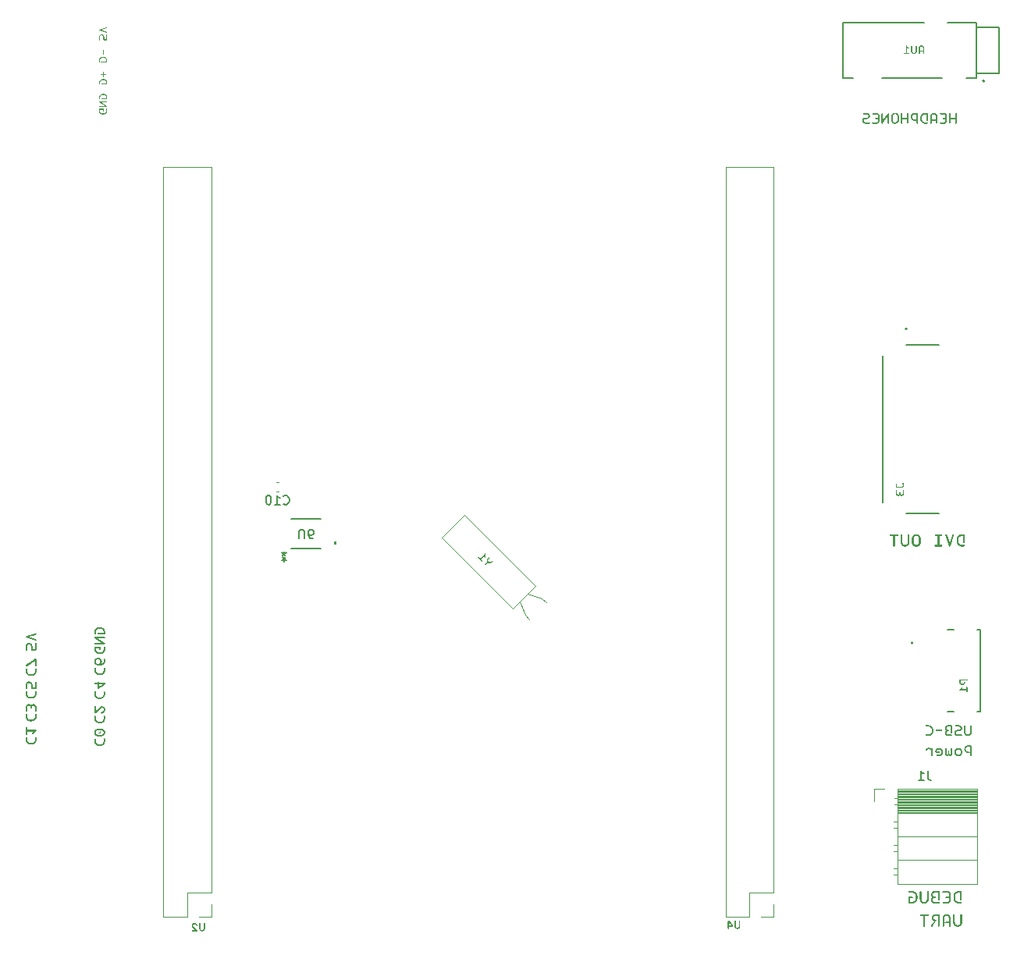
<source format=gbr>
%TF.GenerationSoftware,KiCad,Pcbnew,7.0.1-3b83917a11~172~ubuntu22.10.1*%
%TF.CreationDate,2023-04-18T22:26:20-07:00*%
%TF.ProjectId,expansionboardA,65787061-6e73-4696-9f6e-626f61726441,3*%
%TF.SameCoordinates,Original*%
%TF.FileFunction,Legend,Bot*%
%TF.FilePolarity,Positive*%
%FSLAX46Y46*%
G04 Gerber Fmt 4.6, Leading zero omitted, Abs format (unit mm)*
G04 Created by KiCad (PCBNEW 7.0.1-3b83917a11~172~ubuntu22.10.1) date 2023-04-18 22:26:20*
%MOMM*%
%LPD*%
G01*
G04 APERTURE LIST*
%ADD10C,0.300000*%
%ADD11C,0.125000*%
%ADD12C,0.150000*%
%ADD13C,0.125229*%
%ADD14C,0.200000*%
%ADD15C,0.152400*%
%ADD16C,0.127000*%
%ADD17C,0.120000*%
G04 APERTURE END LIST*
D10*
G36*
X129731096Y-36039665D02*
G01*
X129720176Y-36029891D01*
X129708254Y-36022518D01*
X129695328Y-36017545D01*
X129681400Y-36014973D01*
X129672991Y-36014581D01*
X129658366Y-36015782D01*
X129644774Y-36019382D01*
X129632216Y-36025384D01*
X129620690Y-36033786D01*
X129614568Y-36039665D01*
X129605289Y-36050895D01*
X129598289Y-36062916D01*
X129593568Y-36075726D01*
X129591126Y-36089326D01*
X129590754Y-36097453D01*
X129590754Y-37110328D01*
X129591603Y-37123046D01*
X129594737Y-37136924D01*
X129600181Y-37149769D01*
X129607934Y-37161581D01*
X129614885Y-37169386D01*
X129625805Y-37178665D01*
X129637728Y-37185665D01*
X129650653Y-37190386D01*
X129664582Y-37192827D01*
X129672991Y-37193200D01*
X129687384Y-37192060D01*
X129700834Y-37188641D01*
X129713343Y-37182944D01*
X129724910Y-37174967D01*
X129731096Y-37169386D01*
X129740375Y-37158312D01*
X129747375Y-37146205D01*
X129752096Y-37133064D01*
X129754538Y-37118891D01*
X129754910Y-37110328D01*
X129754910Y-36686762D01*
X130259760Y-36686762D01*
X130259760Y-37110328D01*
X130260608Y-37123046D01*
X130263742Y-37136924D01*
X130269186Y-37149769D01*
X130276939Y-37161581D01*
X130283891Y-37169386D01*
X130294811Y-37178665D01*
X130306734Y-37185665D01*
X130319659Y-37190386D01*
X130333587Y-37192827D01*
X130341996Y-37193200D01*
X130356389Y-37192060D01*
X130369840Y-37188641D01*
X130382349Y-37182944D01*
X130393915Y-37174967D01*
X130400102Y-37169386D01*
X130409381Y-37158312D01*
X130416381Y-37146205D01*
X130421102Y-37133064D01*
X130423543Y-37118891D01*
X130423915Y-37110328D01*
X130423915Y-36097453D01*
X130422776Y-36083401D01*
X130419357Y-36070139D01*
X130413660Y-36057667D01*
X130405683Y-36045986D01*
X130400102Y-36039665D01*
X130389182Y-36029891D01*
X130377259Y-36022518D01*
X130364334Y-36017545D01*
X130350406Y-36014973D01*
X130341996Y-36014581D01*
X130327371Y-36015782D01*
X130313780Y-36019382D01*
X130301221Y-36025384D01*
X130289696Y-36033786D01*
X130283574Y-36039665D01*
X130274295Y-36051019D01*
X130267295Y-36063133D01*
X130262574Y-36076006D01*
X130260132Y-36089639D01*
X130259760Y-36097770D01*
X130259760Y-36522606D01*
X129754910Y-36522606D01*
X129754910Y-36097770D01*
X129753770Y-36083703D01*
X129750352Y-36070396D01*
X129744654Y-36057848D01*
X129736678Y-36046060D01*
X129731096Y-36039665D01*
G37*
G36*
X129071299Y-36178737D02*
G01*
X129086802Y-36179613D01*
X129101562Y-36182241D01*
X129115577Y-36186620D01*
X129128848Y-36192752D01*
X129141375Y-36200636D01*
X129153158Y-36210271D01*
X129157663Y-36214616D01*
X129167816Y-36226055D01*
X129176249Y-36238145D01*
X129182960Y-36250885D01*
X129187951Y-36264278D01*
X129191221Y-36278321D01*
X129192769Y-36293015D01*
X129192907Y-36299075D01*
X129192907Y-36522606D01*
X128953500Y-36522606D01*
X128940566Y-36523477D01*
X128926493Y-36526694D01*
X128913513Y-36532281D01*
X128901627Y-36540238D01*
X128893807Y-36547373D01*
X128884281Y-36558525D01*
X128877094Y-36570588D01*
X128872248Y-36583564D01*
X128869741Y-36597451D01*
X128869359Y-36605795D01*
X128870529Y-36620158D01*
X128874038Y-36633517D01*
X128879888Y-36645874D01*
X128888077Y-36657228D01*
X128893807Y-36663266D01*
X128904912Y-36672421D01*
X128917110Y-36679328D01*
X128930402Y-36683986D01*
X128944788Y-36686395D01*
X128953500Y-36686762D01*
X129192907Y-36686762D01*
X129192907Y-36908070D01*
X129192047Y-36923475D01*
X129189465Y-36938135D01*
X129185163Y-36952051D01*
X129179140Y-36965223D01*
X129171396Y-36977651D01*
X129161931Y-36989335D01*
X129157663Y-36993800D01*
X129146178Y-37003953D01*
X129133948Y-37012385D01*
X129120975Y-37019097D01*
X129107257Y-37024088D01*
X129092795Y-37027357D01*
X129077589Y-37028906D01*
X129071299Y-37029044D01*
X128657893Y-37029044D01*
X128645078Y-37029892D01*
X128631144Y-37033026D01*
X128618303Y-37038470D01*
X128606556Y-37046223D01*
X128598835Y-37053175D01*
X128589433Y-37064095D01*
X128582339Y-37076018D01*
X128577555Y-37088943D01*
X128575081Y-37102871D01*
X128574704Y-37111280D01*
X128575859Y-37125673D01*
X128579323Y-37139124D01*
X128585096Y-37151633D01*
X128593179Y-37163199D01*
X128598835Y-37169386D01*
X128609801Y-37178665D01*
X128621860Y-37185665D01*
X128635013Y-37190386D01*
X128649261Y-37192827D01*
X128657893Y-37193200D01*
X129070664Y-37193200D01*
X129085447Y-37192872D01*
X129099949Y-37191890D01*
X129114172Y-37190253D01*
X129128114Y-37187960D01*
X129141776Y-37185014D01*
X129155157Y-37181412D01*
X129168259Y-37177155D01*
X129181080Y-37172243D01*
X129193620Y-37166677D01*
X129205881Y-37160456D01*
X129217861Y-37153579D01*
X129229560Y-37146048D01*
X129240980Y-37137862D01*
X129252119Y-37129022D01*
X129262978Y-37119526D01*
X129273556Y-37109375D01*
X129283668Y-37098729D01*
X129293128Y-37087824D01*
X129301935Y-37076661D01*
X129310090Y-37065241D01*
X129317593Y-37053562D01*
X129324443Y-37041625D01*
X129330641Y-37029431D01*
X129336186Y-37016978D01*
X129341079Y-37004268D01*
X129345320Y-36991299D01*
X129348908Y-36978073D01*
X129351844Y-36964588D01*
X129354127Y-36950846D01*
X129355758Y-36936845D01*
X129356737Y-36922587D01*
X129357063Y-36908070D01*
X129357063Y-36299710D01*
X129356737Y-36285195D01*
X129355758Y-36270940D01*
X129354127Y-36256946D01*
X129351844Y-36243212D01*
X129348908Y-36229739D01*
X129345320Y-36216526D01*
X129341079Y-36203574D01*
X129336186Y-36190882D01*
X129330641Y-36178450D01*
X129324443Y-36166279D01*
X129317593Y-36154369D01*
X129310090Y-36142719D01*
X129301935Y-36131329D01*
X129293128Y-36120200D01*
X129283668Y-36109331D01*
X129273556Y-36098723D01*
X129262978Y-36088534D01*
X129252119Y-36079002D01*
X129240980Y-36070128D01*
X129229560Y-36061911D01*
X129217861Y-36054351D01*
X129205881Y-36047449D01*
X129193620Y-36041204D01*
X129181080Y-36035617D01*
X129168259Y-36030686D01*
X129155157Y-36026414D01*
X129141776Y-36022798D01*
X129128114Y-36019840D01*
X129114172Y-36017539D01*
X129099949Y-36015896D01*
X129085447Y-36014910D01*
X129070664Y-36014581D01*
X128657893Y-36014581D01*
X128644971Y-36015452D01*
X128630938Y-36018669D01*
X128618030Y-36024256D01*
X128606246Y-36032213D01*
X128598518Y-36039347D01*
X128589239Y-36050454D01*
X128582239Y-36062381D01*
X128577518Y-36075128D01*
X128575076Y-36088696D01*
X128574704Y-36096818D01*
X128575844Y-36110746D01*
X128579262Y-36123915D01*
X128584960Y-36136323D01*
X128592936Y-36147973D01*
X128598518Y-36154288D01*
X128609498Y-36163815D01*
X128621603Y-36171001D01*
X128634833Y-36175848D01*
X128649186Y-36178355D01*
X128657893Y-36178737D01*
X129071299Y-36178737D01*
G37*
G36*
X128197495Y-36117456D02*
G01*
X128183184Y-36103768D01*
X128168507Y-36090964D01*
X128153466Y-36079042D01*
X128138060Y-36068003D01*
X128122290Y-36057848D01*
X128106155Y-36048575D01*
X128089655Y-36040186D01*
X128072791Y-36032680D01*
X128055562Y-36026056D01*
X128037969Y-36020316D01*
X128020010Y-36015459D01*
X128001687Y-36011485D01*
X127983000Y-36008395D01*
X127963948Y-36006187D01*
X127944531Y-36004862D01*
X127924749Y-36004421D01*
X127904929Y-36004862D01*
X127885477Y-36006187D01*
X127866391Y-36008395D01*
X127847672Y-36011485D01*
X127829321Y-36015459D01*
X127811337Y-36020316D01*
X127793720Y-36026056D01*
X127776470Y-36032680D01*
X127759587Y-36040186D01*
X127743071Y-36048575D01*
X127726922Y-36057848D01*
X127711141Y-36068003D01*
X127695726Y-36079042D01*
X127680679Y-36090964D01*
X127665999Y-36103768D01*
X127651686Y-36117456D01*
X127637960Y-36131731D01*
X127625119Y-36146375D01*
X127613164Y-36161389D01*
X127602094Y-36176772D01*
X127591910Y-36192525D01*
X127582611Y-36208648D01*
X127574198Y-36225140D01*
X127566671Y-36242002D01*
X127560029Y-36259233D01*
X127554273Y-36276834D01*
X127549402Y-36294805D01*
X127545417Y-36313145D01*
X127542318Y-36331855D01*
X127540104Y-36350935D01*
X127538776Y-36370384D01*
X127538333Y-36390202D01*
X127538333Y-37110645D01*
X127539488Y-37125286D01*
X127542952Y-37138923D01*
X127548725Y-37151558D01*
X127556808Y-37163189D01*
X127562464Y-37169386D01*
X127573384Y-37178665D01*
X127585307Y-37185665D01*
X127598232Y-37190386D01*
X127612160Y-37192827D01*
X127620569Y-37193200D01*
X127634962Y-37192060D01*
X127648413Y-37188641D01*
X127660921Y-37182944D01*
X127672488Y-37174967D01*
X127678675Y-37169386D01*
X127687954Y-37158312D01*
X127694954Y-37146205D01*
X127699674Y-37133064D01*
X127702116Y-37118891D01*
X127702488Y-37110328D01*
X127702488Y-36388932D01*
X127703063Y-36371913D01*
X127704788Y-36355385D01*
X127707662Y-36339348D01*
X127711686Y-36323802D01*
X127716860Y-36308747D01*
X127723184Y-36294184D01*
X127730657Y-36280111D01*
X127739281Y-36266530D01*
X127749053Y-36253440D01*
X127759976Y-36240841D01*
X127767897Y-36232715D01*
X127780333Y-36221252D01*
X127793232Y-36210918D01*
X127806595Y-36201710D01*
X127820421Y-36193630D01*
X127834710Y-36186678D01*
X127849462Y-36180853D01*
X127864678Y-36176155D01*
X127880357Y-36172585D01*
X127896499Y-36170142D01*
X127913104Y-36168827D01*
X127924432Y-36168576D01*
X127941349Y-36169134D01*
X127957808Y-36170809D01*
X127973810Y-36173600D01*
X127989354Y-36177506D01*
X128004440Y-36182530D01*
X128019069Y-36188669D01*
X128033240Y-36195925D01*
X128046953Y-36204297D01*
X128060209Y-36213785D01*
X128073007Y-36224390D01*
X128081285Y-36232079D01*
X128092917Y-36244229D01*
X128103405Y-36256864D01*
X128112749Y-36269985D01*
X128120949Y-36283591D01*
X128128005Y-36297683D01*
X128133917Y-36312261D01*
X128138684Y-36327324D01*
X128142307Y-36342873D01*
X128144786Y-36358907D01*
X128146121Y-36375427D01*
X128146375Y-36386710D01*
X128146375Y-36705495D01*
X127896173Y-36705495D01*
X127883358Y-36706333D01*
X127869424Y-36709426D01*
X127856583Y-36714798D01*
X127844836Y-36722449D01*
X127837115Y-36729309D01*
X127827836Y-36740229D01*
X127820836Y-36752152D01*
X127816115Y-36765077D01*
X127813673Y-36779005D01*
X127813301Y-36787414D01*
X127814441Y-36801931D01*
X127817859Y-36815475D01*
X127823557Y-36828047D01*
X127831534Y-36839646D01*
X127837115Y-36845837D01*
X127848081Y-36855116D01*
X127860140Y-36862116D01*
X127873293Y-36866837D01*
X127887541Y-36869279D01*
X127896173Y-36869651D01*
X128146375Y-36869651D01*
X128146375Y-37109058D01*
X128147213Y-37122003D01*
X128150306Y-37136118D01*
X128155678Y-37149169D01*
X128163329Y-37161157D01*
X128170189Y-37169068D01*
X128181124Y-37178471D01*
X128193092Y-37185564D01*
X128206094Y-37190348D01*
X128220128Y-37192822D01*
X128228612Y-37193200D01*
X128243113Y-37192060D01*
X128256612Y-37188641D01*
X128269107Y-37182944D01*
X128280600Y-37174967D01*
X128286717Y-37169386D01*
X128295996Y-37158327D01*
X128302996Y-37146265D01*
X128307717Y-37133201D01*
X128310159Y-37119134D01*
X128310531Y-37110645D01*
X128310531Y-36390202D01*
X128310089Y-36370384D01*
X128308765Y-36350935D01*
X128306557Y-36331855D01*
X128303466Y-36313145D01*
X128299492Y-36294805D01*
X128294635Y-36276834D01*
X128288895Y-36259233D01*
X128282272Y-36242002D01*
X128274766Y-36225140D01*
X128266376Y-36208648D01*
X128257104Y-36192525D01*
X128246948Y-36176772D01*
X128235910Y-36161389D01*
X128223988Y-36146375D01*
X128211183Y-36131731D01*
X128197495Y-36117456D01*
G37*
G36*
X126967122Y-36014581D02*
G01*
X126954302Y-36014726D01*
X126941600Y-36015159D01*
X126916553Y-36016893D01*
X126891979Y-36019783D01*
X126867879Y-36023829D01*
X126844252Y-36029031D01*
X126821100Y-36035388D01*
X126798421Y-36042902D01*
X126776216Y-36051572D01*
X126754485Y-36061397D01*
X126733227Y-36072379D01*
X126712443Y-36084517D01*
X126692134Y-36097810D01*
X126672298Y-36112259D01*
X126652935Y-36127865D01*
X126634047Y-36144626D01*
X126624780Y-36153440D01*
X126615632Y-36162544D01*
X126606666Y-36171828D01*
X126597984Y-36181227D01*
X126581474Y-36200368D01*
X126566103Y-36219964D01*
X126551871Y-36240017D01*
X126538777Y-36260527D01*
X126526822Y-36281493D01*
X126516005Y-36302915D01*
X126506327Y-36324794D01*
X126497788Y-36347129D01*
X126490387Y-36369921D01*
X126484125Y-36393169D01*
X126479001Y-36416874D01*
X126475016Y-36441035D01*
X126472170Y-36465652D01*
X126470462Y-36490726D01*
X126470035Y-36503434D01*
X126469892Y-36516256D01*
X126469892Y-36691525D01*
X126470035Y-36704463D01*
X126470462Y-36717283D01*
X126471173Y-36729984D01*
X126473451Y-36755028D01*
X126476866Y-36779596D01*
X126481421Y-36803687D01*
X126487114Y-36827302D01*
X126493945Y-36850441D01*
X126501915Y-36873104D01*
X126511024Y-36895290D01*
X126521271Y-36917001D01*
X126532657Y-36938234D01*
X126545182Y-36958992D01*
X126558845Y-36979273D01*
X126573647Y-36999078D01*
X126589587Y-37018407D01*
X126606666Y-37037260D01*
X126615632Y-37046507D01*
X126624780Y-37055532D01*
X126634047Y-37064271D01*
X126652935Y-37080888D01*
X126672298Y-37096360D01*
X126692134Y-37110685D01*
X126712443Y-37123864D01*
X126733227Y-37135898D01*
X126754485Y-37146785D01*
X126776216Y-37156526D01*
X126798421Y-37165122D01*
X126821100Y-37172571D01*
X126844252Y-37178874D01*
X126867879Y-37184031D01*
X126891979Y-37188042D01*
X126916553Y-37190907D01*
X126941600Y-37192626D01*
X126954302Y-37193056D01*
X126967122Y-37193200D01*
X127181763Y-37193200D01*
X127196388Y-37192060D01*
X127209979Y-37188641D01*
X127222538Y-37182944D01*
X127234063Y-37174967D01*
X127240186Y-37169386D01*
X127249465Y-37158357D01*
X127256464Y-37146387D01*
X127261185Y-37133475D01*
X127263627Y-37119620D01*
X127263999Y-37111280D01*
X127262860Y-37096779D01*
X127259441Y-37083281D01*
X127253744Y-37070785D01*
X127245767Y-37059292D01*
X127240186Y-37053175D01*
X127229266Y-37043772D01*
X127217343Y-37036679D01*
X127204418Y-37031895D01*
X127190489Y-37029421D01*
X127182080Y-37029044D01*
X126967757Y-37029044D01*
X126950650Y-37028657D01*
X126933857Y-37027496D01*
X126917380Y-37025561D01*
X126901218Y-37022852D01*
X126885370Y-37019370D01*
X126869838Y-37015113D01*
X126854621Y-37010082D01*
X126839719Y-37004278D01*
X126825132Y-36997699D01*
X126810860Y-36990347D01*
X126796903Y-36982220D01*
X126783261Y-36973320D01*
X126769934Y-36963646D01*
X126756922Y-36953197D01*
X126744225Y-36941975D01*
X126731843Y-36929979D01*
X126720001Y-36917397D01*
X126708922Y-36904498D01*
X126698608Y-36891282D01*
X126689058Y-36877748D01*
X126680271Y-36863896D01*
X126672249Y-36849727D01*
X126664991Y-36835240D01*
X126658497Y-36820436D01*
X126652767Y-36805314D01*
X126647800Y-36789875D01*
X126643598Y-36774118D01*
X126640160Y-36758044D01*
X126637486Y-36741652D01*
X126635576Y-36724943D01*
X126634430Y-36707916D01*
X126634048Y-36690572D01*
X126634048Y-36515303D01*
X126634429Y-36498191D01*
X126635571Y-36481384D01*
X126637475Y-36464882D01*
X126640140Y-36448685D01*
X126643567Y-36432793D01*
X126647756Y-36417206D01*
X126652706Y-36401924D01*
X126658417Y-36386948D01*
X126664891Y-36372276D01*
X126672125Y-36357910D01*
X126680121Y-36343849D01*
X126688879Y-36330093D01*
X126698398Y-36316642D01*
X126708679Y-36303496D01*
X126719721Y-36290655D01*
X126731525Y-36278119D01*
X126743866Y-36266085D01*
X126756520Y-36254826D01*
X126769486Y-36244345D01*
X126782764Y-36234639D01*
X126796356Y-36225711D01*
X126810259Y-36217558D01*
X126824476Y-36210182D01*
X126839004Y-36203582D01*
X126853846Y-36197759D01*
X126869000Y-36192712D01*
X126884466Y-36188442D01*
X126900245Y-36184948D01*
X126916337Y-36182231D01*
X126932741Y-36180290D01*
X126949458Y-36179125D01*
X126966487Y-36178737D01*
X127099844Y-36178737D01*
X127099844Y-36834724D01*
X127100692Y-36847550D01*
X127103826Y-36861526D01*
X127109270Y-36874439D01*
X127117023Y-36886287D01*
X127123975Y-36894100D01*
X127134895Y-36903379D01*
X127146817Y-36910379D01*
X127159743Y-36915099D01*
X127173671Y-36917541D01*
X127182080Y-36917913D01*
X127196473Y-36916774D01*
X127209924Y-36913355D01*
X127222432Y-36907658D01*
X127233999Y-36899681D01*
X127240186Y-36894100D01*
X127249465Y-36883026D01*
X127256464Y-36870919D01*
X127261185Y-36857778D01*
X127263627Y-36843605D01*
X127263999Y-36835042D01*
X127263999Y-36097453D01*
X127262875Y-36083401D01*
X127259502Y-36070139D01*
X127253880Y-36057667D01*
X127246010Y-36045986D01*
X127240503Y-36039665D01*
X127229553Y-36029891D01*
X127217539Y-36022518D01*
X127204462Y-36017545D01*
X127190321Y-36014973D01*
X127181763Y-36014581D01*
X126967122Y-36014581D01*
G37*
G36*
X125848514Y-36014581D02*
G01*
X125826764Y-36015071D01*
X125805411Y-36016541D01*
X125784455Y-36018990D01*
X125763896Y-36022420D01*
X125743734Y-36026829D01*
X125723969Y-36032218D01*
X125704600Y-36038587D01*
X125685629Y-36045936D01*
X125667054Y-36054264D01*
X125648876Y-36063573D01*
X125631095Y-36073861D01*
X125613711Y-36085129D01*
X125596724Y-36097377D01*
X125580134Y-36110605D01*
X125563941Y-36124812D01*
X125548144Y-36140000D01*
X125533034Y-36155840D01*
X125518898Y-36172084D01*
X125505737Y-36188732D01*
X125493552Y-36205785D01*
X125482340Y-36223242D01*
X125472104Y-36241104D01*
X125462843Y-36259370D01*
X125454557Y-36278040D01*
X125447245Y-36297114D01*
X125440908Y-36316593D01*
X125435547Y-36336476D01*
X125431160Y-36356764D01*
X125427748Y-36377456D01*
X125425310Y-36398552D01*
X125423848Y-36420052D01*
X125423361Y-36441957D01*
X125423848Y-36463863D01*
X125425310Y-36485368D01*
X125427748Y-36506470D01*
X125431160Y-36527171D01*
X125435547Y-36547469D01*
X125440908Y-36567366D01*
X125447245Y-36586861D01*
X125454557Y-36605954D01*
X125462843Y-36624645D01*
X125472104Y-36642935D01*
X125482340Y-36660822D01*
X125493552Y-36678308D01*
X125505737Y-36695392D01*
X125518898Y-36712074D01*
X125533034Y-36728354D01*
X125548144Y-36744232D01*
X125563902Y-36759420D01*
X125580060Y-36773627D01*
X125596616Y-36786855D01*
X125613572Y-36799103D01*
X125630928Y-36810371D01*
X125648683Y-36820659D01*
X125666837Y-36829968D01*
X125685391Y-36838296D01*
X125704343Y-36845645D01*
X125723696Y-36852014D01*
X125743448Y-36857403D01*
X125763599Y-36861812D01*
X125784149Y-36865242D01*
X125805099Y-36867691D01*
X125826448Y-36869161D01*
X125848197Y-36869651D01*
X125862167Y-36869651D01*
X125874874Y-36868814D01*
X125888711Y-36865721D01*
X125901485Y-36860349D01*
X125913195Y-36852698D01*
X125920908Y-36845837D01*
X125930187Y-36834794D01*
X125937187Y-36822778D01*
X125941908Y-36809789D01*
X125944349Y-36795829D01*
X125944721Y-36787414D01*
X125943597Y-36772913D01*
X125940224Y-36759415D01*
X125934603Y-36746919D01*
X125926732Y-36735426D01*
X125921225Y-36729309D01*
X125910275Y-36720030D01*
X125898261Y-36713030D01*
X125885184Y-36708309D01*
X125871043Y-36705867D01*
X125862485Y-36705495D01*
X125848514Y-36705495D01*
X125835218Y-36705193D01*
X125822160Y-36704285D01*
X125809341Y-36702772D01*
X125796759Y-36700653D01*
X125778333Y-36696341D01*
X125760443Y-36690666D01*
X125743089Y-36683630D01*
X125726271Y-36675232D01*
X125709988Y-36665472D01*
X125699431Y-36658209D01*
X125689111Y-36650341D01*
X125679030Y-36641867D01*
X125669187Y-36632788D01*
X125664355Y-36628022D01*
X125655050Y-36618175D01*
X125646346Y-36608083D01*
X125638242Y-36597745D01*
X125630738Y-36587161D01*
X125623835Y-36576332D01*
X125617531Y-36565258D01*
X125609202Y-36548185D01*
X125602224Y-36530560D01*
X125596596Y-36512383D01*
X125593594Y-36499958D01*
X125591193Y-36487287D01*
X125589392Y-36474370D01*
X125588192Y-36461208D01*
X125587591Y-36447801D01*
X125587516Y-36441005D01*
X125587816Y-36427479D01*
X125588717Y-36414209D01*
X125590218Y-36401195D01*
X125592319Y-36388436D01*
X125595020Y-36375933D01*
X125600198Y-36357657D01*
X125606726Y-36339955D01*
X125614605Y-36322829D01*
X125623835Y-36306278D01*
X125630738Y-36295563D01*
X125638242Y-36285103D01*
X125646346Y-36274899D01*
X125655050Y-36264951D01*
X125664355Y-36255258D01*
X125674079Y-36245992D01*
X125684041Y-36237323D01*
X125694241Y-36229253D01*
X125704680Y-36221780D01*
X125720784Y-36211692D01*
X125737423Y-36202949D01*
X125754599Y-36195551D01*
X125772310Y-36189498D01*
X125790558Y-36184790D01*
X125809341Y-36181427D01*
X125822160Y-36179932D01*
X125835218Y-36179036D01*
X125848514Y-36178737D01*
X126053312Y-36178737D01*
X126053312Y-37110010D01*
X126054160Y-37122836D01*
X126057294Y-37136812D01*
X126062738Y-37149725D01*
X126070491Y-37161574D01*
X126077443Y-37169386D01*
X126088363Y-37178665D01*
X126100286Y-37185665D01*
X126113211Y-37190386D01*
X126127139Y-37192827D01*
X126135548Y-37193200D01*
X126149941Y-37192060D01*
X126163392Y-37188641D01*
X126175901Y-37182944D01*
X126187467Y-37174967D01*
X126193654Y-37169386D01*
X126202933Y-37158312D01*
X126209933Y-37146205D01*
X126214654Y-37133064D01*
X126217095Y-37118891D01*
X126217467Y-37110328D01*
X126217467Y-36097453D01*
X126216343Y-36083401D01*
X126212970Y-36070139D01*
X126207349Y-36057667D01*
X126199478Y-36045986D01*
X126193971Y-36039665D01*
X126183021Y-36029891D01*
X126171007Y-36022518D01*
X126157930Y-36017545D01*
X126143789Y-36014973D01*
X126135231Y-36014581D01*
X125848514Y-36014581D01*
G37*
G36*
X124498437Y-36039665D02*
G01*
X124487518Y-36029891D01*
X124475595Y-36022518D01*
X124462670Y-36017545D01*
X124448741Y-36014973D01*
X124440332Y-36014581D01*
X124425707Y-36015782D01*
X124412115Y-36019382D01*
X124399557Y-36025384D01*
X124388031Y-36033786D01*
X124381909Y-36039665D01*
X124372630Y-36050895D01*
X124365630Y-36062916D01*
X124360909Y-36075726D01*
X124358468Y-36089326D01*
X124358096Y-36097453D01*
X124358096Y-37110328D01*
X124358944Y-37123046D01*
X124362078Y-37136924D01*
X124367522Y-37149769D01*
X124375275Y-37161581D01*
X124382227Y-37169386D01*
X124393147Y-37178665D01*
X124405069Y-37185665D01*
X124417995Y-37190386D01*
X124431923Y-37192827D01*
X124440332Y-37193200D01*
X124454725Y-37192060D01*
X124468175Y-37188641D01*
X124480684Y-37182944D01*
X124492251Y-37174967D01*
X124498437Y-37169386D01*
X124507716Y-37158312D01*
X124514716Y-37146205D01*
X124519437Y-37133064D01*
X124521879Y-37118891D01*
X124522251Y-37110328D01*
X124522251Y-36686762D01*
X125027101Y-36686762D01*
X125027101Y-37110328D01*
X125027949Y-37123046D01*
X125031084Y-37136924D01*
X125036527Y-37149769D01*
X125044280Y-37161581D01*
X125051232Y-37169386D01*
X125062152Y-37178665D01*
X125074075Y-37185665D01*
X125087000Y-37190386D01*
X125100928Y-37192827D01*
X125109338Y-37193200D01*
X125123730Y-37192060D01*
X125137181Y-37188641D01*
X125149690Y-37182944D01*
X125161256Y-37174967D01*
X125167443Y-37169386D01*
X125176722Y-37158312D01*
X125183722Y-37146205D01*
X125188443Y-37133064D01*
X125190885Y-37118891D01*
X125191257Y-37110328D01*
X125191257Y-36097453D01*
X125190117Y-36083401D01*
X125186699Y-36070139D01*
X125181001Y-36057667D01*
X125173024Y-36045986D01*
X125167443Y-36039665D01*
X125156523Y-36029891D01*
X125144601Y-36022518D01*
X125131675Y-36017545D01*
X125117747Y-36014973D01*
X125109338Y-36014581D01*
X125094713Y-36015782D01*
X125081121Y-36019382D01*
X125068562Y-36025384D01*
X125057037Y-36033786D01*
X125050915Y-36039665D01*
X125041636Y-36051019D01*
X125034636Y-36063133D01*
X125029915Y-36076006D01*
X125027473Y-36089639D01*
X125027101Y-36097770D01*
X125027101Y-36522606D01*
X124522251Y-36522606D01*
X124522251Y-36097770D01*
X124521112Y-36083703D01*
X124517693Y-36070396D01*
X124511995Y-36057848D01*
X124504019Y-36046060D01*
X124498437Y-36039665D01*
G37*
G36*
X123772445Y-36004896D02*
G01*
X123793185Y-36006321D01*
X123813544Y-36008696D01*
X123833520Y-36012021D01*
X123853114Y-36016297D01*
X123872326Y-36021522D01*
X123891156Y-36027697D01*
X123909605Y-36034823D01*
X123927671Y-36042898D01*
X123945355Y-36051924D01*
X123962657Y-36061900D01*
X123979577Y-36072826D01*
X123996115Y-36084701D01*
X124012271Y-36097527D01*
X124028045Y-36111303D01*
X124043437Y-36126029D01*
X124058163Y-36141383D01*
X124071939Y-36157121D01*
X124084765Y-36173244D01*
X124096641Y-36189751D01*
X124107567Y-36206642D01*
X124117543Y-36223918D01*
X124126568Y-36241579D01*
X124134644Y-36259624D01*
X124141769Y-36278054D01*
X124147945Y-36296868D01*
X124153170Y-36316066D01*
X124157445Y-36335649D01*
X124160771Y-36355617D01*
X124163146Y-36375969D01*
X124164571Y-36396705D01*
X124165046Y-36417826D01*
X124165046Y-36789955D01*
X124164571Y-36811077D01*
X124163146Y-36831817D01*
X124160771Y-36852175D01*
X124157445Y-36872151D01*
X124153170Y-36891746D01*
X124147945Y-36910958D01*
X124141769Y-36929788D01*
X124134644Y-36948236D01*
X124126568Y-36966302D01*
X124117543Y-36983986D01*
X124107567Y-37001289D01*
X124096641Y-37018209D01*
X124084765Y-37034747D01*
X124071939Y-37050903D01*
X124058163Y-37066677D01*
X124043437Y-37082069D01*
X124028045Y-37096757D01*
X124012271Y-37110497D01*
X123996115Y-37123289D01*
X123979577Y-37135134D01*
X123962657Y-37146031D01*
X123945355Y-37155981D01*
X123927671Y-37164983D01*
X123909605Y-37173037D01*
X123891156Y-37180144D01*
X123872326Y-37186303D01*
X123853114Y-37191515D01*
X123833520Y-37195779D01*
X123813544Y-37199096D01*
X123793185Y-37201465D01*
X123772445Y-37202886D01*
X123751323Y-37203360D01*
X123750370Y-37203360D01*
X123748465Y-37203360D01*
X123746560Y-37203360D01*
X123744020Y-37203360D01*
X123731320Y-37203360D01*
X123728462Y-37203360D01*
X123726557Y-37203360D01*
X123724969Y-37203360D01*
X123724017Y-37203360D01*
X123702856Y-37202886D01*
X123682080Y-37201465D01*
X123661688Y-37199096D01*
X123641681Y-37195779D01*
X123622058Y-37191515D01*
X123602820Y-37186303D01*
X123583966Y-37180144D01*
X123565497Y-37173037D01*
X123547412Y-37164983D01*
X123529712Y-37155981D01*
X123512396Y-37146031D01*
X123495465Y-37135134D01*
X123478918Y-37123289D01*
X123462756Y-37110497D01*
X123446978Y-37096757D01*
X123431585Y-37082069D01*
X123416859Y-37066677D01*
X123403083Y-37050903D01*
X123390257Y-37034747D01*
X123378381Y-37018209D01*
X123367455Y-37001289D01*
X123357480Y-36983986D01*
X123348454Y-36966302D01*
X123340378Y-36948236D01*
X123333253Y-36929788D01*
X123327077Y-36910958D01*
X123321852Y-36891746D01*
X123317577Y-36872151D01*
X123314251Y-36852175D01*
X123311876Y-36831817D01*
X123310451Y-36811077D01*
X123309983Y-36790272D01*
X123474132Y-36790272D01*
X123474415Y-36803242D01*
X123475899Y-36822217D01*
X123478656Y-36840618D01*
X123482686Y-36858444D01*
X123487988Y-36875695D01*
X123494563Y-36892371D01*
X123502411Y-36908472D01*
X123511530Y-36923999D01*
X123521923Y-36938950D01*
X123533588Y-36953327D01*
X123546525Y-36967128D01*
X123551082Y-36971563D01*
X123565135Y-36984021D01*
X123579763Y-36995213D01*
X123594965Y-37005137D01*
X123610743Y-37013795D01*
X123627095Y-37021185D01*
X123644022Y-37027309D01*
X123661524Y-37032166D01*
X123679601Y-37035755D01*
X123698253Y-37038078D01*
X123711007Y-37038923D01*
X123724017Y-37039204D01*
X123724969Y-37039204D01*
X123726557Y-37039204D01*
X123728462Y-37039204D01*
X123731320Y-37039204D01*
X123744020Y-37039204D01*
X123746560Y-37039204D01*
X123748465Y-37039204D01*
X123750370Y-37039204D01*
X123751323Y-37039204D01*
X123764332Y-37038923D01*
X123783368Y-37037445D01*
X123801828Y-37034700D01*
X123819713Y-37030688D01*
X123837024Y-37025409D01*
X123853759Y-37018863D01*
X123869920Y-37011050D01*
X123885506Y-37001970D01*
X123900517Y-36991623D01*
X123914953Y-36980009D01*
X123928814Y-36967128D01*
X123933249Y-36962592D01*
X123945707Y-36948598D01*
X123956899Y-36934030D01*
X123966823Y-36918887D01*
X123975481Y-36903169D01*
X123982871Y-36886876D01*
X123988995Y-36870009D01*
X123993852Y-36852566D01*
X123997441Y-36834548D01*
X123999764Y-36815956D01*
X124000609Y-36803242D01*
X124000890Y-36790272D01*
X124000890Y-36417509D01*
X124000257Y-36398482D01*
X123998356Y-36379980D01*
X123995189Y-36362002D01*
X123990755Y-36344549D01*
X123985053Y-36327621D01*
X123978085Y-36311218D01*
X123969850Y-36295339D01*
X123960348Y-36279985D01*
X123949578Y-36265155D01*
X123937542Y-36250850D01*
X123928814Y-36241605D01*
X123924258Y-36237112D01*
X123910205Y-36224489D01*
X123895577Y-36213149D01*
X123880375Y-36203094D01*
X123864597Y-36194322D01*
X123848245Y-36186833D01*
X123831317Y-36180629D01*
X123813815Y-36175708D01*
X123795738Y-36172071D01*
X123777086Y-36169717D01*
X123764332Y-36168862D01*
X123751323Y-36168576D01*
X123750370Y-36168576D01*
X123748465Y-36168576D01*
X123746560Y-36168576D01*
X123744020Y-36168576D01*
X123731320Y-36168576D01*
X123728462Y-36168576D01*
X123726557Y-36168576D01*
X123724969Y-36168576D01*
X123724017Y-36168576D01*
X123717480Y-36168648D01*
X123704598Y-36169218D01*
X123685755Y-36171144D01*
X123667486Y-36174353D01*
X123649792Y-36178846D01*
X123632674Y-36184623D01*
X123616130Y-36191683D01*
X123600160Y-36200027D01*
X123584766Y-36209655D01*
X123569947Y-36220566D01*
X123555702Y-36232762D01*
X123546525Y-36241605D01*
X123533588Y-36255560D01*
X123521923Y-36270040D01*
X123511530Y-36285044D01*
X123502411Y-36300574D01*
X123494563Y-36316627D01*
X123487988Y-36333206D01*
X123482686Y-36350309D01*
X123478656Y-36367937D01*
X123475899Y-36386089D01*
X123474415Y-36404766D01*
X123474132Y-36417509D01*
X123474132Y-36790272D01*
X123309983Y-36790272D01*
X123309976Y-36789955D01*
X123309976Y-36417826D01*
X123310451Y-36396705D01*
X123311876Y-36375969D01*
X123314251Y-36355617D01*
X123317577Y-36335649D01*
X123321852Y-36316066D01*
X123327077Y-36296868D01*
X123333253Y-36278054D01*
X123340378Y-36259624D01*
X123348454Y-36241579D01*
X123357480Y-36223918D01*
X123367455Y-36206642D01*
X123378381Y-36189751D01*
X123390257Y-36173244D01*
X123403083Y-36157121D01*
X123416859Y-36141383D01*
X123431585Y-36126029D01*
X123446978Y-36111303D01*
X123462756Y-36097527D01*
X123478918Y-36084701D01*
X123495465Y-36072826D01*
X123512396Y-36061900D01*
X123529712Y-36051924D01*
X123547412Y-36042898D01*
X123565497Y-36034823D01*
X123583966Y-36027697D01*
X123602820Y-36021522D01*
X123622058Y-36016297D01*
X123641681Y-36012021D01*
X123661688Y-36008696D01*
X123682080Y-36006321D01*
X123702856Y-36004896D01*
X123724017Y-36004421D01*
X123724969Y-36004421D01*
X123726557Y-36004421D01*
X123728462Y-36004421D01*
X123731320Y-36004421D01*
X123744020Y-36004421D01*
X123746560Y-36004421D01*
X123748465Y-36004421D01*
X123750370Y-36004421D01*
X123751323Y-36004421D01*
X123772445Y-36004896D01*
G37*
G36*
X122405374Y-36039665D02*
G01*
X122394454Y-36029891D01*
X122382531Y-36022518D01*
X122369606Y-36017545D01*
X122355678Y-36014973D01*
X122347269Y-36014581D01*
X122332644Y-36015782D01*
X122319052Y-36019382D01*
X122306493Y-36025384D01*
X122294968Y-36033786D01*
X122288846Y-36039665D01*
X122279567Y-36050895D01*
X122272567Y-36062916D01*
X122267846Y-36075726D01*
X122265404Y-36089326D01*
X122265032Y-36097453D01*
X122265032Y-37110328D01*
X122266084Y-37123425D01*
X122269239Y-37136047D01*
X122274498Y-37148192D01*
X122281860Y-37159860D01*
X122290632Y-37170279D01*
X122300435Y-37178673D01*
X122312697Y-37185697D01*
X122323137Y-37189389D01*
X122336136Y-37192362D01*
X122347904Y-37193200D01*
X122361139Y-37192293D01*
X122375814Y-37188810D01*
X122389172Y-37182715D01*
X122401213Y-37174008D01*
X122410241Y-37164757D01*
X122416805Y-37156050D01*
X122934038Y-36373374D01*
X122934038Y-37110328D01*
X122934886Y-37123046D01*
X122938020Y-37136924D01*
X122943464Y-37149769D01*
X122951217Y-37161581D01*
X122958169Y-37169386D01*
X122969089Y-37178665D01*
X122981011Y-37185665D01*
X122993937Y-37190386D01*
X123007865Y-37192827D01*
X123016274Y-37193200D01*
X123030667Y-37192060D01*
X123044118Y-37188641D01*
X123056626Y-37182944D01*
X123068193Y-37174967D01*
X123074380Y-37169386D01*
X123083659Y-37158312D01*
X123090658Y-37146205D01*
X123095379Y-37133064D01*
X123097821Y-37118891D01*
X123098193Y-37110328D01*
X123098193Y-36097770D01*
X123097161Y-36084613D01*
X123094066Y-36072131D01*
X123088906Y-36060323D01*
X123081682Y-36049190D01*
X123072693Y-36039228D01*
X123062552Y-36030933D01*
X123051260Y-36024305D01*
X123038818Y-36019344D01*
X123025800Y-36016189D01*
X123012781Y-36015296D01*
X122999763Y-36016665D01*
X122986745Y-36020296D01*
X122974441Y-36025754D01*
X122963567Y-36032918D01*
X122954120Y-36041788D01*
X122946103Y-36052366D01*
X122429188Y-36834407D01*
X122429188Y-36097453D01*
X122428048Y-36083401D01*
X122424630Y-36070139D01*
X122418932Y-36057667D01*
X122410955Y-36045986D01*
X122405374Y-36039665D01*
G37*
G36*
X121745576Y-36178737D02*
G01*
X121761080Y-36179613D01*
X121775840Y-36182241D01*
X121789855Y-36186620D01*
X121803126Y-36192752D01*
X121815653Y-36200636D01*
X121827436Y-36210271D01*
X121831941Y-36214616D01*
X121842094Y-36226055D01*
X121850526Y-36238145D01*
X121857238Y-36250885D01*
X121862229Y-36264278D01*
X121865498Y-36278321D01*
X121867047Y-36293015D01*
X121867185Y-36299075D01*
X121867185Y-36522606D01*
X121627778Y-36522606D01*
X121614844Y-36523477D01*
X121600771Y-36526694D01*
X121587791Y-36532281D01*
X121575905Y-36540238D01*
X121568085Y-36547373D01*
X121558559Y-36558525D01*
X121551372Y-36570588D01*
X121546525Y-36583564D01*
X121544018Y-36597451D01*
X121543636Y-36605795D01*
X121544806Y-36620158D01*
X121548316Y-36633517D01*
X121554166Y-36645874D01*
X121562355Y-36657228D01*
X121568085Y-36663266D01*
X121579189Y-36672421D01*
X121591388Y-36679328D01*
X121604680Y-36683986D01*
X121619066Y-36686395D01*
X121627778Y-36686762D01*
X121867185Y-36686762D01*
X121867185Y-36908070D01*
X121866324Y-36923475D01*
X121863743Y-36938135D01*
X121859441Y-36952051D01*
X121853418Y-36965223D01*
X121845673Y-36977651D01*
X121836208Y-36989335D01*
X121831941Y-36993800D01*
X121820455Y-37003953D01*
X121808226Y-37012385D01*
X121795253Y-37019097D01*
X121781535Y-37024088D01*
X121767073Y-37027357D01*
X121751867Y-37028906D01*
X121745576Y-37029044D01*
X121332171Y-37029044D01*
X121319356Y-37029892D01*
X121305421Y-37033026D01*
X121292581Y-37038470D01*
X121280834Y-37046223D01*
X121273113Y-37053175D01*
X121263710Y-37064095D01*
X121256617Y-37076018D01*
X121251833Y-37088943D01*
X121249359Y-37102871D01*
X121248982Y-37111280D01*
X121250136Y-37125673D01*
X121253601Y-37139124D01*
X121259374Y-37151633D01*
X121267457Y-37163199D01*
X121273113Y-37169386D01*
X121284078Y-37178665D01*
X121296138Y-37185665D01*
X121309291Y-37190386D01*
X121323538Y-37192827D01*
X121332171Y-37193200D01*
X121744941Y-37193200D01*
X121759724Y-37192872D01*
X121774227Y-37191890D01*
X121788450Y-37190253D01*
X121802392Y-37187960D01*
X121816054Y-37185014D01*
X121829435Y-37181412D01*
X121842536Y-37177155D01*
X121855357Y-37172243D01*
X121867898Y-37166677D01*
X121880158Y-37160456D01*
X121892138Y-37153579D01*
X121903838Y-37146048D01*
X121915257Y-37137862D01*
X121926397Y-37129022D01*
X121937255Y-37119526D01*
X121947834Y-37109375D01*
X121957946Y-37098729D01*
X121967406Y-37087824D01*
X121976213Y-37076661D01*
X121984368Y-37065241D01*
X121991871Y-37053562D01*
X121998721Y-37041625D01*
X122004918Y-37029431D01*
X122010464Y-37016978D01*
X122015357Y-37004268D01*
X122019597Y-36991299D01*
X122023186Y-36978073D01*
X122026121Y-36964588D01*
X122028405Y-36950846D01*
X122030036Y-36936845D01*
X122031014Y-36922587D01*
X122031340Y-36908070D01*
X122031340Y-36299710D01*
X122031014Y-36285195D01*
X122030036Y-36270940D01*
X122028405Y-36256946D01*
X122026121Y-36243212D01*
X122023186Y-36229739D01*
X122019597Y-36216526D01*
X122015357Y-36203574D01*
X122010464Y-36190882D01*
X122004918Y-36178450D01*
X121998721Y-36166279D01*
X121991871Y-36154369D01*
X121984368Y-36142719D01*
X121976213Y-36131329D01*
X121967406Y-36120200D01*
X121957946Y-36109331D01*
X121947834Y-36098723D01*
X121937255Y-36088534D01*
X121926397Y-36079002D01*
X121915257Y-36070128D01*
X121903838Y-36061911D01*
X121892138Y-36054351D01*
X121880158Y-36047449D01*
X121867898Y-36041204D01*
X121855357Y-36035617D01*
X121842536Y-36030686D01*
X121829435Y-36026414D01*
X121816054Y-36022798D01*
X121802392Y-36019840D01*
X121788450Y-36017539D01*
X121774227Y-36015896D01*
X121759724Y-36014910D01*
X121744941Y-36014581D01*
X121332171Y-36014581D01*
X121319248Y-36015452D01*
X121305216Y-36018669D01*
X121292308Y-36024256D01*
X121280524Y-36032213D01*
X121272795Y-36039347D01*
X121263516Y-36050454D01*
X121256517Y-36062381D01*
X121251796Y-36075128D01*
X121249354Y-36088696D01*
X121248982Y-36096818D01*
X121250121Y-36110746D01*
X121253540Y-36123915D01*
X121259237Y-36136323D01*
X121267214Y-36147973D01*
X121272795Y-36154288D01*
X121283776Y-36163815D01*
X121295881Y-36171001D01*
X121309110Y-36175848D01*
X121323464Y-36178355D01*
X121332171Y-36178737D01*
X121745576Y-36178737D01*
G37*
G36*
X120509170Y-36522606D02*
G01*
X120491942Y-36522991D01*
X120475027Y-36524144D01*
X120458425Y-36526067D01*
X120442135Y-36528758D01*
X120426157Y-36532219D01*
X120410492Y-36536448D01*
X120395140Y-36541446D01*
X120380100Y-36547214D01*
X120365373Y-36553750D01*
X120350958Y-36561056D01*
X120336856Y-36569130D01*
X120323066Y-36577973D01*
X120309589Y-36587585D01*
X120296425Y-36597967D01*
X120283573Y-36609117D01*
X120271033Y-36621036D01*
X120259037Y-36633496D01*
X120247815Y-36646269D01*
X120237367Y-36659354D01*
X120227693Y-36672752D01*
X120218792Y-36686462D01*
X120210666Y-36700485D01*
X120203313Y-36714820D01*
X120196735Y-36729468D01*
X120190930Y-36744428D01*
X120185900Y-36759701D01*
X120181643Y-36775287D01*
X120178160Y-36791185D01*
X120175451Y-36807396D01*
X120173516Y-36823919D01*
X120172355Y-36840755D01*
X120171969Y-36857903D01*
X120172355Y-36875051D01*
X120173516Y-36891887D01*
X120175451Y-36908410D01*
X120178160Y-36924621D01*
X120181643Y-36940519D01*
X120185900Y-36956105D01*
X120190930Y-36971378D01*
X120196735Y-36986338D01*
X120203313Y-37000986D01*
X120210666Y-37015321D01*
X120218792Y-37029344D01*
X120227693Y-37043054D01*
X120237367Y-37056452D01*
X120247815Y-37069537D01*
X120259037Y-37082310D01*
X120271033Y-37094770D01*
X120283536Y-37106689D01*
X120296355Y-37117839D01*
X120309493Y-37128220D01*
X120322947Y-37137833D01*
X120336719Y-37146676D01*
X120350809Y-37154750D01*
X120365217Y-37162056D01*
X120379941Y-37168592D01*
X120394984Y-37174359D01*
X120410343Y-37179358D01*
X120426021Y-37183587D01*
X120442016Y-37187048D01*
X120458328Y-37189739D01*
X120474958Y-37191662D01*
X120491905Y-37192815D01*
X120509170Y-37193200D01*
X120511075Y-37193200D01*
X120921941Y-37193200D01*
X120934767Y-37192373D01*
X120948742Y-37189322D01*
X120961655Y-37184021D01*
X120973504Y-37176472D01*
X120981316Y-37169703D01*
X120990595Y-37158814D01*
X120997595Y-37146982D01*
X121002316Y-37134209D01*
X121004758Y-37120493D01*
X121005130Y-37112233D01*
X121003975Y-37097825D01*
X121000511Y-37084329D01*
X120994737Y-37071744D01*
X120986654Y-37060071D01*
X120980999Y-37053810D01*
X120969925Y-37044160D01*
X120957817Y-37036880D01*
X120944677Y-37031970D01*
X120930504Y-37029431D01*
X120921941Y-37029044D01*
X120510440Y-37029044D01*
X120508535Y-37029044D01*
X120495435Y-37028606D01*
X120482686Y-37027291D01*
X120466235Y-37024176D01*
X120450409Y-37019502D01*
X120435208Y-37013271D01*
X120420632Y-37005482D01*
X120406681Y-36996135D01*
X120396628Y-36988103D01*
X120386927Y-36979194D01*
X120377848Y-36969606D01*
X120369662Y-36959656D01*
X120360136Y-36945824D01*
X120352198Y-36931347D01*
X120345848Y-36916225D01*
X120341085Y-36900459D01*
X120337910Y-36884047D01*
X120336571Y-36871315D01*
X120336124Y-36858220D01*
X120336571Y-36845069D01*
X120337910Y-36832286D01*
X120341085Y-36815815D01*
X120345848Y-36799998D01*
X120352198Y-36784837D01*
X120360136Y-36770331D01*
X120369662Y-36756479D01*
X120377848Y-36746520D01*
X120386927Y-36736929D01*
X120396628Y-36727964D01*
X120406681Y-36719880D01*
X120420632Y-36710474D01*
X120435208Y-36702635D01*
X120450409Y-36696364D01*
X120466235Y-36691661D01*
X120482686Y-36688526D01*
X120495435Y-36687203D01*
X120508535Y-36686762D01*
X120510440Y-36686762D01*
X120667928Y-36686762D01*
X120685156Y-36686377D01*
X120702071Y-36685224D01*
X120718674Y-36683302D01*
X120734964Y-36680610D01*
X120750941Y-36677150D01*
X120766606Y-36672920D01*
X120781958Y-36667922D01*
X120796998Y-36662154D01*
X120811725Y-36655618D01*
X120826140Y-36648313D01*
X120840242Y-36640238D01*
X120854032Y-36631395D01*
X120867509Y-36621783D01*
X120880673Y-36611402D01*
X120893525Y-36600251D01*
X120906065Y-36588332D01*
X120918061Y-36575832D01*
X120929283Y-36563020D01*
X120939731Y-36549895D01*
X120949406Y-36536458D01*
X120958306Y-36522708D01*
X120966432Y-36508646D01*
X120973785Y-36494271D01*
X120980363Y-36479583D01*
X120986168Y-36464583D01*
X120991199Y-36449270D01*
X120995455Y-36433645D01*
X120998938Y-36417707D01*
X121001647Y-36401457D01*
X121003582Y-36384894D01*
X121004743Y-36368018D01*
X121005130Y-36350830D01*
X121004744Y-36333605D01*
X121003587Y-36316697D01*
X121001658Y-36300107D01*
X120998958Y-36283835D01*
X120995486Y-36267879D01*
X120991243Y-36252242D01*
X120986229Y-36236922D01*
X120980443Y-36221919D01*
X120973885Y-36207234D01*
X120966557Y-36192866D01*
X120958456Y-36178816D01*
X120949584Y-36165084D01*
X120939941Y-36151669D01*
X120929526Y-36138571D01*
X120918340Y-36125791D01*
X120906382Y-36113329D01*
X120893842Y-36101371D01*
X120880986Y-36090185D01*
X120867815Y-36079770D01*
X120854330Y-36070127D01*
X120840529Y-36061255D01*
X120826413Y-36053154D01*
X120811982Y-36045826D01*
X120797236Y-36039268D01*
X120782175Y-36033482D01*
X120766799Y-36028468D01*
X120751108Y-36024225D01*
X120735102Y-36020753D01*
X120718781Y-36018053D01*
X120702145Y-36016124D01*
X120685194Y-36014967D01*
X120667928Y-36014581D01*
X120331679Y-36014581D01*
X120318961Y-36015452D01*
X120305083Y-36018669D01*
X120292238Y-36024256D01*
X120280426Y-36032213D01*
X120272621Y-36039347D01*
X120263218Y-36050500D01*
X120256125Y-36062563D01*
X120251341Y-36075539D01*
X120248867Y-36089426D01*
X120248490Y-36097770D01*
X120249645Y-36112024D01*
X120253109Y-36125336D01*
X120258882Y-36137706D01*
X120266965Y-36149133D01*
X120272621Y-36155241D01*
X120283695Y-36164396D01*
X120295802Y-36171303D01*
X120308942Y-36175960D01*
X120323116Y-36178370D01*
X120331679Y-36178737D01*
X120668246Y-36178737D01*
X120681349Y-36179181D01*
X120694106Y-36180512D01*
X120710577Y-36183667D01*
X120726433Y-36188400D01*
X120741674Y-36194711D01*
X120756299Y-36202599D01*
X120770309Y-36212065D01*
X120780414Y-36220200D01*
X120790172Y-36229222D01*
X120799251Y-36238815D01*
X120807437Y-36248783D01*
X120816962Y-36262654D01*
X120824900Y-36277190D01*
X120831250Y-36292391D01*
X120836013Y-36308257D01*
X120839188Y-36324788D01*
X120840528Y-36337622D01*
X120840974Y-36350830D01*
X120840528Y-36363985D01*
X120839188Y-36376776D01*
X120836013Y-36393267D01*
X120831250Y-36409113D01*
X120824900Y-36424314D01*
X120816962Y-36438870D01*
X120807437Y-36452781D01*
X120799251Y-36462792D01*
X120790172Y-36472439D01*
X120780470Y-36481404D01*
X120770417Y-36489488D01*
X120756467Y-36498894D01*
X120741891Y-36506733D01*
X120726690Y-36513004D01*
X120710863Y-36517707D01*
X120694412Y-36520843D01*
X120681663Y-36522165D01*
X120668563Y-36522606D01*
X120511075Y-36522606D01*
X120509170Y-36522606D01*
G37*
G36*
X30416568Y-96623814D02*
G01*
X30416204Y-96640138D01*
X30415110Y-96656170D01*
X30413286Y-96671910D01*
X30410734Y-96687356D01*
X30407452Y-96702510D01*
X30403441Y-96717372D01*
X30398701Y-96731940D01*
X30393231Y-96746216D01*
X30387032Y-96760199D01*
X30380104Y-96773889D01*
X30372446Y-96787287D01*
X30364059Y-96800392D01*
X30354943Y-96813204D01*
X30345097Y-96825724D01*
X30334523Y-96837951D01*
X30323219Y-96849885D01*
X30311440Y-96861266D01*
X30299360Y-96871912D01*
X30286981Y-96881825D01*
X30274301Y-96891003D01*
X30261322Y-96899447D01*
X30248042Y-96907157D01*
X30234462Y-96914132D01*
X30220582Y-96920373D01*
X30206401Y-96925880D01*
X30191921Y-96930653D01*
X30177140Y-96934691D01*
X30162060Y-96937995D01*
X30146679Y-96940565D01*
X30130998Y-96942401D01*
X30115016Y-96943502D01*
X30098735Y-96943869D01*
X29923149Y-96943869D01*
X29906864Y-96943502D01*
X29890871Y-96942401D01*
X29875172Y-96940565D01*
X29859765Y-96937995D01*
X29844651Y-96934691D01*
X29829829Y-96930653D01*
X29815300Y-96925880D01*
X29801064Y-96920373D01*
X29787121Y-96914132D01*
X29773470Y-96907157D01*
X29760112Y-96899447D01*
X29747047Y-96891003D01*
X29734274Y-96881825D01*
X29721794Y-96871912D01*
X29709607Y-96861266D01*
X29697713Y-96849885D01*
X29686332Y-96837951D01*
X29675685Y-96825724D01*
X29665773Y-96813204D01*
X29656594Y-96800392D01*
X29648150Y-96787287D01*
X29640441Y-96773889D01*
X29633465Y-96760199D01*
X29627224Y-96746216D01*
X29621717Y-96731940D01*
X29616945Y-96717372D01*
X29612906Y-96702510D01*
X29609602Y-96687356D01*
X29607032Y-96671910D01*
X29605197Y-96656170D01*
X29604095Y-96640138D01*
X29603728Y-96623814D01*
X29603728Y-96391710D01*
X29602824Y-96378504D01*
X29600111Y-96366035D01*
X29594661Y-96352420D01*
X29588031Y-96341547D01*
X29579592Y-96331412D01*
X29578009Y-96329794D01*
X29568127Y-96321054D01*
X29555694Y-96313142D01*
X29542289Y-96307692D01*
X29527911Y-96304703D01*
X29517046Y-96304075D01*
X29504176Y-96304979D01*
X29490035Y-96308320D01*
X29476836Y-96314122D01*
X29464579Y-96322385D01*
X29456401Y-96329794D01*
X29447768Y-96339807D01*
X29440922Y-96350557D01*
X29435192Y-96364029D01*
X29431893Y-96378504D01*
X29431000Y-96391710D01*
X29431000Y-96623814D01*
X29431140Y-96636535D01*
X29432264Y-96661626D01*
X29434511Y-96686249D01*
X29437882Y-96710402D01*
X29442377Y-96734087D01*
X29447996Y-96757303D01*
X29454738Y-96780050D01*
X29462604Y-96802328D01*
X29471593Y-96824137D01*
X29481707Y-96845478D01*
X29492944Y-96866349D01*
X29505305Y-96886752D01*
X29518789Y-96906686D01*
X29533397Y-96926151D01*
X29549129Y-96945148D01*
X29565985Y-96963675D01*
X29574834Y-96972763D01*
X29593049Y-96990219D01*
X29611735Y-97006549D01*
X29630893Y-97021753D01*
X29650522Y-97035830D01*
X29670622Y-97048781D01*
X29691194Y-97060606D01*
X29712237Y-97071305D01*
X29733751Y-97080877D01*
X29755736Y-97089324D01*
X29778193Y-97096644D01*
X29801121Y-97102838D01*
X29824521Y-97107906D01*
X29848391Y-97111848D01*
X29872733Y-97114663D01*
X29897547Y-97116352D01*
X29922831Y-97116915D01*
X30097465Y-97116915D01*
X30122523Y-97116352D01*
X30147131Y-97114663D01*
X30171291Y-97111848D01*
X30195002Y-97107906D01*
X30218264Y-97102838D01*
X30241076Y-97096644D01*
X30263440Y-97089324D01*
X30285355Y-97080877D01*
X30306821Y-97071305D01*
X30327837Y-97060606D01*
X30348405Y-97048781D01*
X30368524Y-97035830D01*
X30388194Y-97021753D01*
X30407415Y-97006549D01*
X30426187Y-96990219D01*
X30444510Y-96972763D01*
X30453417Y-96963675D01*
X30470385Y-96945148D01*
X30486221Y-96926151D01*
X30500926Y-96906686D01*
X30514500Y-96886752D01*
X30526942Y-96866349D01*
X30538254Y-96845478D01*
X30548434Y-96824137D01*
X30557483Y-96802328D01*
X30565401Y-96780050D01*
X30572188Y-96757303D01*
X30577844Y-96734087D01*
X30582368Y-96710402D01*
X30585762Y-96686249D01*
X30588024Y-96661626D01*
X30589155Y-96636535D01*
X30589297Y-96623814D01*
X30589297Y-96391710D01*
X30588404Y-96378504D01*
X30585725Y-96366035D01*
X30580342Y-96352420D01*
X30572528Y-96339807D01*
X30563896Y-96329794D01*
X30554110Y-96321054D01*
X30541733Y-96313142D01*
X30528324Y-96307692D01*
X30513881Y-96304703D01*
X30502933Y-96304075D01*
X30489846Y-96304979D01*
X30475510Y-96308320D01*
X30462176Y-96314122D01*
X30449846Y-96322385D01*
X30441652Y-96329794D01*
X30433127Y-96339807D01*
X30425411Y-96352420D01*
X30420096Y-96366035D01*
X30417450Y-96378504D01*
X30416568Y-96391710D01*
X30416568Y-96623814D01*
G37*
G36*
X30589297Y-95345178D02*
G01*
X30588404Y-95331972D01*
X30585725Y-95319504D01*
X30580342Y-95305888D01*
X30572528Y-95293275D01*
X30563896Y-95283262D01*
X30554110Y-95274522D01*
X30541733Y-95266610D01*
X30528324Y-95261160D01*
X30513881Y-95258171D01*
X30502933Y-95257544D01*
X30416568Y-95257544D01*
X30411806Y-95258496D01*
X30409265Y-95259449D01*
X30396320Y-95260679D01*
X30390849Y-95262306D01*
X30378943Y-95267724D01*
X30374339Y-95270244D01*
X30371481Y-95271197D01*
X30367036Y-95274054D01*
X29467514Y-95909721D01*
X29456995Y-95918657D01*
X29448258Y-95928400D01*
X29440128Y-95941155D01*
X29434565Y-95955071D01*
X29431891Y-95967555D01*
X29431000Y-95980844D01*
X29432012Y-95994259D01*
X29435048Y-96007198D01*
X29440108Y-96019661D01*
X29447193Y-96031647D01*
X29455349Y-96041797D01*
X29466219Y-96051608D01*
X29478547Y-96059231D01*
X29492335Y-96064666D01*
X29503076Y-96067209D01*
X29516285Y-96068596D01*
X29529003Y-96067997D01*
X29543220Y-96064787D01*
X29556768Y-96058873D01*
X29567849Y-96051650D01*
X30416568Y-95451228D01*
X30416568Y-95982749D01*
X30417450Y-95996063D01*
X30420096Y-96008617D01*
X30425411Y-96022304D01*
X30433127Y-96034958D01*
X30441652Y-96044982D01*
X30451546Y-96053615D01*
X30464020Y-96061429D01*
X30477497Y-96066812D01*
X30491976Y-96069764D01*
X30502933Y-96070384D01*
X30516008Y-96069491D01*
X30530303Y-96066192D01*
X30543565Y-96060461D01*
X30555793Y-96052300D01*
X30563896Y-96044982D01*
X30572528Y-96034958D01*
X30579374Y-96024175D01*
X30585105Y-96010636D01*
X30588081Y-95998208D01*
X30589272Y-95985021D01*
X30589297Y-95982749D01*
X30589297Y-95345178D01*
G37*
G36*
X37858768Y-99113014D02*
G01*
X37858404Y-99129338D01*
X37857310Y-99145370D01*
X37855486Y-99161110D01*
X37852934Y-99176556D01*
X37849652Y-99191710D01*
X37845641Y-99206572D01*
X37840901Y-99221140D01*
X37835431Y-99235416D01*
X37829232Y-99249399D01*
X37822304Y-99263089D01*
X37814646Y-99276487D01*
X37806259Y-99289592D01*
X37797143Y-99302404D01*
X37787297Y-99314924D01*
X37776723Y-99327151D01*
X37765419Y-99339085D01*
X37753640Y-99350466D01*
X37741560Y-99361112D01*
X37729181Y-99371025D01*
X37716501Y-99380203D01*
X37703522Y-99388647D01*
X37690242Y-99396357D01*
X37676662Y-99403332D01*
X37662782Y-99409573D01*
X37648601Y-99415080D01*
X37634121Y-99419853D01*
X37619340Y-99423891D01*
X37604260Y-99427195D01*
X37588879Y-99429765D01*
X37573198Y-99431601D01*
X37557216Y-99432702D01*
X37540935Y-99433069D01*
X37365349Y-99433069D01*
X37349064Y-99432702D01*
X37333071Y-99431601D01*
X37317372Y-99429765D01*
X37301965Y-99427195D01*
X37286851Y-99423891D01*
X37272029Y-99419853D01*
X37257500Y-99415080D01*
X37243264Y-99409573D01*
X37229321Y-99403332D01*
X37215670Y-99396357D01*
X37202312Y-99388647D01*
X37189247Y-99380203D01*
X37176474Y-99371025D01*
X37163994Y-99361112D01*
X37151807Y-99350466D01*
X37139913Y-99339085D01*
X37128532Y-99327151D01*
X37117885Y-99314924D01*
X37107973Y-99302404D01*
X37098794Y-99289592D01*
X37090350Y-99276487D01*
X37082641Y-99263089D01*
X37075665Y-99249399D01*
X37069424Y-99235416D01*
X37063917Y-99221140D01*
X37059145Y-99206572D01*
X37055106Y-99191710D01*
X37051802Y-99176556D01*
X37049232Y-99161110D01*
X37047397Y-99145370D01*
X37046295Y-99129338D01*
X37045928Y-99113014D01*
X37045928Y-98880910D01*
X37045024Y-98867704D01*
X37042311Y-98855235D01*
X37036861Y-98841620D01*
X37030231Y-98830747D01*
X37021792Y-98820612D01*
X37020209Y-98818994D01*
X37010327Y-98810254D01*
X36997894Y-98802342D01*
X36984489Y-98796892D01*
X36970111Y-98793903D01*
X36959246Y-98793275D01*
X36946376Y-98794179D01*
X36932235Y-98797520D01*
X36919036Y-98803322D01*
X36906779Y-98811585D01*
X36898601Y-98818994D01*
X36889968Y-98829007D01*
X36883122Y-98839757D01*
X36877392Y-98853229D01*
X36874093Y-98867704D01*
X36873200Y-98880910D01*
X36873200Y-99113014D01*
X36873340Y-99125735D01*
X36874464Y-99150826D01*
X36876711Y-99175449D01*
X36880082Y-99199602D01*
X36884577Y-99223287D01*
X36890196Y-99246503D01*
X36896938Y-99269250D01*
X36904804Y-99291528D01*
X36913793Y-99313337D01*
X36923907Y-99334678D01*
X36935144Y-99355549D01*
X36947505Y-99375952D01*
X36960989Y-99395886D01*
X36975597Y-99415351D01*
X36991329Y-99434348D01*
X37008185Y-99452875D01*
X37017034Y-99461963D01*
X37035249Y-99479419D01*
X37053935Y-99495749D01*
X37073093Y-99510953D01*
X37092722Y-99525030D01*
X37112822Y-99537981D01*
X37133394Y-99549806D01*
X37154437Y-99560505D01*
X37175951Y-99570077D01*
X37197936Y-99578524D01*
X37220393Y-99585844D01*
X37243321Y-99592038D01*
X37266721Y-99597106D01*
X37290591Y-99601048D01*
X37314933Y-99603863D01*
X37339747Y-99605552D01*
X37365031Y-99606115D01*
X37539665Y-99606115D01*
X37564723Y-99605552D01*
X37589331Y-99603863D01*
X37613491Y-99601048D01*
X37637202Y-99597106D01*
X37660464Y-99592038D01*
X37683276Y-99585844D01*
X37705640Y-99578524D01*
X37727555Y-99570077D01*
X37749021Y-99560505D01*
X37770037Y-99549806D01*
X37790605Y-99537981D01*
X37810724Y-99525030D01*
X37830394Y-99510953D01*
X37849615Y-99495749D01*
X37868387Y-99479419D01*
X37886710Y-99461963D01*
X37895617Y-99452875D01*
X37912585Y-99434348D01*
X37928421Y-99415351D01*
X37943126Y-99395886D01*
X37956700Y-99375952D01*
X37969142Y-99355549D01*
X37980454Y-99334678D01*
X37990634Y-99313337D01*
X37999683Y-99291528D01*
X38007601Y-99269250D01*
X38014388Y-99246503D01*
X38020044Y-99223287D01*
X38024568Y-99199602D01*
X38027962Y-99175449D01*
X38030224Y-99150826D01*
X38031355Y-99125735D01*
X38031497Y-99113014D01*
X38031497Y-98880910D01*
X38030604Y-98867704D01*
X38027925Y-98855235D01*
X38022542Y-98841620D01*
X38014728Y-98829007D01*
X38006096Y-98818994D01*
X37996310Y-98810254D01*
X37983933Y-98802342D01*
X37970524Y-98796892D01*
X37956081Y-98793903D01*
X37945133Y-98793275D01*
X37932046Y-98794179D01*
X37917710Y-98797520D01*
X37904376Y-98803322D01*
X37892046Y-98811585D01*
X37883852Y-98818994D01*
X37875327Y-98829007D01*
X37867611Y-98841620D01*
X37862296Y-98855235D01*
X37859650Y-98867704D01*
X37858768Y-98880910D01*
X37858768Y-99113014D01*
G37*
G36*
X37287518Y-97747681D02*
G01*
X37301756Y-97751145D01*
X37315023Y-97757162D01*
X37325620Y-97764351D01*
X37335502Y-97773415D01*
X37338578Y-97776792D01*
X37346615Y-97787445D01*
X37352867Y-97798879D01*
X37357332Y-97811095D01*
X37360011Y-97824092D01*
X37360904Y-97837871D01*
X37943545Y-97837871D01*
X37945836Y-97837896D01*
X37959112Y-97839101D01*
X37971584Y-97842115D01*
X37985120Y-97847917D01*
X37995851Y-97854849D01*
X38005778Y-97863589D01*
X38011806Y-97870083D01*
X38020421Y-97882141D01*
X38026574Y-97895079D01*
X38030266Y-97908899D01*
X38031497Y-97923600D01*
X38031497Y-98001709D01*
X38031497Y-98005519D01*
X38031497Y-98009012D01*
X38031278Y-98012782D01*
X38028004Y-98025522D01*
X38026609Y-98029359D01*
X38021336Y-98041081D01*
X38019808Y-98043541D01*
X38012128Y-98053781D01*
X38009013Y-98057611D01*
X38000380Y-98067434D01*
X37998475Y-98069339D01*
X37996888Y-98072832D01*
X37325659Y-98544025D01*
X37321214Y-98546883D01*
X37318674Y-98547836D01*
X37312845Y-98550961D01*
X37300893Y-98556091D01*
X37296726Y-98557202D01*
X37283747Y-98558631D01*
X37279937Y-98559584D01*
X37275174Y-98560536D01*
X37271364Y-98559584D01*
X37268824Y-98558631D01*
X37263391Y-98558218D01*
X37250726Y-98555139D01*
X37247933Y-98554504D01*
X37235802Y-98549741D01*
X37233350Y-98548649D01*
X37223102Y-98540533D01*
X37219850Y-98538509D01*
X37210401Y-98529737D01*
X37206591Y-98525927D01*
X37204686Y-98524022D01*
X37200876Y-98517989D01*
X37199288Y-98513226D01*
X37193573Y-98504018D01*
X37192018Y-98498997D01*
X37189208Y-98486303D01*
X37188175Y-98473219D01*
X37188175Y-98010917D01*
X37360904Y-98010917D01*
X37360904Y-98305889D01*
X37779707Y-98010917D01*
X37360904Y-98010917D01*
X37188175Y-98010917D01*
X36959881Y-98010917D01*
X36946687Y-98010024D01*
X36934252Y-98007345D01*
X36920703Y-98001962D01*
X36908188Y-97994148D01*
X36898283Y-97985515D01*
X36891057Y-97977329D01*
X36882998Y-97965036D01*
X36877339Y-97951769D01*
X36874081Y-97937531D01*
X36873200Y-97924552D01*
X36873812Y-97913687D01*
X36876727Y-97899310D01*
X36882042Y-97885905D01*
X36889759Y-97873472D01*
X36898283Y-97863589D01*
X36908188Y-97854849D01*
X36920703Y-97846937D01*
X36934252Y-97841487D01*
X36946687Y-97838775D01*
X36959881Y-97837871D01*
X37188175Y-97837871D01*
X37188274Y-97833191D01*
X37189763Y-97819673D01*
X37193037Y-97806936D01*
X37198097Y-97794981D01*
X37204944Y-97783807D01*
X37213576Y-97773415D01*
X37223459Y-97764351D01*
X37234056Y-97757162D01*
X37247322Y-97751145D01*
X37261561Y-97747681D01*
X37274539Y-97746744D01*
X37287518Y-97747681D01*
G37*
G36*
X130629612Y-120452055D02*
G01*
X130614820Y-120452222D01*
X130600164Y-120452722D01*
X130571263Y-120454723D01*
X130542909Y-120458057D01*
X130515101Y-120462726D01*
X130487839Y-120468728D01*
X130461125Y-120476064D01*
X130434957Y-120484733D01*
X130409336Y-120494737D01*
X130384261Y-120506074D01*
X130359734Y-120518745D01*
X130335752Y-120532750D01*
X130312318Y-120548089D01*
X130289430Y-120564761D01*
X130267089Y-120582767D01*
X130245295Y-120602107D01*
X130234603Y-120612277D01*
X130224047Y-120622781D01*
X130213701Y-120633494D01*
X130203684Y-120644339D01*
X130184634Y-120666424D01*
X130166899Y-120689036D01*
X130150477Y-120712174D01*
X130135368Y-120735839D01*
X130121574Y-120760030D01*
X130109093Y-120784748D01*
X130097926Y-120809993D01*
X130088073Y-120835765D01*
X130079534Y-120862063D01*
X130072308Y-120888887D01*
X130066396Y-120916239D01*
X130061798Y-120944117D01*
X130058513Y-120972522D01*
X130056543Y-121001453D01*
X130056050Y-121016116D01*
X130055886Y-121030911D01*
X130055886Y-121233144D01*
X130056050Y-121248073D01*
X130056543Y-121262865D01*
X130057364Y-121277520D01*
X130059991Y-121306417D01*
X130063933Y-121334764D01*
X130069188Y-121362562D01*
X130075757Y-121389810D01*
X130083639Y-121416509D01*
X130092835Y-121442659D01*
X130103345Y-121468258D01*
X130115169Y-121493308D01*
X130128307Y-121517809D01*
X130142758Y-121541760D01*
X130158523Y-121565162D01*
X130175602Y-121588014D01*
X130193995Y-121610316D01*
X130213701Y-121632069D01*
X130224047Y-121642739D01*
X130234603Y-121653153D01*
X130245295Y-121663236D01*
X130267089Y-121682410D01*
X130289430Y-121700261D01*
X130312318Y-121716791D01*
X130335752Y-121731998D01*
X130359734Y-121745882D01*
X130384261Y-121758444D01*
X130409336Y-121769684D01*
X130434957Y-121779602D01*
X130461125Y-121788197D01*
X130487839Y-121795470D01*
X130515101Y-121801421D01*
X130542909Y-121806049D01*
X130571263Y-121809355D01*
X130600164Y-121811338D01*
X130614820Y-121811834D01*
X130629612Y-121812000D01*
X130877275Y-121812000D01*
X130894150Y-121810685D01*
X130909832Y-121806740D01*
X130924323Y-121800166D01*
X130937622Y-121790962D01*
X130944686Y-121784522D01*
X130955392Y-121771797D01*
X130963469Y-121757985D01*
X130968916Y-121743086D01*
X130971734Y-121727100D01*
X130972163Y-121717478D01*
X130970848Y-121700745D01*
X130966904Y-121685170D01*
X130960329Y-121670752D01*
X130951126Y-121657491D01*
X130944686Y-121650433D01*
X130932086Y-121639584D01*
X130918329Y-121631399D01*
X130903415Y-121625879D01*
X130887344Y-121623024D01*
X130877641Y-121622589D01*
X130630345Y-121622589D01*
X130610606Y-121622143D01*
X130591230Y-121620803D01*
X130572218Y-121618571D01*
X130553569Y-121615445D01*
X130535284Y-121611427D01*
X130517362Y-121606515D01*
X130499803Y-121600710D01*
X130482609Y-121594013D01*
X130465777Y-121586422D01*
X130449310Y-121577939D01*
X130433205Y-121568562D01*
X130417465Y-121558292D01*
X130402087Y-121547130D01*
X130387073Y-121535074D01*
X130372423Y-121522125D01*
X130358136Y-121508284D01*
X130344472Y-121493766D01*
X130331689Y-121478883D01*
X130319788Y-121463633D01*
X130308769Y-121448017D01*
X130298631Y-121432034D01*
X130289374Y-121415685D01*
X130281000Y-121398970D01*
X130273506Y-121381888D01*
X130266895Y-121364440D01*
X130261164Y-121346625D01*
X130256316Y-121328444D01*
X130252349Y-121309897D01*
X130249263Y-121290984D01*
X130247059Y-121271704D01*
X130245737Y-121252058D01*
X130245296Y-121232045D01*
X130245296Y-121029812D01*
X130245736Y-121010067D01*
X130247054Y-120990674D01*
X130249250Y-120971633D01*
X130252326Y-120952944D01*
X130256280Y-120934607D01*
X130261113Y-120916622D01*
X130266824Y-120898990D01*
X130273415Y-120881709D01*
X130280884Y-120864780D01*
X130289231Y-120848204D01*
X130298458Y-120831979D01*
X130308563Y-120816107D01*
X130319547Y-120800587D01*
X130331409Y-120785418D01*
X130344150Y-120770602D01*
X130357770Y-120756138D01*
X130372010Y-120742252D01*
X130386610Y-120729261D01*
X130401571Y-120717167D01*
X130416892Y-120705969D01*
X130432574Y-120695666D01*
X130448617Y-120686259D01*
X130465020Y-120677749D01*
X130481784Y-120670134D01*
X130498909Y-120663415D01*
X130516394Y-120657591D01*
X130534240Y-120652664D01*
X130552447Y-120648633D01*
X130571014Y-120645497D01*
X130589942Y-120643257D01*
X130609230Y-120641914D01*
X130628880Y-120641466D01*
X130782753Y-120641466D01*
X130782753Y-121398374D01*
X130783731Y-121413173D01*
X130787348Y-121429299D01*
X130793629Y-121444198D01*
X130802575Y-121457870D01*
X130810596Y-121466884D01*
X130823196Y-121477591D01*
X130836953Y-121485668D01*
X130851867Y-121491115D01*
X130867938Y-121493932D01*
X130877641Y-121494362D01*
X130894248Y-121493047D01*
X130909768Y-121489102D01*
X130924201Y-121482528D01*
X130937547Y-121473324D01*
X130944686Y-121466884D01*
X130955392Y-121454107D01*
X130963469Y-121440137D01*
X130968916Y-121424975D01*
X130971734Y-121408621D01*
X130972163Y-121398741D01*
X130972163Y-120547676D01*
X130970866Y-120531463D01*
X130966974Y-120516160D01*
X130960487Y-120501770D01*
X130951406Y-120488291D01*
X130945052Y-120480998D01*
X130932417Y-120469721D01*
X130918555Y-120461213D01*
X130903466Y-120455475D01*
X130887149Y-120452508D01*
X130877275Y-120452055D01*
X130629612Y-120452055D01*
G37*
G36*
X129434898Y-120641466D02*
G01*
X129452787Y-120642476D01*
X129469818Y-120645509D01*
X129485989Y-120650562D01*
X129501302Y-120657637D01*
X129515756Y-120666734D01*
X129529352Y-120677852D01*
X129534550Y-120682865D01*
X129546265Y-120696063D01*
X129555995Y-120710013D01*
X129563739Y-120724714D01*
X129569497Y-120740166D01*
X129573270Y-120756370D01*
X129575057Y-120773325D01*
X129575216Y-120780318D01*
X129575216Y-121038238D01*
X129298977Y-121038238D01*
X129284054Y-121039243D01*
X129267815Y-121042954D01*
X129252838Y-121049401D01*
X129239124Y-121058582D01*
X129230101Y-121066815D01*
X129219109Y-121079682D01*
X129210817Y-121093602D01*
X129205224Y-121108574D01*
X129202332Y-121124597D01*
X129201891Y-121134226D01*
X129203241Y-121150798D01*
X129207290Y-121166212D01*
X129214040Y-121180470D01*
X129223489Y-121193571D01*
X129230101Y-121200538D01*
X129242914Y-121211101D01*
X129256989Y-121219070D01*
X129272326Y-121224445D01*
X129288925Y-121227225D01*
X129298977Y-121227648D01*
X129575216Y-121227648D01*
X129575216Y-121483004D01*
X129574223Y-121500779D01*
X129571245Y-121517695D01*
X129566280Y-121533752D01*
X129559331Y-121548950D01*
X129550395Y-121563290D01*
X129539474Y-121576771D01*
X129534550Y-121581923D01*
X129521297Y-121593638D01*
X129507187Y-121603368D01*
X129492217Y-121611112D01*
X129476389Y-121616870D01*
X129459702Y-121620643D01*
X129442157Y-121622430D01*
X129434898Y-121622589D01*
X128957892Y-121622589D01*
X128943106Y-121623568D01*
X128927027Y-121627184D01*
X128912211Y-121633466D01*
X128898657Y-121642411D01*
X128889748Y-121650433D01*
X128878899Y-121663033D01*
X128870715Y-121676790D01*
X128865195Y-121691704D01*
X128862340Y-121707775D01*
X128861905Y-121717478D01*
X128863237Y-121734084D01*
X128867234Y-121749605D01*
X128873896Y-121764038D01*
X128883223Y-121777384D01*
X128889748Y-121784522D01*
X128902401Y-121795229D01*
X128916316Y-121803306D01*
X128931492Y-121808753D01*
X128947932Y-121811570D01*
X128957892Y-121812000D01*
X129434166Y-121812000D01*
X129451223Y-121811622D01*
X129467957Y-121810488D01*
X129484368Y-121808599D01*
X129500455Y-121805954D01*
X129516218Y-121802554D01*
X129531659Y-121798398D01*
X129546776Y-121793487D01*
X129561569Y-121787819D01*
X129576039Y-121781397D01*
X129590185Y-121774218D01*
X129604008Y-121766284D01*
X129617508Y-121757594D01*
X129630684Y-121748149D01*
X129643537Y-121737948D01*
X129656067Y-121726992D01*
X129668272Y-121715279D01*
X129679940Y-121702995D01*
X129690855Y-121690412D01*
X129701018Y-121677532D01*
X129710427Y-121664355D01*
X129719084Y-121650879D01*
X129726988Y-121637106D01*
X129734139Y-121623036D01*
X129740538Y-121608667D01*
X129746184Y-121594001D01*
X129751077Y-121579038D01*
X129755217Y-121563776D01*
X129758604Y-121548217D01*
X129761239Y-121532361D01*
X129763121Y-121516206D01*
X129764250Y-121499754D01*
X129764626Y-121483004D01*
X129764626Y-120781050D01*
X129764250Y-120764302D01*
X129763121Y-120747854D01*
X129761239Y-120731707D01*
X129758604Y-120715860D01*
X129755217Y-120700314D01*
X129751077Y-120685069D01*
X129746184Y-120670124D01*
X129740538Y-120655479D01*
X129734139Y-120641135D01*
X129726988Y-120627092D01*
X129719084Y-120613349D01*
X129710427Y-120599906D01*
X129701018Y-120586764D01*
X129690855Y-120573923D01*
X129679940Y-120561382D01*
X129668272Y-120549142D01*
X129656067Y-120537385D01*
X129643537Y-120526387D01*
X129630684Y-120516148D01*
X129617508Y-120506667D01*
X129604008Y-120497944D01*
X129590185Y-120489980D01*
X129576039Y-120482774D01*
X129561569Y-120476327D01*
X129546776Y-120470638D01*
X129531659Y-120465708D01*
X129516218Y-120461536D01*
X129500455Y-120458123D01*
X129484368Y-120455469D01*
X129467957Y-120453572D01*
X129451223Y-120452435D01*
X129434166Y-120452055D01*
X128957892Y-120452055D01*
X128942981Y-120453060D01*
X128926790Y-120456772D01*
X128911896Y-120463218D01*
X128898300Y-120472399D01*
X128889382Y-120480632D01*
X128878676Y-120493447D01*
X128870599Y-120507209D01*
X128865152Y-120521917D01*
X128862334Y-120537573D01*
X128861905Y-120546944D01*
X128863220Y-120563015D01*
X128867164Y-120578209D01*
X128873738Y-120592527D01*
X128882942Y-120605968D01*
X128889382Y-120613256D01*
X128902052Y-120624248D01*
X128916019Y-120632540D01*
X128931284Y-120638132D01*
X128947846Y-120641025D01*
X128957892Y-120641466D01*
X129434898Y-120641466D01*
G37*
G36*
X127769773Y-121124700D02*
G01*
X127754740Y-121136859D01*
X127740601Y-121150071D01*
X127727355Y-121164336D01*
X127718006Y-121175726D01*
X127709160Y-121187709D01*
X127700816Y-121200284D01*
X127692974Y-121213452D01*
X127685634Y-121227212D01*
X127678797Y-121241565D01*
X127674518Y-121251462D01*
X127668495Y-121266615D01*
X127663064Y-121281988D01*
X127658225Y-121297579D01*
X127653979Y-121313389D01*
X127650325Y-121329418D01*
X127647264Y-121345666D01*
X127644795Y-121362134D01*
X127642919Y-121378820D01*
X127641636Y-121395725D01*
X127640944Y-121412848D01*
X127640813Y-121424386D01*
X127641253Y-121444218D01*
X127642576Y-121463690D01*
X127644780Y-121482801D01*
X127647865Y-121501552D01*
X127651832Y-121519941D01*
X127656681Y-121537970D01*
X127662411Y-121555639D01*
X127669023Y-121572947D01*
X127676516Y-121589894D01*
X127684891Y-121606481D01*
X127694147Y-121622707D01*
X127704285Y-121638572D01*
X127715305Y-121654076D01*
X127727206Y-121669220D01*
X127739989Y-121684004D01*
X127753653Y-121698427D01*
X127767937Y-121712180D01*
X127782578Y-121725045D01*
X127797578Y-121737024D01*
X127812935Y-121748115D01*
X127828650Y-121758319D01*
X127844723Y-121767635D01*
X127861154Y-121776064D01*
X127877942Y-121783606D01*
X127895088Y-121790261D01*
X127912592Y-121796028D01*
X127930454Y-121800908D01*
X127948673Y-121804901D01*
X127967250Y-121808007D01*
X127986185Y-121810225D01*
X128005478Y-121811556D01*
X128025129Y-121812000D01*
X128462201Y-121812000D01*
X128479076Y-121810702D01*
X128494759Y-121806810D01*
X128509250Y-121800324D01*
X128522548Y-121791243D01*
X128529612Y-121784889D01*
X128540319Y-121772324D01*
X128548396Y-121758672D01*
X128553843Y-121743933D01*
X128556660Y-121728108D01*
X128557090Y-121718577D01*
X128555792Y-121701952D01*
X128551900Y-121686379D01*
X128545414Y-121671859D01*
X128536333Y-121658390D01*
X128529979Y-121651166D01*
X128517361Y-121640031D01*
X128503552Y-121631631D01*
X128488550Y-121625966D01*
X128472356Y-121623036D01*
X128462568Y-121622589D01*
X128026228Y-121622589D01*
X128011318Y-121622084D01*
X127992070Y-121619837D01*
X127973543Y-121615792D01*
X127955737Y-121609951D01*
X127938652Y-121602311D01*
X127922289Y-121592875D01*
X127906647Y-121581640D01*
X127895389Y-121572035D01*
X127888109Y-121565070D01*
X127877764Y-121554007D01*
X127868436Y-121542526D01*
X127857583Y-121526566D01*
X127848538Y-121509862D01*
X127841303Y-121492414D01*
X127835876Y-121474222D01*
X127832258Y-121455285D01*
X127830732Y-121440595D01*
X127830223Y-121425485D01*
X127830719Y-121410310D01*
X127832206Y-121395561D01*
X127835733Y-121376556D01*
X127841022Y-121358306D01*
X127848075Y-121340812D01*
X127856890Y-121324074D01*
X127867469Y-121308091D01*
X127879811Y-121292864D01*
X127886643Y-121285534D01*
X127897418Y-121275189D01*
X127912396Y-121262979D01*
X127928073Y-121252578D01*
X127944447Y-121243985D01*
X127961521Y-121237202D01*
X127979292Y-121232227D01*
X127997762Y-121229062D01*
X128016930Y-121227705D01*
X128021831Y-121227648D01*
X128070558Y-121227648D01*
X128086273Y-121226351D01*
X128101042Y-121222459D01*
X128114864Y-121215973D01*
X128127739Y-121206892D01*
X128134672Y-121200538D01*
X128145093Y-121187973D01*
X128152954Y-121174321D01*
X128158256Y-121159582D01*
X128160998Y-121143757D01*
X128161416Y-121134226D01*
X128160084Y-121117601D01*
X128156087Y-121102028D01*
X128149425Y-121087508D01*
X128140098Y-121074039D01*
X128133573Y-121066815D01*
X128120740Y-121055680D01*
X128106925Y-121047280D01*
X128092129Y-121041615D01*
X128076351Y-121038685D01*
X128066894Y-121038238D01*
X128032822Y-121038238D01*
X128017572Y-121037729D01*
X128002735Y-121036203D01*
X127983592Y-121032585D01*
X127965182Y-121027159D01*
X127947505Y-121019923D01*
X127930561Y-121010878D01*
X127914349Y-121000025D01*
X127902671Y-120990697D01*
X127891406Y-120980353D01*
X127880799Y-120969221D01*
X127871236Y-120957671D01*
X127862716Y-120945702D01*
X127852978Y-120929093D01*
X127845096Y-120911739D01*
X127839068Y-120893641D01*
X127834895Y-120874799D01*
X127832982Y-120860179D01*
X127832113Y-120845141D01*
X127832055Y-120840035D01*
X127832576Y-120824795D01*
X127834141Y-120809986D01*
X127837851Y-120790912D01*
X127843415Y-120772605D01*
X127850834Y-120755066D01*
X127860107Y-120738293D01*
X127871236Y-120722288D01*
X127880799Y-120710787D01*
X127891406Y-120699718D01*
X127902671Y-120689307D01*
X127914349Y-120679921D01*
X127926439Y-120671559D01*
X127943201Y-120662002D01*
X127960694Y-120654265D01*
X127978921Y-120648349D01*
X127997880Y-120644253D01*
X128012581Y-120642376D01*
X128027693Y-120641523D01*
X128032822Y-120641466D01*
X128367679Y-120641466D01*
X128367679Y-121399840D01*
X128368658Y-121414514D01*
X128372275Y-121430528D01*
X128378556Y-121445349D01*
X128387502Y-121458978D01*
X128395523Y-121467983D01*
X128408123Y-121478833D01*
X128421880Y-121487017D01*
X128436794Y-121492537D01*
X128452865Y-121495392D01*
X128462568Y-121495827D01*
X128479175Y-121494512D01*
X128494695Y-121490568D01*
X128509128Y-121483994D01*
X128522474Y-121474790D01*
X128529612Y-121468350D01*
X128540319Y-121455572D01*
X128548396Y-121441602D01*
X128553843Y-121426440D01*
X128556660Y-121410086D01*
X128557090Y-121400206D01*
X128557090Y-120547676D01*
X128555775Y-120531463D01*
X128551830Y-120516160D01*
X128545256Y-120501770D01*
X128536052Y-120488291D01*
X128529612Y-120480998D01*
X128518707Y-120471162D01*
X128504813Y-120462259D01*
X128489656Y-120456125D01*
X128473237Y-120452762D01*
X128460736Y-120452055D01*
X128033189Y-120452055D01*
X128013220Y-120452500D01*
X127993616Y-120453836D01*
X127974374Y-120456061D01*
X127955497Y-120459177D01*
X127936982Y-120463182D01*
X127918832Y-120468078D01*
X127901044Y-120473864D01*
X127883621Y-120480540D01*
X127866560Y-120488106D01*
X127849864Y-120496563D01*
X127833530Y-120505909D01*
X127817560Y-120516146D01*
X127801954Y-120527273D01*
X127786711Y-120539290D01*
X127771832Y-120552197D01*
X127757316Y-120565995D01*
X127743430Y-120580374D01*
X127730440Y-120595121D01*
X127718346Y-120610233D01*
X127707147Y-120625712D01*
X127696845Y-120641557D01*
X127687438Y-120657769D01*
X127678927Y-120674347D01*
X127671312Y-120691291D01*
X127664593Y-120708602D01*
X127658770Y-120726279D01*
X127653843Y-120744322D01*
X127649811Y-120762732D01*
X127646676Y-120781508D01*
X127644436Y-120800651D01*
X127643092Y-120820160D01*
X127642644Y-120840035D01*
X127643141Y-120861970D01*
X127644631Y-120883352D01*
X127647114Y-120904182D01*
X127650590Y-120924459D01*
X127655059Y-120944184D01*
X127660522Y-120963357D01*
X127666978Y-120981977D01*
X127674427Y-121000045D01*
X127682869Y-121017560D01*
X127692304Y-121034523D01*
X127702732Y-121050934D01*
X127714154Y-121066792D01*
X127726569Y-121082097D01*
X127739977Y-121096851D01*
X127754378Y-121111052D01*
X127769773Y-121124700D01*
G37*
G36*
X126573593Y-120480998D02*
G01*
X126560994Y-120469721D01*
X126547237Y-120461213D01*
X126532323Y-120455475D01*
X126516252Y-120452508D01*
X126506549Y-120452055D01*
X126489674Y-120453440D01*
X126473991Y-120457595D01*
X126459500Y-120464520D01*
X126446202Y-120474215D01*
X126439138Y-120480998D01*
X126428431Y-120493956D01*
X126420354Y-120507826D01*
X126414907Y-120522607D01*
X126412090Y-120538300D01*
X126411660Y-120547676D01*
X126411660Y-121343786D01*
X126412210Y-121368294D01*
X126413859Y-121392358D01*
X126416606Y-121415978D01*
X126420453Y-121439155D01*
X126425399Y-121461888D01*
X126431444Y-121484178D01*
X126438588Y-121506024D01*
X126446831Y-121527426D01*
X126456174Y-121548385D01*
X126466615Y-121568900D01*
X126478156Y-121588971D01*
X126490795Y-121608599D01*
X126504534Y-121627783D01*
X126519372Y-121646523D01*
X126535308Y-121664820D01*
X126552344Y-121682673D01*
X126570116Y-121699753D01*
X126588351Y-121715732D01*
X126607050Y-121730608D01*
X126626213Y-121744382D01*
X126645839Y-121757055D01*
X126665929Y-121768625D01*
X126686482Y-121779094D01*
X126707500Y-121788461D01*
X126728981Y-121796725D01*
X126750925Y-121803888D01*
X126773334Y-121809949D01*
X126796206Y-121814908D01*
X126819541Y-121818764D01*
X126843341Y-121821519D01*
X126867604Y-121823172D01*
X126892330Y-121823723D01*
X126917059Y-121823172D01*
X126941326Y-121821519D01*
X126965132Y-121818764D01*
X126988478Y-121814908D01*
X127011363Y-121809949D01*
X127033787Y-121803888D01*
X127055750Y-121796725D01*
X127077253Y-121788461D01*
X127098294Y-121779094D01*
X127118875Y-121768625D01*
X127138995Y-121757055D01*
X127158654Y-121744382D01*
X127177853Y-121730608D01*
X127196590Y-121715732D01*
X127214867Y-121699753D01*
X127232683Y-121682673D01*
X127249674Y-121664820D01*
X127265570Y-121646523D01*
X127280369Y-121627783D01*
X127294072Y-121608599D01*
X127306678Y-121588971D01*
X127318189Y-121568900D01*
X127328603Y-121548385D01*
X127337921Y-121527426D01*
X127346143Y-121506024D01*
X127353268Y-121484178D01*
X127359297Y-121461888D01*
X127364230Y-121439155D01*
X127368067Y-121415978D01*
X127370808Y-121392358D01*
X127372452Y-121368294D01*
X127373000Y-121343786D01*
X127373000Y-120547676D01*
X127371686Y-120531463D01*
X127367741Y-120516160D01*
X127361167Y-120501770D01*
X127351963Y-120488291D01*
X127345523Y-120480998D01*
X127332923Y-120469721D01*
X127319166Y-120461213D01*
X127304252Y-120455475D01*
X127288181Y-120452508D01*
X127278478Y-120452055D01*
X127261603Y-120453440D01*
X127245921Y-120457595D01*
X127231430Y-120464520D01*
X127218131Y-120474215D01*
X127211067Y-120480998D01*
X127200361Y-120493956D01*
X127192284Y-120507826D01*
X127186837Y-120522607D01*
X127184019Y-120538300D01*
X127183590Y-120547676D01*
X127183590Y-121343786D01*
X127183258Y-121358801D01*
X127182262Y-121373530D01*
X127179523Y-121395087D01*
X127175290Y-121416000D01*
X127169562Y-121436269D01*
X127162341Y-121455893D01*
X127153625Y-121474874D01*
X127143416Y-121493211D01*
X127131712Y-121510904D01*
X127118515Y-121527953D01*
X127103823Y-121544358D01*
X127098593Y-121549683D01*
X127087786Y-121559931D01*
X127071059Y-121574063D01*
X127053714Y-121586708D01*
X127035751Y-121597866D01*
X127017169Y-121607535D01*
X126997969Y-121615717D01*
X126978151Y-121622412D01*
X126957715Y-121627618D01*
X126936660Y-121631338D01*
X126914988Y-121633569D01*
X126900196Y-121634230D01*
X126892697Y-121634313D01*
X126877723Y-121633982D01*
X126863027Y-121632990D01*
X126841503Y-121630263D01*
X126820605Y-121626048D01*
X126800330Y-121620346D01*
X126780681Y-121613155D01*
X126761656Y-121604477D01*
X126743256Y-121594312D01*
X126725480Y-121582659D01*
X126708330Y-121569518D01*
X126697243Y-121559931D01*
X126686434Y-121549683D01*
X126676097Y-121538961D01*
X126661842Y-121522341D01*
X126649087Y-121505078D01*
X126637834Y-121487170D01*
X126628080Y-121468619D01*
X126619827Y-121449423D01*
X126613075Y-121429584D01*
X126607823Y-121409100D01*
X126604072Y-121387973D01*
X126601821Y-121366201D01*
X126601154Y-121351329D01*
X126601071Y-121343786D01*
X126601071Y-120547676D01*
X126599756Y-120531463D01*
X126595811Y-120516160D01*
X126589237Y-120501770D01*
X126580033Y-120488291D01*
X126573593Y-120480998D01*
G37*
G36*
X125584776Y-120641466D02*
G01*
X125604833Y-120641914D01*
X125624521Y-120643257D01*
X125643840Y-120645497D01*
X125662789Y-120648633D01*
X125681369Y-120652664D01*
X125699580Y-120657591D01*
X125717422Y-120663415D01*
X125734894Y-120670134D01*
X125751997Y-120677749D01*
X125768731Y-120686259D01*
X125785096Y-120695666D01*
X125801092Y-120705969D01*
X125816718Y-120717167D01*
X125831975Y-120729261D01*
X125846863Y-120742252D01*
X125861381Y-120756138D01*
X125875267Y-120770602D01*
X125888258Y-120785418D01*
X125900352Y-120800587D01*
X125911550Y-120816107D01*
X125921853Y-120831979D01*
X125931260Y-120848204D01*
X125939770Y-120864780D01*
X125947385Y-120881709D01*
X125954104Y-120898990D01*
X125959928Y-120916622D01*
X125964855Y-120934607D01*
X125968886Y-120952944D01*
X125972022Y-120971633D01*
X125974262Y-120990674D01*
X125975605Y-121010067D01*
X125976053Y-121029812D01*
X125976053Y-121232045D01*
X125975605Y-121252058D01*
X125974262Y-121271704D01*
X125972022Y-121290984D01*
X125968886Y-121309897D01*
X125964855Y-121328444D01*
X125959928Y-121346625D01*
X125954104Y-121364440D01*
X125947385Y-121381888D01*
X125939770Y-121398970D01*
X125931260Y-121415685D01*
X125921853Y-121432034D01*
X125911550Y-121448017D01*
X125900352Y-121463633D01*
X125888258Y-121478883D01*
X125875267Y-121493766D01*
X125861381Y-121508284D01*
X125846818Y-121522125D01*
X125831889Y-121535074D01*
X125816593Y-121547130D01*
X125800931Y-121558292D01*
X125784903Y-121568562D01*
X125768508Y-121577939D01*
X125751747Y-121586422D01*
X125734619Y-121594013D01*
X125717125Y-121600710D01*
X125699265Y-121606515D01*
X125681039Y-121611427D01*
X125662446Y-121615445D01*
X125643486Y-121618571D01*
X125624160Y-121620803D01*
X125604468Y-121622143D01*
X125584410Y-121622589D01*
X125393534Y-121622589D01*
X125393534Y-121227648D01*
X125567924Y-121227648D01*
X125584155Y-121226351D01*
X125599510Y-121222459D01*
X125613988Y-121215973D01*
X125627589Y-121206892D01*
X125634968Y-121200538D01*
X125646246Y-121188098D01*
X125654753Y-121174501D01*
X125660491Y-121159748D01*
X125663459Y-121143837D01*
X125663911Y-121134226D01*
X125662544Y-121117601D01*
X125658441Y-121102028D01*
X125651604Y-121087508D01*
X125642032Y-121074039D01*
X125635335Y-121066815D01*
X125624146Y-121057103D01*
X125610247Y-121048312D01*
X125595435Y-121042257D01*
X125579712Y-121038936D01*
X125567924Y-121038238D01*
X125300478Y-121038238D01*
X125285442Y-121039256D01*
X125269138Y-121043015D01*
X125254167Y-121049544D01*
X125240528Y-121058843D01*
X125231601Y-121067181D01*
X125220895Y-121080139D01*
X125212818Y-121094009D01*
X125207371Y-121108790D01*
X125204553Y-121124483D01*
X125204124Y-121133859D01*
X125204124Y-121716745D01*
X125205456Y-121733637D01*
X125209453Y-121749373D01*
X125216115Y-121763951D01*
X125225442Y-121777372D01*
X125231968Y-121784522D01*
X125244638Y-121795229D01*
X125258605Y-121803306D01*
X125273869Y-121808753D01*
X125290431Y-121811570D01*
X125300478Y-121812000D01*
X125584776Y-121812000D01*
X125599751Y-121811834D01*
X125614588Y-121811338D01*
X125629286Y-121810512D01*
X125658269Y-121807867D01*
X125686700Y-121803900D01*
X125714578Y-121798611D01*
X125741903Y-121791999D01*
X125768677Y-121784065D01*
X125794897Y-121774809D01*
X125820566Y-121764230D01*
X125845682Y-121752329D01*
X125870245Y-121739105D01*
X125894256Y-121724559D01*
X125917715Y-121708691D01*
X125940622Y-121691501D01*
X125962976Y-121672988D01*
X125973945Y-121663236D01*
X125984777Y-121653153D01*
X125995471Y-121642739D01*
X126005929Y-121632069D01*
X126016056Y-121621261D01*
X126025850Y-121610316D01*
X126044443Y-121588014D01*
X126061708Y-121565162D01*
X126077645Y-121541760D01*
X126092254Y-121517809D01*
X126105535Y-121493308D01*
X126117487Y-121468258D01*
X126128112Y-121442659D01*
X126137408Y-121416509D01*
X126145377Y-121389810D01*
X126152017Y-121362562D01*
X126157329Y-121334764D01*
X126161313Y-121306417D01*
X126163970Y-121277520D01*
X126164800Y-121262865D01*
X126165298Y-121248073D01*
X126165464Y-121233144D01*
X126165464Y-121030911D01*
X126165298Y-121016116D01*
X126164800Y-121001453D01*
X126162808Y-120972522D01*
X126159487Y-120944117D01*
X126154839Y-120916239D01*
X126148863Y-120888887D01*
X126141558Y-120862063D01*
X126132926Y-120835765D01*
X126122965Y-120809993D01*
X126111677Y-120784748D01*
X126099060Y-120760030D01*
X126085115Y-120735839D01*
X126069843Y-120712174D01*
X126053242Y-120689036D01*
X126035313Y-120666424D01*
X126016056Y-120644339D01*
X126005929Y-120633494D01*
X125995471Y-120622781D01*
X125984777Y-120612277D01*
X125973945Y-120602107D01*
X125962976Y-120592271D01*
X125940622Y-120573597D01*
X125917715Y-120556258D01*
X125894256Y-120540253D01*
X125870245Y-120525581D01*
X125845682Y-120512243D01*
X125820566Y-120500239D01*
X125794897Y-120489568D01*
X125768677Y-120480232D01*
X125741903Y-120472229D01*
X125714578Y-120465560D01*
X125686700Y-120460225D01*
X125658269Y-120456223D01*
X125629286Y-120453556D01*
X125614588Y-120452722D01*
X125599751Y-120452222D01*
X125584776Y-120452055D01*
X125300478Y-120452055D01*
X125285442Y-120453060D01*
X125269138Y-120456772D01*
X125254167Y-120463218D01*
X125240528Y-120472399D01*
X125231601Y-120480632D01*
X125220895Y-120493447D01*
X125212818Y-120507209D01*
X125207371Y-120521917D01*
X125204553Y-120537573D01*
X125204124Y-120546944D01*
X125205456Y-120563015D01*
X125209453Y-120578209D01*
X125216115Y-120592527D01*
X125225442Y-120605968D01*
X125231968Y-120613256D01*
X125244763Y-120624248D01*
X125258785Y-120632540D01*
X125274035Y-120638132D01*
X125290511Y-120641025D01*
X125300478Y-120641466D01*
X125584776Y-120641466D01*
G37*
G36*
X130196203Y-123000998D02*
G01*
X130183604Y-122989721D01*
X130169847Y-122981213D01*
X130154933Y-122975475D01*
X130138862Y-122972508D01*
X130129159Y-122972055D01*
X130112284Y-122973440D01*
X130096601Y-122977595D01*
X130082110Y-122984520D01*
X130068812Y-122994215D01*
X130061748Y-123000998D01*
X130051041Y-123013956D01*
X130042964Y-123027826D01*
X130037517Y-123042607D01*
X130034700Y-123058300D01*
X130034270Y-123067676D01*
X130034270Y-123863786D01*
X130034820Y-123888294D01*
X130036469Y-123912358D01*
X130039216Y-123935978D01*
X130043063Y-123959155D01*
X130048009Y-123981888D01*
X130054054Y-124004178D01*
X130061198Y-124026024D01*
X130069441Y-124047426D01*
X130078784Y-124068385D01*
X130089225Y-124088900D01*
X130100766Y-124108971D01*
X130113405Y-124128599D01*
X130127144Y-124147783D01*
X130141981Y-124166523D01*
X130157918Y-124184820D01*
X130174954Y-124202673D01*
X130192726Y-124219753D01*
X130210961Y-124235732D01*
X130229660Y-124250608D01*
X130248822Y-124264382D01*
X130268449Y-124277055D01*
X130288539Y-124288625D01*
X130309092Y-124299094D01*
X130330110Y-124308461D01*
X130351591Y-124316725D01*
X130373535Y-124323888D01*
X130395943Y-124329949D01*
X130418815Y-124334908D01*
X130442151Y-124338764D01*
X130465951Y-124341519D01*
X130490214Y-124343172D01*
X130514940Y-124343723D01*
X130539668Y-124343172D01*
X130563936Y-124341519D01*
X130587742Y-124338764D01*
X130611088Y-124334908D01*
X130633973Y-124329949D01*
X130656397Y-124323888D01*
X130678360Y-124316725D01*
X130699863Y-124308461D01*
X130720904Y-124299094D01*
X130741485Y-124288625D01*
X130761605Y-124277055D01*
X130781264Y-124264382D01*
X130800463Y-124250608D01*
X130819200Y-124235732D01*
X130837477Y-124219753D01*
X130855293Y-124202673D01*
X130872284Y-124184820D01*
X130888180Y-124166523D01*
X130902979Y-124147783D01*
X130916682Y-124128599D01*
X130929288Y-124108971D01*
X130940799Y-124088900D01*
X130951213Y-124068385D01*
X130960531Y-124047426D01*
X130968753Y-124026024D01*
X130975878Y-124004178D01*
X130981907Y-123981888D01*
X130986840Y-123959155D01*
X130990677Y-123935978D01*
X130993418Y-123912358D01*
X130995062Y-123888294D01*
X130995610Y-123863786D01*
X130995610Y-123067676D01*
X130994295Y-123051463D01*
X130990351Y-123036160D01*
X130983777Y-123021770D01*
X130974573Y-123008291D01*
X130968133Y-123000998D01*
X130955533Y-122989721D01*
X130941776Y-122981213D01*
X130926862Y-122975475D01*
X130910791Y-122972508D01*
X130901088Y-122972055D01*
X130884213Y-122973440D01*
X130868531Y-122977595D01*
X130854040Y-122984520D01*
X130840741Y-122994215D01*
X130833677Y-123000998D01*
X130822971Y-123013956D01*
X130814894Y-123027826D01*
X130809447Y-123042607D01*
X130806629Y-123058300D01*
X130806200Y-123067676D01*
X130806200Y-123863786D01*
X130805868Y-123878801D01*
X130804872Y-123893530D01*
X130802133Y-123915087D01*
X130797899Y-123936000D01*
X130792172Y-123956269D01*
X130784951Y-123975893D01*
X130776235Y-123994874D01*
X130766026Y-124013211D01*
X130754322Y-124030904D01*
X130741124Y-124047953D01*
X130726433Y-124064358D01*
X130721203Y-124069683D01*
X130710396Y-124079931D01*
X130693669Y-124094063D01*
X130676324Y-124106708D01*
X130658360Y-124117866D01*
X130639779Y-124127535D01*
X130620579Y-124135717D01*
X130600761Y-124142412D01*
X130580325Y-124147618D01*
X130559270Y-124151338D01*
X130537598Y-124153569D01*
X130522806Y-124154230D01*
X130515307Y-124154313D01*
X130500333Y-124153982D01*
X130485637Y-124152990D01*
X130464113Y-124150263D01*
X130443214Y-124146048D01*
X130422940Y-124140346D01*
X130403291Y-124133155D01*
X130384266Y-124124477D01*
X130365866Y-124114312D01*
X130348090Y-124102659D01*
X130330940Y-124089518D01*
X130319853Y-124079931D01*
X130309044Y-124069683D01*
X130298707Y-124058961D01*
X130284452Y-124042341D01*
X130271697Y-124025078D01*
X130260443Y-124007170D01*
X130250690Y-123988619D01*
X130242437Y-123969423D01*
X130235685Y-123949584D01*
X130230433Y-123929100D01*
X130226682Y-123907973D01*
X130224431Y-123886201D01*
X130223764Y-123871329D01*
X130223681Y-123863786D01*
X130223681Y-123067676D01*
X130222366Y-123051463D01*
X130218421Y-123036160D01*
X130211847Y-123021770D01*
X130202643Y-123008291D01*
X130196203Y-123000998D01*
G37*
G36*
X129634201Y-123090757D02*
G01*
X129617687Y-123074964D01*
X129600753Y-123060189D01*
X129583398Y-123046433D01*
X129565622Y-123033696D01*
X129547425Y-123021978D01*
X129528808Y-123011279D01*
X129509770Y-123001599D01*
X129490311Y-122992938D01*
X129470431Y-122985296D01*
X129450131Y-122978673D01*
X129429410Y-122973069D01*
X129408268Y-122968483D01*
X129386706Y-122964917D01*
X129364723Y-122962370D01*
X129342318Y-122960841D01*
X129319494Y-122960332D01*
X129296625Y-122960841D01*
X129274179Y-122962370D01*
X129252157Y-122964917D01*
X129230559Y-122968483D01*
X129209384Y-122973069D01*
X129188633Y-122978673D01*
X129168305Y-122985296D01*
X129148402Y-122992938D01*
X129128921Y-123001599D01*
X129109865Y-123011279D01*
X129091232Y-123021978D01*
X129073022Y-123033696D01*
X129055236Y-123046433D01*
X129037874Y-123060189D01*
X129020935Y-123074964D01*
X129004420Y-123090757D01*
X128988582Y-123107228D01*
X128973766Y-123124125D01*
X128959972Y-123141449D01*
X128947199Y-123159199D01*
X128935448Y-123177375D01*
X128924719Y-123195978D01*
X128915012Y-123215008D01*
X128906326Y-123234464D01*
X128898663Y-123254346D01*
X128892021Y-123274655D01*
X128886401Y-123295390D01*
X128881803Y-123316552D01*
X128878227Y-123338141D01*
X128875672Y-123360155D01*
X128874139Y-123382597D01*
X128873628Y-123405464D01*
X128873628Y-124236745D01*
X128874961Y-124253637D01*
X128878958Y-124269373D01*
X128885620Y-124283951D01*
X128894946Y-124297372D01*
X128901472Y-124304522D01*
X128914072Y-124315229D01*
X128927829Y-124323306D01*
X128942743Y-124328753D01*
X128958814Y-124331570D01*
X128968517Y-124332000D01*
X128985124Y-124330685D01*
X129000644Y-124326740D01*
X129015077Y-124320166D01*
X129028423Y-124310962D01*
X129035561Y-124304522D01*
X129046268Y-124291745D01*
X129054345Y-124277775D01*
X129059792Y-124262613D01*
X129062609Y-124246259D01*
X129063039Y-124236378D01*
X129063039Y-123403999D01*
X129063702Y-123384361D01*
X129065692Y-123365290D01*
X129069009Y-123346786D01*
X129073652Y-123328848D01*
X129079622Y-123311478D01*
X129086918Y-123294673D01*
X129095541Y-123278436D01*
X129105491Y-123262765D01*
X129116768Y-123247661D01*
X129129371Y-123233124D01*
X129138510Y-123223748D01*
X129152859Y-123210522D01*
X129167743Y-123198597D01*
X129183161Y-123187973D01*
X129199114Y-123178650D01*
X129215602Y-123170628D01*
X129232624Y-123163907D01*
X129250180Y-123158487D01*
X129268271Y-123154367D01*
X129286897Y-123151549D01*
X129306057Y-123150031D01*
X129319127Y-123149742D01*
X129338647Y-123150386D01*
X129357639Y-123152318D01*
X129376102Y-123155538D01*
X129394037Y-123160046D01*
X129411445Y-123165842D01*
X129428324Y-123172926D01*
X129444675Y-123181298D01*
X129460498Y-123190958D01*
X129475793Y-123201906D01*
X129490560Y-123214142D01*
X129500111Y-123223015D01*
X129513533Y-123237034D01*
X129525635Y-123251613D01*
X129536417Y-123266752D01*
X129545878Y-123282452D01*
X129554019Y-123298712D01*
X129560840Y-123315532D01*
X129566341Y-123332912D01*
X129570522Y-123350853D01*
X129573382Y-123369354D01*
X129574923Y-123388415D01*
X129575216Y-123401434D01*
X129575216Y-123769264D01*
X129286521Y-123769264D01*
X129271735Y-123770230D01*
X129255656Y-123773799D01*
X129240840Y-123779997D01*
X129227286Y-123788825D01*
X129218377Y-123796741D01*
X129207671Y-123809341D01*
X129199594Y-123823098D01*
X129194147Y-123838012D01*
X129191329Y-123854083D01*
X129190900Y-123863786D01*
X129192215Y-123880536D01*
X129196159Y-123896163D01*
X129202733Y-123910669D01*
X129211937Y-123924053D01*
X129218377Y-123931197D01*
X129231030Y-123941903D01*
X129244944Y-123949980D01*
X129260121Y-123955427D01*
X129276560Y-123958245D01*
X129286521Y-123958674D01*
X129575216Y-123958674D01*
X129575216Y-124234913D01*
X129576182Y-124249849D01*
X129579751Y-124266136D01*
X129585949Y-124281195D01*
X129594777Y-124295027D01*
X129602693Y-124304156D01*
X129615311Y-124315005D01*
X129629120Y-124323190D01*
X129644122Y-124328709D01*
X129660316Y-124331564D01*
X129670104Y-124332000D01*
X129686837Y-124330685D01*
X129702412Y-124326740D01*
X129716830Y-124320166D01*
X129730091Y-124310962D01*
X129737149Y-124304522D01*
X129747855Y-124291762D01*
X129755932Y-124277845D01*
X129761379Y-124262771D01*
X129764197Y-124246539D01*
X129764626Y-124236745D01*
X129764626Y-123405464D01*
X129764117Y-123382597D01*
X129762588Y-123360155D01*
X129760041Y-123338141D01*
X129756475Y-123316552D01*
X129751889Y-123295390D01*
X129746285Y-123274655D01*
X129739662Y-123254346D01*
X129732020Y-123234464D01*
X129723359Y-123215008D01*
X129713679Y-123195978D01*
X129702980Y-123177375D01*
X129691262Y-123159199D01*
X129678525Y-123141449D01*
X129664769Y-123124125D01*
X129649994Y-123107228D01*
X129634201Y-123090757D01*
G37*
G36*
X127939400Y-123723468D02*
G01*
X127636783Y-124183622D01*
X127628763Y-124198596D01*
X127623619Y-124214026D01*
X127621350Y-124229912D01*
X127621956Y-124246253D01*
X127623593Y-124255796D01*
X127628455Y-124271676D01*
X127635665Y-124285979D01*
X127645224Y-124298704D01*
X127657133Y-124309852D01*
X127664993Y-124315513D01*
X127678942Y-124323483D01*
X127693586Y-124328844D01*
X127708926Y-124331597D01*
X127717749Y-124332000D01*
X127733030Y-124330953D01*
X127749997Y-124326934D01*
X127765470Y-124319902D01*
X127779449Y-124309856D01*
X127789957Y-124299181D01*
X127797617Y-124289135D01*
X128179734Y-123703318D01*
X128187938Y-123688267D01*
X128193316Y-123673108D01*
X128195867Y-123657841D01*
X128195591Y-123642468D01*
X128192489Y-123626987D01*
X128186561Y-123611398D01*
X128183398Y-123605133D01*
X128174078Y-123590568D01*
X128163291Y-123578471D01*
X128151037Y-123568843D01*
X128137316Y-123561684D01*
X128122129Y-123556994D01*
X128105474Y-123554772D01*
X128098402Y-123554575D01*
X128075321Y-123554575D01*
X128060280Y-123554069D01*
X128045658Y-123552552D01*
X128026813Y-123548957D01*
X128008712Y-123543565D01*
X127991356Y-123536375D01*
X127974744Y-123527388D01*
X127958875Y-123516603D01*
X127947463Y-123507335D01*
X127936469Y-123497055D01*
X127926189Y-123486061D01*
X127916921Y-123474648D01*
X127906136Y-123458780D01*
X127897149Y-123442168D01*
X127889959Y-123424811D01*
X127884567Y-123406711D01*
X127880972Y-123387866D01*
X127879455Y-123373244D01*
X127878949Y-123358203D01*
X127879468Y-123343097D01*
X127881023Y-123328416D01*
X127884710Y-123309503D01*
X127890239Y-123291345D01*
X127897613Y-123273942D01*
X127906829Y-123257296D01*
X127917888Y-123241405D01*
X127927393Y-123229982D01*
X127937934Y-123218985D01*
X127949141Y-123208706D01*
X127960779Y-123199437D01*
X127976968Y-123188652D01*
X127993923Y-123179665D01*
X128011646Y-123172475D01*
X128030136Y-123167083D01*
X128049393Y-123163488D01*
X128064339Y-123161971D01*
X128079717Y-123161466D01*
X128367679Y-123161466D01*
X128367679Y-124236012D01*
X128368658Y-124250811D01*
X128372275Y-124266937D01*
X128378556Y-124281836D01*
X128387502Y-124295508D01*
X128395523Y-124304522D01*
X128408123Y-124315229D01*
X128421880Y-124323306D01*
X128436794Y-124328753D01*
X128452865Y-124331570D01*
X128462568Y-124332000D01*
X128479175Y-124330685D01*
X128494695Y-124326740D01*
X128509128Y-124320166D01*
X128522474Y-124310962D01*
X128529612Y-124304522D01*
X128540319Y-124291745D01*
X128548396Y-124277775D01*
X128553843Y-124262613D01*
X128556660Y-124246259D01*
X128557090Y-124236378D01*
X128557090Y-123067676D01*
X128555757Y-123051463D01*
X128551760Y-123036160D01*
X128545098Y-123021770D01*
X128535772Y-123008291D01*
X128529246Y-123000998D01*
X128518341Y-122991162D01*
X128504446Y-122982259D01*
X128489289Y-122976125D01*
X128472870Y-122972762D01*
X128460369Y-122972055D01*
X128079717Y-122972055D01*
X128059880Y-122972500D01*
X128040396Y-122973836D01*
X128021263Y-122976061D01*
X128002483Y-122979177D01*
X127984054Y-122983182D01*
X127965978Y-122988078D01*
X127948254Y-122993864D01*
X127930882Y-123000540D01*
X127913861Y-123008106D01*
X127897193Y-123016563D01*
X127880877Y-123025909D01*
X127864913Y-123036146D01*
X127849301Y-123047273D01*
X127834041Y-123059290D01*
X127819133Y-123072197D01*
X127804577Y-123085995D01*
X127790647Y-123100374D01*
X127777615Y-123115121D01*
X127765482Y-123130233D01*
X127754248Y-123145712D01*
X127743913Y-123161557D01*
X127734476Y-123177769D01*
X127725938Y-123194347D01*
X127718299Y-123211291D01*
X127711558Y-123228602D01*
X127705716Y-123246279D01*
X127700773Y-123264322D01*
X127696729Y-123282732D01*
X127693583Y-123301508D01*
X127691337Y-123320651D01*
X127689988Y-123340160D01*
X127689539Y-123360035D01*
X127689827Y-123375607D01*
X127690690Y-123390999D01*
X127692128Y-123406210D01*
X127694142Y-123421241D01*
X127696730Y-123436091D01*
X127699895Y-123450762D01*
X127703634Y-123465252D01*
X127707949Y-123479561D01*
X127712839Y-123493691D01*
X127718304Y-123507640D01*
X127724345Y-123521409D01*
X127730961Y-123534997D01*
X127738152Y-123548405D01*
X127745919Y-123561633D01*
X127754261Y-123574680D01*
X127763178Y-123587547D01*
X127772496Y-123600014D01*
X127782040Y-123611951D01*
X127791811Y-123623358D01*
X127801807Y-123634236D01*
X127817225Y-123649560D01*
X127833152Y-123663692D01*
X127849588Y-123676634D01*
X127866533Y-123688383D01*
X127883987Y-123698942D01*
X127901949Y-123708309D01*
X127920420Y-123716484D01*
X127939400Y-123723468D01*
G37*
G36*
X126508014Y-122972055D02*
G01*
X126492979Y-122973060D01*
X126476675Y-122976772D01*
X126461704Y-122983218D01*
X126448064Y-122992399D01*
X126439138Y-123000632D01*
X126428431Y-123013447D01*
X126420354Y-123027209D01*
X126414907Y-123041917D01*
X126412090Y-123057573D01*
X126411660Y-123066944D01*
X126413028Y-123083015D01*
X126417130Y-123098209D01*
X126423967Y-123112527D01*
X126433539Y-123125968D01*
X126440237Y-123133256D01*
X126453227Y-123144248D01*
X126467515Y-123152540D01*
X126483100Y-123158132D01*
X126499983Y-123161025D01*
X126510212Y-123161466D01*
X126808433Y-123161466D01*
X126808433Y-124236012D01*
X126809412Y-124250811D01*
X126813028Y-124266937D01*
X126819309Y-124281836D01*
X126828255Y-124295508D01*
X126836277Y-124304522D01*
X126848877Y-124315229D01*
X126862633Y-124323306D01*
X126877547Y-124328753D01*
X126893618Y-124331570D01*
X126903321Y-124332000D01*
X126919928Y-124330685D01*
X126935448Y-124326740D01*
X126949881Y-124320166D01*
X126963228Y-124310962D01*
X126970366Y-124304522D01*
X126981072Y-124291727D01*
X126989149Y-124277705D01*
X126994596Y-124262455D01*
X126997414Y-124245978D01*
X126997843Y-124236012D01*
X126997843Y-123161466D01*
X127279211Y-123161466D01*
X127296068Y-123160116D01*
X127311699Y-123156066D01*
X127326102Y-123149317D01*
X127339278Y-123139867D01*
X127346256Y-123133256D01*
X127356677Y-123120315D01*
X127364538Y-123106498D01*
X127369840Y-123091805D01*
X127372582Y-123076234D01*
X127373000Y-123066944D01*
X127371686Y-123050747D01*
X127367741Y-123035498D01*
X127361167Y-123021195D01*
X127351963Y-123007839D01*
X127345523Y-123000632D01*
X127332853Y-122989497D01*
X127318886Y-122981097D01*
X127303621Y-122975432D01*
X127287059Y-122972502D01*
X127277013Y-122972055D01*
X126508014Y-122972055D01*
G37*
G36*
X130967872Y-81745903D02*
G01*
X130953194Y-81746066D01*
X130924246Y-81747371D01*
X130895841Y-81749981D01*
X130867980Y-81753897D01*
X130840663Y-81759118D01*
X130813890Y-81765643D01*
X130787660Y-81773474D01*
X130761975Y-81782611D01*
X130736833Y-81793052D01*
X130712235Y-81804799D01*
X130688181Y-81817850D01*
X130664671Y-81832207D01*
X130641704Y-81847869D01*
X130619282Y-81864837D01*
X130597403Y-81883109D01*
X130576068Y-81902687D01*
X130565604Y-81912965D01*
X130555371Y-81923471D01*
X130535880Y-81944872D01*
X130517687Y-81966791D01*
X130500794Y-81989228D01*
X130485201Y-82012183D01*
X130470907Y-82035656D01*
X130457913Y-82059647D01*
X130446218Y-82084156D01*
X130435822Y-82109183D01*
X130426726Y-82134729D01*
X130418929Y-82160792D01*
X130412432Y-82187373D01*
X130407234Y-82214473D01*
X130403336Y-82242090D01*
X130400737Y-82270226D01*
X130399437Y-82298880D01*
X130399275Y-82313401D01*
X130399275Y-82514901D01*
X130399437Y-82529557D01*
X130400737Y-82558459D01*
X130403336Y-82586818D01*
X130407234Y-82614633D01*
X130412432Y-82641904D01*
X130418929Y-82668632D01*
X130426726Y-82694815D01*
X130435822Y-82720455D01*
X130446218Y-82745551D01*
X130457913Y-82770103D01*
X130470907Y-82794112D01*
X130485201Y-82817576D01*
X130500794Y-82840497D01*
X130517687Y-82862874D01*
X130535880Y-82884707D01*
X130555371Y-82905996D01*
X130565604Y-82916436D01*
X130586667Y-82936534D01*
X130608274Y-82955334D01*
X130630425Y-82972838D01*
X130653120Y-82989045D01*
X130676358Y-83003956D01*
X130700140Y-83017570D01*
X130724466Y-83029888D01*
X130749336Y-83040909D01*
X130774750Y-83050633D01*
X130800707Y-83059061D01*
X130827209Y-83066192D01*
X130854254Y-83072027D01*
X130881843Y-83076565D01*
X130909975Y-83079806D01*
X130938652Y-83081751D01*
X130967872Y-83082400D01*
X131201246Y-83082400D01*
X131216720Y-83081369D01*
X131231265Y-83078278D01*
X131247063Y-83072067D01*
X131261599Y-83063051D01*
X131273054Y-83053090D01*
X131283014Y-83041700D01*
X131292030Y-83027402D01*
X131298241Y-83012017D01*
X131301647Y-82995546D01*
X131302363Y-82983115D01*
X131301333Y-82968140D01*
X131297526Y-82951710D01*
X131290914Y-82936403D01*
X131281497Y-82922218D01*
X131273054Y-82912773D01*
X131261488Y-82902688D01*
X131249045Y-82894689D01*
X131233423Y-82887995D01*
X131219083Y-82884517D01*
X131203867Y-82883126D01*
X131201246Y-82883097D01*
X130967506Y-82883097D01*
X130948716Y-82882674D01*
X130930263Y-82881403D01*
X130912148Y-82879285D01*
X130894371Y-82876320D01*
X130876931Y-82872507D01*
X130859829Y-82867847D01*
X130843065Y-82862341D01*
X130826639Y-82855986D01*
X130810550Y-82848785D01*
X130794800Y-82840736D01*
X130779387Y-82831841D01*
X130764311Y-82822098D01*
X130749574Y-82811507D01*
X130735174Y-82800070D01*
X130721112Y-82787785D01*
X130707387Y-82774654D01*
X130694255Y-82760929D01*
X130681971Y-82746867D01*
X130670533Y-82732467D01*
X130659943Y-82717730D01*
X130650200Y-82702654D01*
X130641304Y-82687241D01*
X130633256Y-82671490D01*
X130626054Y-82655402D01*
X130619700Y-82638976D01*
X130614193Y-82622212D01*
X130609534Y-82605110D01*
X130605721Y-82587670D01*
X130602756Y-82569893D01*
X130600638Y-82551778D01*
X130599367Y-82533325D01*
X130598944Y-82514535D01*
X130598944Y-82311935D01*
X130599367Y-82293149D01*
X130600638Y-82274709D01*
X130602756Y-82256616D01*
X130605721Y-82238869D01*
X130609534Y-82221468D01*
X130614193Y-82204413D01*
X130619700Y-82187705D01*
X130626054Y-82171343D01*
X130633256Y-82155328D01*
X130641304Y-82139658D01*
X130650200Y-82124335D01*
X130659943Y-82109359D01*
X130670533Y-82094729D01*
X130681971Y-82080445D01*
X130694255Y-82066507D01*
X130707387Y-82052916D01*
X130721113Y-82039873D01*
X130735180Y-82027671D01*
X130749587Y-82016311D01*
X130764334Y-82005792D01*
X130779422Y-81996115D01*
X130794851Y-81987279D01*
X130810621Y-81979285D01*
X130826731Y-81972133D01*
X130843181Y-81965821D01*
X130859972Y-81960352D01*
X130877104Y-81955723D01*
X130894577Y-81951937D01*
X130912390Y-81948992D01*
X130930543Y-81946888D01*
X130949038Y-81945626D01*
X130967872Y-81945205D01*
X131102694Y-81945205D01*
X131102694Y-82630306D01*
X131103725Y-82645668D01*
X131106816Y-82660153D01*
X131113027Y-82675946D01*
X131120583Y-82688534D01*
X131130200Y-82700247D01*
X131132004Y-82702113D01*
X131143420Y-82712074D01*
X131157813Y-82721090D01*
X131173363Y-82727301D01*
X131190070Y-82730707D01*
X131202712Y-82731423D01*
X131217687Y-82730392D01*
X131234116Y-82726585D01*
X131249423Y-82719974D01*
X131263608Y-82710557D01*
X131273054Y-82702113D01*
X131283014Y-82690672D01*
X131290914Y-82678328D01*
X131297526Y-82662788D01*
X131300960Y-82648491D01*
X131302334Y-82633293D01*
X131302363Y-82630672D01*
X131302363Y-81847019D01*
X131301333Y-81831546D01*
X131298241Y-81817000D01*
X131292030Y-81801202D01*
X131283014Y-81786666D01*
X131273054Y-81775212D01*
X131261599Y-81765251D01*
X131249217Y-81757352D01*
X131233600Y-81750740D01*
X131219208Y-81747305D01*
X131203890Y-81745931D01*
X131201246Y-81745903D01*
X130967872Y-81745903D01*
G37*
G36*
X129329125Y-81762023D02*
G01*
X129315159Y-81755999D01*
X129298637Y-81751804D01*
X129281870Y-81750660D01*
X129264857Y-81752566D01*
X129252555Y-81755794D01*
X129238314Y-81761316D01*
X129225541Y-81768537D01*
X129212496Y-81779111D01*
X129201448Y-81791999D01*
X129193570Y-81804887D01*
X129187547Y-81818742D01*
X129183352Y-81835199D01*
X129182207Y-81851971D01*
X129183654Y-81866598D01*
X129187342Y-81881457D01*
X129554805Y-83013157D01*
X129557004Y-83017553D01*
X129558835Y-83021583D01*
X129565430Y-83034039D01*
X129575033Y-83045626D01*
X129580084Y-83050892D01*
X129588511Y-83059319D01*
X129600418Y-83068109D01*
X129614156Y-83074946D01*
X129617820Y-83076171D01*
X129618919Y-83077270D01*
X129620018Y-83078369D01*
X129634948Y-83081392D01*
X129650426Y-83082400D01*
X129665905Y-83081392D01*
X129680835Y-83078369D01*
X129681934Y-83077270D01*
X129683033Y-83076171D01*
X129696772Y-83070279D01*
X129709594Y-83061583D01*
X129712342Y-83059319D01*
X129720768Y-83050892D01*
X129730881Y-83039833D01*
X129735423Y-83034039D01*
X129741651Y-83021583D01*
X129743849Y-83017553D01*
X129745681Y-83013157D01*
X130113511Y-81881457D01*
X130117087Y-81866598D01*
X130118474Y-81851971D01*
X130117324Y-81835199D01*
X130113195Y-81818742D01*
X130107283Y-81804887D01*
X130099404Y-81791999D01*
X130088357Y-81779111D01*
X130075312Y-81768537D01*
X130062539Y-81761316D01*
X130048298Y-81755794D01*
X130033439Y-81752068D01*
X130018811Y-81750505D01*
X130002039Y-81751417D01*
X129985582Y-81755274D01*
X129971728Y-81760924D01*
X129958715Y-81768304D01*
X129945714Y-81778900D01*
X129935063Y-81791635D01*
X129926761Y-81806509D01*
X129922269Y-81818443D01*
X129651526Y-82657051D01*
X129378218Y-81818443D01*
X129371611Y-81802845D01*
X129362690Y-81789071D01*
X129351455Y-81777119D01*
X129337906Y-81766991D01*
X129329125Y-81762023D01*
G37*
G36*
X128124153Y-81945205D02*
G01*
X128348001Y-81945205D01*
X128348001Y-82883097D01*
X128124153Y-82883097D01*
X128108268Y-82884141D01*
X128093310Y-82887270D01*
X128079279Y-82892487D01*
X128066176Y-82899790D01*
X128054000Y-82909179D01*
X128050147Y-82912773D01*
X128039813Y-82924176D01*
X128031617Y-82936403D01*
X128024758Y-82951710D01*
X128020808Y-82968140D01*
X128019739Y-82983115D01*
X128020782Y-82997965D01*
X128024637Y-83014282D01*
X128031331Y-83029511D01*
X128040865Y-83043654D01*
X128049415Y-83053090D01*
X128061007Y-83063051D01*
X128073526Y-83070951D01*
X128086973Y-83076790D01*
X128101347Y-83080568D01*
X128116648Y-83082285D01*
X128121955Y-83082400D01*
X128761627Y-83082400D01*
X128777237Y-83081369D01*
X128791920Y-83078278D01*
X128805676Y-83073126D01*
X128818505Y-83065913D01*
X128830406Y-83056640D01*
X128834167Y-83053090D01*
X128844252Y-83041700D01*
X128853381Y-83027402D01*
X128859669Y-83012017D01*
X128863118Y-82995546D01*
X128863842Y-82983115D01*
X128862812Y-82968140D01*
X128859005Y-82951710D01*
X128852393Y-82936403D01*
X128842977Y-82922218D01*
X128834533Y-82912773D01*
X128823104Y-82902688D01*
X128810800Y-82894689D01*
X128795337Y-82887995D01*
X128778683Y-82884141D01*
X128763459Y-82883097D01*
X128547670Y-82883097D01*
X128547670Y-81945205D01*
X128763459Y-81945205D01*
X128778683Y-81944187D01*
X128793031Y-81941135D01*
X128808664Y-81935001D01*
X128823104Y-81926098D01*
X128834533Y-81916262D01*
X128844494Y-81904846D01*
X128853510Y-81890453D01*
X128859721Y-81874903D01*
X128863127Y-81858196D01*
X128863842Y-81845554D01*
X128862799Y-81830467D01*
X128858945Y-81813973D01*
X128852250Y-81798671D01*
X128842716Y-81784561D01*
X128834167Y-81775212D01*
X128822575Y-81765251D01*
X128810055Y-81757352D01*
X128796609Y-81751513D01*
X128782235Y-81747734D01*
X128766933Y-81746017D01*
X128761627Y-81745903D01*
X128121955Y-81745903D01*
X128106344Y-81746933D01*
X128091661Y-81750024D01*
X128077905Y-81755176D01*
X128065077Y-81762389D01*
X128053176Y-81771663D01*
X128049415Y-81775212D01*
X128039330Y-81786503D01*
X128030201Y-81800784D01*
X128023912Y-81816256D01*
X128020464Y-81832921D01*
X128019739Y-81845554D01*
X128020808Y-81860653D01*
X128024758Y-81877195D01*
X128031617Y-81892580D01*
X128039813Y-81904846D01*
X128050147Y-81916262D01*
X128062014Y-81926098D01*
X128074808Y-81933899D01*
X128088530Y-81939665D01*
X128103179Y-81943396D01*
X128118755Y-81945092D01*
X128124153Y-81945205D01*
G37*
G36*
X126072387Y-81734713D02*
G01*
X126096006Y-81736314D01*
X126119190Y-81738983D01*
X126141939Y-81742720D01*
X126164253Y-81747524D01*
X126186132Y-81753396D01*
X126207575Y-81760335D01*
X126228584Y-81768342D01*
X126249158Y-81777417D01*
X126269296Y-81787559D01*
X126289000Y-81798769D01*
X126308268Y-81811047D01*
X126327102Y-81824392D01*
X126345500Y-81838805D01*
X126363463Y-81854285D01*
X126380992Y-81870833D01*
X126397717Y-81888131D01*
X126413363Y-81905861D01*
X126427931Y-81924023D01*
X126441419Y-81942617D01*
X126453828Y-81961644D01*
X126465158Y-81981103D01*
X126475409Y-82000994D01*
X126484581Y-82021317D01*
X126492674Y-82042072D01*
X126499688Y-82063260D01*
X126505623Y-82084880D01*
X126510479Y-82106932D01*
X126514255Y-82129416D01*
X126516953Y-82152332D01*
X126518571Y-82175681D01*
X126519111Y-82199462D01*
X126519111Y-82629207D01*
X126518571Y-82652943D01*
X126516953Y-82676250D01*
X126514255Y-82699128D01*
X126510479Y-82721576D01*
X126505623Y-82743596D01*
X126499688Y-82765185D01*
X126492674Y-82786346D01*
X126484581Y-82807077D01*
X126475409Y-82827378D01*
X126465158Y-82847251D01*
X126453828Y-82866694D01*
X126441419Y-82885708D01*
X126427931Y-82904292D01*
X126413363Y-82922447D01*
X126397717Y-82940173D01*
X126380992Y-82957469D01*
X126363463Y-82974017D01*
X126345500Y-82989498D01*
X126327102Y-83003910D01*
X126308268Y-83017255D01*
X126289000Y-83029533D01*
X126269296Y-83040743D01*
X126249158Y-83050885D01*
X126228584Y-83059960D01*
X126207575Y-83067967D01*
X126186132Y-83074906D01*
X126164253Y-83080778D01*
X126141939Y-83085582D01*
X126119190Y-83089319D01*
X126096006Y-83091988D01*
X126072387Y-83093589D01*
X126048333Y-83094123D01*
X126016826Y-83094123D01*
X125992729Y-83093589D01*
X125969072Y-83091988D01*
X125945857Y-83089319D01*
X125923082Y-83085582D01*
X125900748Y-83080778D01*
X125878855Y-83074906D01*
X125857403Y-83067967D01*
X125836391Y-83059960D01*
X125815820Y-83050885D01*
X125795690Y-83040743D01*
X125776001Y-83029533D01*
X125756753Y-83017255D01*
X125737945Y-83003910D01*
X125719578Y-82989498D01*
X125701652Y-82974017D01*
X125684167Y-82957469D01*
X125667397Y-82940173D01*
X125651709Y-82922447D01*
X125637103Y-82904292D01*
X125623579Y-82885708D01*
X125611137Y-82866694D01*
X125599777Y-82847251D01*
X125589499Y-82827378D01*
X125580303Y-82807077D01*
X125572188Y-82786346D01*
X125565156Y-82765185D01*
X125559205Y-82743596D01*
X125554337Y-82721576D01*
X125550550Y-82699128D01*
X125547845Y-82676250D01*
X125546222Y-82652943D01*
X125545681Y-82629207D01*
X125545681Y-82628108D01*
X125745350Y-82628108D01*
X125745660Y-82641768D01*
X125747291Y-82661791D01*
X125750318Y-82681254D01*
X125754744Y-82700156D01*
X125760567Y-82718498D01*
X125767787Y-82736280D01*
X125776405Y-82753502D01*
X125786420Y-82770163D01*
X125797833Y-82786264D01*
X125810643Y-82801805D01*
X125824851Y-82816785D01*
X125834917Y-82826235D01*
X125850500Y-82839266D01*
X125866662Y-82850926D01*
X125883404Y-82861214D01*
X125900725Y-82870130D01*
X125918626Y-82877675D01*
X125937107Y-82883847D01*
X125956167Y-82888648D01*
X125975807Y-82892078D01*
X125996027Y-82894135D01*
X126016826Y-82894821D01*
X126048333Y-82894821D01*
X126062219Y-82894516D01*
X126082570Y-82892916D01*
X126102349Y-82889944D01*
X126121554Y-82885600D01*
X126140186Y-82879884D01*
X126158245Y-82872797D01*
X126175730Y-82864338D01*
X126192643Y-82854508D01*
X126208982Y-82843305D01*
X126224748Y-82830731D01*
X126239941Y-82816785D01*
X126249569Y-82806861D01*
X126262845Y-82791507D01*
X126274723Y-82775592D01*
X126285204Y-82759118D01*
X126294288Y-82742083D01*
X126301974Y-82724488D01*
X126308263Y-82706332D01*
X126313154Y-82687617D01*
X126316648Y-82668341D01*
X126318744Y-82648504D01*
X126319442Y-82628108D01*
X126319442Y-82197996D01*
X126319132Y-82184342D01*
X126317502Y-82164349D01*
X126314474Y-82144942D01*
X126310048Y-82126121D01*
X126304225Y-82107886D01*
X126297005Y-82090237D01*
X126288387Y-82073175D01*
X126278372Y-82056698D01*
X126266959Y-82040807D01*
X126254149Y-82025503D01*
X126239941Y-82010784D01*
X126229876Y-82001423D01*
X126214301Y-81988514D01*
X126198153Y-81976964D01*
X126181432Y-81966773D01*
X126164137Y-81957940D01*
X126146269Y-81950467D01*
X126127828Y-81944352D01*
X126108814Y-81939596D01*
X126089227Y-81936199D01*
X126069066Y-81934161D01*
X126048333Y-81933481D01*
X126016826Y-81933481D01*
X126002895Y-81933783D01*
X125982483Y-81935368D01*
X125962649Y-81938313D01*
X125943396Y-81942616D01*
X125924722Y-81948277D01*
X125906628Y-81955298D01*
X125889113Y-81963678D01*
X125872178Y-81973416D01*
X125855823Y-81984513D01*
X125840047Y-81996969D01*
X125824851Y-82010784D01*
X125815224Y-82020531D01*
X125801948Y-82035641D01*
X125790069Y-82051336D01*
X125779588Y-82067617D01*
X125770504Y-82084485D01*
X125762818Y-82101938D01*
X125756530Y-82119978D01*
X125751638Y-82138603D01*
X125748145Y-82157815D01*
X125746048Y-82177612D01*
X125745350Y-82197996D01*
X125745350Y-82628108D01*
X125545681Y-82628108D01*
X125545681Y-82199462D01*
X125546222Y-82175681D01*
X125547845Y-82152332D01*
X125550550Y-82129416D01*
X125554337Y-82106932D01*
X125559205Y-82084880D01*
X125565156Y-82063260D01*
X125572188Y-82042072D01*
X125580303Y-82021317D01*
X125589499Y-82000994D01*
X125599777Y-81981103D01*
X125611137Y-81961644D01*
X125623579Y-81942617D01*
X125637103Y-81924023D01*
X125651709Y-81905861D01*
X125667397Y-81888131D01*
X125684167Y-81870833D01*
X125701652Y-81854285D01*
X125719578Y-81838805D01*
X125737945Y-81824392D01*
X125756753Y-81811047D01*
X125776001Y-81798769D01*
X125795690Y-81787559D01*
X125815820Y-81777417D01*
X125836391Y-81768342D01*
X125857403Y-81760335D01*
X125878855Y-81753396D01*
X125900748Y-81747524D01*
X125923082Y-81742720D01*
X125945857Y-81738983D01*
X125969072Y-81736314D01*
X125992729Y-81734713D01*
X126016826Y-81734179D01*
X126048333Y-81734179D01*
X126072387Y-81734713D01*
G37*
G36*
X124520594Y-81775212D02*
G01*
X124509079Y-81765251D01*
X124494669Y-81756235D01*
X124479206Y-81750024D01*
X124462692Y-81746618D01*
X124450252Y-81745903D01*
X124435277Y-81746933D01*
X124418848Y-81750740D01*
X124403541Y-81757352D01*
X124389355Y-81766768D01*
X124379910Y-81775212D01*
X124369825Y-81786654D01*
X124361827Y-81798997D01*
X124355132Y-81814537D01*
X124351655Y-81828834D01*
X124350264Y-81844032D01*
X124350235Y-81846653D01*
X124350235Y-82627375D01*
X124350770Y-82651203D01*
X124352375Y-82674602D01*
X124355052Y-82697571D01*
X124358798Y-82720111D01*
X124363615Y-82742222D01*
X124369503Y-82763903D01*
X124376461Y-82785155D01*
X124384490Y-82805978D01*
X124393589Y-82826371D01*
X124403758Y-82846335D01*
X124414998Y-82865870D01*
X124427308Y-82884975D01*
X124440689Y-82903651D01*
X124455141Y-82921898D01*
X124470662Y-82939715D01*
X124487255Y-82957103D01*
X124504608Y-82973695D01*
X124522414Y-82989217D01*
X124540672Y-83003668D01*
X124559383Y-83017049D01*
X124578545Y-83029360D01*
X124598160Y-83040600D01*
X124618227Y-83050769D01*
X124638746Y-83059868D01*
X124659718Y-83067897D01*
X124681142Y-83074855D01*
X124703018Y-83080742D01*
X124725346Y-83085559D01*
X124748126Y-83089306D01*
X124771359Y-83091982D01*
X124795044Y-83093588D01*
X124819181Y-83094123D01*
X124843318Y-83093588D01*
X124867003Y-83091982D01*
X124890235Y-83089306D01*
X124913016Y-83085559D01*
X124935344Y-83080742D01*
X124957220Y-83074855D01*
X124978644Y-83067897D01*
X124999615Y-83059868D01*
X125020134Y-83050769D01*
X125040201Y-83040600D01*
X125059816Y-83029360D01*
X125078979Y-83017049D01*
X125097689Y-83003668D01*
X125115947Y-82989217D01*
X125133753Y-82973695D01*
X125151107Y-82957103D01*
X125167699Y-82939715D01*
X125183221Y-82921898D01*
X125197672Y-82903651D01*
X125211053Y-82884975D01*
X125223364Y-82865870D01*
X125234604Y-82846335D01*
X125244773Y-82826371D01*
X125253872Y-82805978D01*
X125261901Y-82785155D01*
X125268859Y-82763903D01*
X125274746Y-82742222D01*
X125279563Y-82720111D01*
X125283310Y-82697571D01*
X125285986Y-82674602D01*
X125287592Y-82651203D01*
X125288127Y-82627375D01*
X125288127Y-81846653D01*
X125287097Y-81831304D01*
X125284005Y-81816857D01*
X125277794Y-81801142D01*
X125268778Y-81786654D01*
X125258818Y-81775212D01*
X125247415Y-81765251D01*
X125233069Y-81756235D01*
X125217602Y-81750024D01*
X125201013Y-81746618D01*
X125188476Y-81745903D01*
X125173376Y-81746933D01*
X125156834Y-81750740D01*
X125141450Y-81757352D01*
X125127222Y-81766768D01*
X125117768Y-81775212D01*
X125107807Y-81786654D01*
X125099907Y-81798997D01*
X125093296Y-81814537D01*
X125089861Y-81828834D01*
X125088487Y-81844032D01*
X125088459Y-81846653D01*
X125088459Y-82627009D01*
X125087763Y-82647536D01*
X125085676Y-82667491D01*
X125082199Y-82686872D01*
X125077330Y-82705680D01*
X125071071Y-82723915D01*
X125063420Y-82741576D01*
X125054378Y-82758665D01*
X125043945Y-82775180D01*
X125032121Y-82791122D01*
X125018907Y-82806491D01*
X125009324Y-82816419D01*
X124994206Y-82830430D01*
X124978528Y-82843063D01*
X124962289Y-82854318D01*
X124945491Y-82864195D01*
X124928132Y-82872694D01*
X124910212Y-82879814D01*
X124891733Y-82885557D01*
X124872693Y-82889921D01*
X124853093Y-82892907D01*
X124832932Y-82894515D01*
X124819181Y-82894821D01*
X124798647Y-82894132D01*
X124778673Y-82892065D01*
X124759260Y-82888619D01*
X124740407Y-82883796D01*
X124722114Y-82877594D01*
X124704381Y-82870014D01*
X124687209Y-82861056D01*
X124670597Y-82850720D01*
X124654545Y-82839006D01*
X124639054Y-82825913D01*
X124629038Y-82816419D01*
X124614896Y-82801432D01*
X124602144Y-82785872D01*
X124590784Y-82769739D01*
X124580815Y-82753032D01*
X124572237Y-82735753D01*
X124565050Y-82717900D01*
X124559254Y-82699474D01*
X124554849Y-82680475D01*
X124551835Y-82660903D01*
X124550212Y-82640757D01*
X124549903Y-82627009D01*
X124549903Y-81846653D01*
X124548873Y-81831304D01*
X124545781Y-81816857D01*
X124539570Y-81801142D01*
X124530554Y-81786654D01*
X124520594Y-81775212D01*
G37*
G36*
X123243814Y-81745903D02*
G01*
X123228577Y-81746933D01*
X123214190Y-81750024D01*
X123198480Y-81756235D01*
X123183927Y-81765251D01*
X123172373Y-81775212D01*
X123162288Y-81786503D01*
X123153160Y-81800784D01*
X123146871Y-81816256D01*
X123143422Y-81832921D01*
X123142698Y-81845554D01*
X123143754Y-81860653D01*
X123147656Y-81877195D01*
X123154433Y-81892580D01*
X123162530Y-81904846D01*
X123172740Y-81916262D01*
X123184456Y-81926098D01*
X123197074Y-81933899D01*
X123210594Y-81939665D01*
X123225015Y-81943396D01*
X123240338Y-81945092D01*
X123245646Y-81945205D01*
X123517855Y-81945205D01*
X123517855Y-82981283D01*
X123518898Y-82996645D01*
X123522028Y-83011130D01*
X123528317Y-83026923D01*
X123535967Y-83039511D01*
X123545705Y-83051223D01*
X123547530Y-83053090D01*
X123558934Y-83063051D01*
X123573279Y-83072067D01*
X123588746Y-83078278D01*
X123605336Y-83081684D01*
X123617872Y-83082400D01*
X123632736Y-83081369D01*
X123649100Y-83077562D01*
X123664412Y-83070951D01*
X123678672Y-83061534D01*
X123688214Y-83053090D01*
X123698175Y-83041524D01*
X123706075Y-83029082D01*
X123712686Y-83013459D01*
X123716121Y-82999120D01*
X123717495Y-82983904D01*
X123717523Y-82981283D01*
X123717523Y-81945205D01*
X123980939Y-81945205D01*
X123996151Y-81944187D01*
X124012758Y-81940428D01*
X124028137Y-81933899D01*
X124042290Y-81924600D01*
X124051648Y-81916262D01*
X124061484Y-81904846D01*
X124070387Y-81890453D01*
X124076520Y-81874903D01*
X124079884Y-81858196D01*
X124080590Y-81845554D01*
X124079560Y-81830467D01*
X124075753Y-81813973D01*
X124069142Y-81798671D01*
X124059725Y-81784561D01*
X124051281Y-81775212D01*
X124039715Y-81765251D01*
X124027273Y-81757352D01*
X124011650Y-81750740D01*
X123997311Y-81747305D01*
X123982095Y-81745931D01*
X123979474Y-81745903D01*
X123243814Y-81745903D01*
G37*
G36*
X37858768Y-94236214D02*
G01*
X37858404Y-94252538D01*
X37857310Y-94268570D01*
X37855486Y-94284310D01*
X37852934Y-94299756D01*
X37849652Y-94314910D01*
X37845641Y-94329772D01*
X37840901Y-94344340D01*
X37835431Y-94358616D01*
X37829232Y-94372599D01*
X37822304Y-94386289D01*
X37814646Y-94399687D01*
X37806259Y-94412792D01*
X37797143Y-94425604D01*
X37787297Y-94438124D01*
X37776723Y-94450351D01*
X37765419Y-94462285D01*
X37753640Y-94473666D01*
X37741560Y-94484312D01*
X37729181Y-94494225D01*
X37716501Y-94503403D01*
X37703522Y-94511847D01*
X37690242Y-94519557D01*
X37676662Y-94526532D01*
X37662782Y-94532773D01*
X37648601Y-94538280D01*
X37634121Y-94543053D01*
X37619340Y-94547091D01*
X37604260Y-94550395D01*
X37588879Y-94552965D01*
X37573198Y-94554801D01*
X37557216Y-94555902D01*
X37540935Y-94556269D01*
X37365349Y-94556269D01*
X37349064Y-94555901D01*
X37333071Y-94554796D01*
X37317372Y-94552954D01*
X37301965Y-94550376D01*
X37286851Y-94547060D01*
X37272029Y-94543008D01*
X37257500Y-94538219D01*
X37243264Y-94532694D01*
X37229321Y-94526432D01*
X37215670Y-94519433D01*
X37202312Y-94511697D01*
X37189247Y-94503224D01*
X37176474Y-94494015D01*
X37163994Y-94484069D01*
X37151807Y-94473387D01*
X37139913Y-94461967D01*
X37128532Y-94450033D01*
X37117885Y-94437806D01*
X37107973Y-94425287D01*
X37098794Y-94412475D01*
X37090350Y-94399370D01*
X37082641Y-94385972D01*
X37075665Y-94372281D01*
X37069424Y-94358298D01*
X37063917Y-94344023D01*
X37059145Y-94329454D01*
X37055106Y-94314593D01*
X37051802Y-94299439D01*
X37049232Y-94283992D01*
X37047397Y-94268253D01*
X37046295Y-94252221D01*
X37045928Y-94235896D01*
X37045928Y-94089521D01*
X37360904Y-94089521D01*
X37360904Y-94206685D01*
X37361785Y-94219998D01*
X37364431Y-94232552D01*
X37369747Y-94246240D01*
X37377463Y-94258894D01*
X37385987Y-94268918D01*
X37395881Y-94277658D01*
X37408355Y-94285570D01*
X37421832Y-94291020D01*
X37436311Y-94294009D01*
X37447268Y-94294636D01*
X37460343Y-94293732D01*
X37474638Y-94290392D01*
X37487900Y-94284590D01*
X37500129Y-94276327D01*
X37508231Y-94268918D01*
X37516863Y-94258905D01*
X37523710Y-94248155D01*
X37529440Y-94234683D01*
X37532739Y-94220208D01*
X37533632Y-94207002D01*
X37533632Y-94004110D01*
X37532739Y-93990904D01*
X37530060Y-93978435D01*
X37524677Y-93964820D01*
X37516863Y-93952207D01*
X37508231Y-93942194D01*
X37498434Y-93933454D01*
X37486016Y-93925542D01*
X37472535Y-93920092D01*
X37457991Y-93917103D01*
X37446950Y-93916475D01*
X36959881Y-93916475D01*
X36946687Y-93917379D01*
X36934252Y-93920092D01*
X36920703Y-93925542D01*
X36908188Y-93933454D01*
X36898283Y-93942194D01*
X36889759Y-93952207D01*
X36882042Y-93964820D01*
X36876727Y-93978435D01*
X36874081Y-93990904D01*
X36873200Y-94004110D01*
X36873200Y-94236214D01*
X36873340Y-94248935D01*
X36874464Y-94274026D01*
X36876711Y-94298649D01*
X36880082Y-94322802D01*
X36884577Y-94346487D01*
X36890196Y-94369703D01*
X36896938Y-94392450D01*
X36904804Y-94414728D01*
X36913793Y-94436537D01*
X36923907Y-94457878D01*
X36935144Y-94478749D01*
X36947505Y-94499152D01*
X36960989Y-94519086D01*
X36975597Y-94538551D01*
X36991329Y-94557548D01*
X37008185Y-94576075D01*
X37017034Y-94585163D01*
X37035249Y-94602619D01*
X37053935Y-94618949D01*
X37073093Y-94634153D01*
X37092722Y-94648230D01*
X37112822Y-94661181D01*
X37133394Y-94673006D01*
X37154437Y-94683705D01*
X37175951Y-94693277D01*
X37197936Y-94701724D01*
X37220393Y-94709044D01*
X37243321Y-94715238D01*
X37266721Y-94720306D01*
X37290591Y-94724248D01*
X37314933Y-94727063D01*
X37339747Y-94728752D01*
X37365031Y-94729315D01*
X37539665Y-94729315D01*
X37564723Y-94728752D01*
X37589331Y-94727063D01*
X37613491Y-94724248D01*
X37637202Y-94720306D01*
X37660464Y-94715238D01*
X37683276Y-94709044D01*
X37705640Y-94701724D01*
X37727555Y-94693277D01*
X37749021Y-94683705D01*
X37770037Y-94673006D01*
X37790605Y-94661181D01*
X37810724Y-94648230D01*
X37830394Y-94634153D01*
X37849615Y-94618949D01*
X37868387Y-94602619D01*
X37886710Y-94585163D01*
X37895617Y-94576075D01*
X37912585Y-94557548D01*
X37928421Y-94538551D01*
X37943126Y-94519086D01*
X37956700Y-94499152D01*
X37969142Y-94478749D01*
X37980454Y-94457878D01*
X37990634Y-94436537D01*
X37999683Y-94414728D01*
X38007601Y-94392450D01*
X38014388Y-94369703D01*
X38020044Y-94346487D01*
X38024568Y-94322802D01*
X38027962Y-94298649D01*
X38030224Y-94274026D01*
X38031355Y-94248935D01*
X38031497Y-94236214D01*
X38031497Y-94004110D01*
X38030604Y-93990904D01*
X38027925Y-93978435D01*
X38022542Y-93964820D01*
X38014728Y-93952207D01*
X38006096Y-93942194D01*
X37996310Y-93933454D01*
X37983933Y-93925542D01*
X37970524Y-93920092D01*
X37956081Y-93917103D01*
X37945133Y-93916475D01*
X37932046Y-93917379D01*
X37917710Y-93920720D01*
X37904376Y-93926522D01*
X37892046Y-93934785D01*
X37883852Y-93942194D01*
X37875327Y-93952207D01*
X37867611Y-93964820D01*
X37862296Y-93978435D01*
X37859650Y-93990904D01*
X37858768Y-94004110D01*
X37858768Y-94236214D01*
G37*
G36*
X38006096Y-93017588D02*
G01*
X38014728Y-93007609D01*
X38022542Y-92995120D01*
X38027925Y-92981719D01*
X38030877Y-92967407D01*
X38031497Y-92956625D01*
X38030604Y-92943647D01*
X38027305Y-92929408D01*
X38021574Y-92916142D01*
X38013413Y-92903848D01*
X38006096Y-92895662D01*
X37996168Y-92886922D01*
X37985437Y-92879990D01*
X37971902Y-92874188D01*
X37959429Y-92871174D01*
X37946153Y-92869969D01*
X37943862Y-92869944D01*
X36960834Y-92869944D01*
X36946427Y-92871035D01*
X36932734Y-92874309D01*
X36919755Y-92879767D01*
X36907491Y-92887407D01*
X36896755Y-92896635D01*
X36888043Y-92907172D01*
X36881356Y-92919020D01*
X36876692Y-92932177D01*
X36874073Y-92944877D01*
X36873200Y-92957578D01*
X36874176Y-92971927D01*
X36877106Y-92985205D01*
X36881990Y-92997415D01*
X36888827Y-93008554D01*
X36897618Y-93018624D01*
X36908362Y-93027624D01*
X36913206Y-93030924D01*
X37650795Y-93509738D01*
X36960834Y-93509738D01*
X36947424Y-93510631D01*
X36934817Y-93513310D01*
X36921126Y-93518693D01*
X36908528Y-93526506D01*
X36898601Y-93535139D01*
X36889968Y-93545033D01*
X36882154Y-93557507D01*
X36876772Y-93570983D01*
X36873820Y-93585463D01*
X36873200Y-93596419D01*
X36874093Y-93609398D01*
X36877392Y-93623637D01*
X36883122Y-93636903D01*
X36891283Y-93649197D01*
X36898601Y-93657382D01*
X36908528Y-93666015D01*
X36919259Y-93672861D01*
X36932794Y-93678592D01*
X36945267Y-93681568D01*
X36958543Y-93682759D01*
X36960834Y-93682784D01*
X37942275Y-93682784D01*
X37956464Y-93681712D01*
X37969819Y-93678497D01*
X37982341Y-93673139D01*
X37994030Y-93665638D01*
X38004528Y-93656291D01*
X38013160Y-93645714D01*
X38019927Y-93633906D01*
X38024829Y-93620868D01*
X38027806Y-93607076D01*
X38028480Y-93593324D01*
X38026853Y-93579611D01*
X38022924Y-93565938D01*
X38017149Y-93552840D01*
X38009668Y-93541172D01*
X38000479Y-93530932D01*
X37989585Y-93522121D01*
X37253901Y-93042990D01*
X37943862Y-93042990D01*
X37957273Y-93042097D01*
X37969879Y-93039418D01*
X37983571Y-93034035D01*
X37996168Y-93026221D01*
X38006096Y-93017588D01*
G37*
G36*
X38031497Y-92326039D02*
G01*
X38031355Y-92313318D01*
X38030224Y-92288229D01*
X38027962Y-92263612D01*
X38024568Y-92239466D01*
X38020044Y-92215791D01*
X38014388Y-92192588D01*
X38007601Y-92169856D01*
X37999683Y-92147595D01*
X37990634Y-92125805D01*
X37980454Y-92104487D01*
X37969142Y-92083640D01*
X37956700Y-92063265D01*
X37943126Y-92043360D01*
X37928421Y-92023927D01*
X37912585Y-92004966D01*
X37895617Y-91986475D01*
X37886710Y-91977407D01*
X37877604Y-91968538D01*
X37859057Y-91951645D01*
X37840061Y-91935879D01*
X37820615Y-91921238D01*
X37800721Y-91907724D01*
X37780378Y-91895336D01*
X37759585Y-91884074D01*
X37738344Y-91873938D01*
X37716654Y-91864929D01*
X37694514Y-91857046D01*
X37671926Y-91850288D01*
X37648889Y-91844657D01*
X37625403Y-91840153D01*
X37601467Y-91836774D01*
X37577083Y-91834522D01*
X37552250Y-91833396D01*
X37539665Y-91833255D01*
X37365031Y-91833255D01*
X37352330Y-91833396D01*
X37327281Y-91834522D01*
X37302703Y-91836774D01*
X37278597Y-91840153D01*
X37254962Y-91844657D01*
X37231798Y-91850288D01*
X37209106Y-91857046D01*
X37186885Y-91864929D01*
X37165135Y-91873938D01*
X37143856Y-91884074D01*
X37123049Y-91895336D01*
X37102713Y-91907724D01*
X37082849Y-91921238D01*
X37063455Y-91935879D01*
X37044533Y-91951645D01*
X37026083Y-91968538D01*
X37017034Y-91977407D01*
X36999617Y-91995662D01*
X36983323Y-92014388D01*
X36968153Y-92033585D01*
X36954106Y-92053253D01*
X36941184Y-92073393D01*
X36929385Y-92094005D01*
X36918710Y-92115087D01*
X36909158Y-92136641D01*
X36900730Y-92158666D01*
X36893426Y-92181163D01*
X36887246Y-92204130D01*
X36882189Y-92227570D01*
X36878256Y-92251480D01*
X36875447Y-92275862D01*
X36873761Y-92300715D01*
X36873200Y-92326039D01*
X36873200Y-92528297D01*
X36874093Y-92541707D01*
X36876772Y-92554313D01*
X36882154Y-92568005D01*
X36889968Y-92580602D01*
X36898601Y-92590530D01*
X36908472Y-92599162D01*
X36920864Y-92606976D01*
X36934197Y-92612359D01*
X36948473Y-92615311D01*
X36959246Y-92615931D01*
X36972225Y-92615038D01*
X36986463Y-92611739D01*
X36999730Y-92606009D01*
X37012023Y-92597847D01*
X37020209Y-92590530D01*
X37028950Y-92580506D01*
X37035882Y-92569723D01*
X37041683Y-92556183D01*
X37044697Y-92543755D01*
X37045903Y-92530568D01*
X37045928Y-92528297D01*
X37045928Y-92325722D01*
X37046295Y-92309437D01*
X37047397Y-92293444D01*
X37049232Y-92277745D01*
X37051802Y-92262338D01*
X37055106Y-92247223D01*
X37059145Y-92232402D01*
X37063917Y-92217873D01*
X37069424Y-92203637D01*
X37075665Y-92189693D01*
X37082641Y-92176043D01*
X37090350Y-92162685D01*
X37098794Y-92149619D01*
X37107973Y-92136847D01*
X37117885Y-92124367D01*
X37128532Y-92112180D01*
X37139913Y-92100285D01*
X37151807Y-92088905D01*
X37163994Y-92078258D01*
X37176474Y-92068345D01*
X37189247Y-92059167D01*
X37202312Y-92050723D01*
X37215670Y-92043014D01*
X37229321Y-92036038D01*
X37243264Y-92029797D01*
X37257500Y-92024290D01*
X37272029Y-92019517D01*
X37286851Y-92015479D01*
X37301965Y-92012175D01*
X37317372Y-92009605D01*
X37333071Y-92007769D01*
X37349064Y-92006668D01*
X37365349Y-92006301D01*
X37540935Y-92006301D01*
X37557216Y-92006668D01*
X37573198Y-92007769D01*
X37588879Y-92009605D01*
X37604260Y-92012175D01*
X37619340Y-92015479D01*
X37634121Y-92019517D01*
X37648601Y-92024290D01*
X37662782Y-92029797D01*
X37676662Y-92036038D01*
X37690242Y-92043014D01*
X37703522Y-92050723D01*
X37716501Y-92059167D01*
X37729181Y-92068345D01*
X37741560Y-92078258D01*
X37753640Y-92088905D01*
X37765419Y-92100285D01*
X37776723Y-92112181D01*
X37787297Y-92124372D01*
X37797143Y-92136858D01*
X37806259Y-92149639D01*
X37814646Y-92162716D01*
X37822304Y-92176087D01*
X37829232Y-92189754D01*
X37835431Y-92203716D01*
X37840901Y-92217973D01*
X37845641Y-92232526D01*
X37849652Y-92247373D01*
X37852934Y-92262516D01*
X37855486Y-92277954D01*
X37857310Y-92293687D01*
X37858404Y-92309716D01*
X37858768Y-92326039D01*
X37858768Y-92442885D01*
X37265014Y-92442885D01*
X37251701Y-92443778D01*
X37239146Y-92446457D01*
X37225459Y-92451840D01*
X37214549Y-92458389D01*
X37204399Y-92466723D01*
X37202781Y-92468286D01*
X37194148Y-92478180D01*
X37186334Y-92490654D01*
X37180952Y-92504131D01*
X37178000Y-92518610D01*
X37177380Y-92529567D01*
X37178273Y-92542545D01*
X37181572Y-92556784D01*
X37187302Y-92570050D01*
X37195463Y-92582344D01*
X37202781Y-92590530D01*
X37212697Y-92599162D01*
X37223395Y-92606009D01*
X37236863Y-92611739D01*
X37249253Y-92614715D01*
X37262425Y-92615906D01*
X37264696Y-92615931D01*
X37943862Y-92615931D01*
X37957273Y-92615038D01*
X37969879Y-92612359D01*
X37983571Y-92606976D01*
X37996168Y-92599162D01*
X38006096Y-92590530D01*
X38014728Y-92580602D01*
X38021574Y-92569871D01*
X38027305Y-92556336D01*
X38030281Y-92543864D01*
X38031472Y-92530587D01*
X38031497Y-92528297D01*
X38031497Y-92326039D01*
G37*
G36*
X30416568Y-101551414D02*
G01*
X30416204Y-101567738D01*
X30415110Y-101583770D01*
X30413286Y-101599510D01*
X30410734Y-101614956D01*
X30407452Y-101630110D01*
X30403441Y-101644972D01*
X30398701Y-101659540D01*
X30393231Y-101673816D01*
X30387032Y-101687799D01*
X30380104Y-101701489D01*
X30372446Y-101714887D01*
X30364059Y-101727992D01*
X30354943Y-101740804D01*
X30345097Y-101753324D01*
X30334523Y-101765551D01*
X30323219Y-101777485D01*
X30311440Y-101788866D01*
X30299360Y-101799512D01*
X30286981Y-101809425D01*
X30274301Y-101818603D01*
X30261322Y-101827047D01*
X30248042Y-101834757D01*
X30234462Y-101841732D01*
X30220582Y-101847973D01*
X30206401Y-101853480D01*
X30191921Y-101858253D01*
X30177140Y-101862291D01*
X30162060Y-101865595D01*
X30146679Y-101868165D01*
X30130998Y-101870001D01*
X30115016Y-101871102D01*
X30098735Y-101871469D01*
X29923149Y-101871469D01*
X29906864Y-101871102D01*
X29890871Y-101870001D01*
X29875172Y-101868165D01*
X29859765Y-101865595D01*
X29844651Y-101862291D01*
X29829829Y-101858253D01*
X29815300Y-101853480D01*
X29801064Y-101847973D01*
X29787121Y-101841732D01*
X29773470Y-101834757D01*
X29760112Y-101827047D01*
X29747047Y-101818603D01*
X29734274Y-101809425D01*
X29721794Y-101799512D01*
X29709607Y-101788866D01*
X29697713Y-101777485D01*
X29686332Y-101765551D01*
X29675685Y-101753324D01*
X29665773Y-101740804D01*
X29656594Y-101727992D01*
X29648150Y-101714887D01*
X29640441Y-101701489D01*
X29633465Y-101687799D01*
X29627224Y-101673816D01*
X29621717Y-101659540D01*
X29616945Y-101644972D01*
X29612906Y-101630110D01*
X29609602Y-101614956D01*
X29607032Y-101599510D01*
X29605197Y-101583770D01*
X29604095Y-101567738D01*
X29603728Y-101551414D01*
X29603728Y-101319310D01*
X29602824Y-101306104D01*
X29600111Y-101293635D01*
X29594661Y-101280020D01*
X29588031Y-101269147D01*
X29579592Y-101259012D01*
X29578009Y-101257394D01*
X29568127Y-101248654D01*
X29555694Y-101240742D01*
X29542289Y-101235292D01*
X29527911Y-101232303D01*
X29517046Y-101231675D01*
X29504176Y-101232579D01*
X29490035Y-101235920D01*
X29476836Y-101241722D01*
X29464579Y-101249985D01*
X29456401Y-101257394D01*
X29447768Y-101267407D01*
X29440922Y-101278157D01*
X29435192Y-101291629D01*
X29431893Y-101306104D01*
X29431000Y-101319310D01*
X29431000Y-101551414D01*
X29431140Y-101564135D01*
X29432264Y-101589226D01*
X29434511Y-101613849D01*
X29437882Y-101638002D01*
X29442377Y-101661687D01*
X29447996Y-101684903D01*
X29454738Y-101707650D01*
X29462604Y-101729928D01*
X29471593Y-101751737D01*
X29481707Y-101773078D01*
X29492944Y-101793949D01*
X29505305Y-101814352D01*
X29518789Y-101834286D01*
X29533397Y-101853751D01*
X29549129Y-101872748D01*
X29565985Y-101891275D01*
X29574834Y-101900363D01*
X29593049Y-101917819D01*
X29611735Y-101934149D01*
X29630893Y-101949353D01*
X29650522Y-101963430D01*
X29670622Y-101976381D01*
X29691194Y-101988206D01*
X29712237Y-101998905D01*
X29733751Y-102008477D01*
X29755736Y-102016924D01*
X29778193Y-102024244D01*
X29801121Y-102030438D01*
X29824521Y-102035506D01*
X29848391Y-102039448D01*
X29872733Y-102042263D01*
X29897547Y-102043952D01*
X29922831Y-102044515D01*
X30097465Y-102044515D01*
X30122523Y-102043952D01*
X30147131Y-102042263D01*
X30171291Y-102039448D01*
X30195002Y-102035506D01*
X30218264Y-102030438D01*
X30241076Y-102024244D01*
X30263440Y-102016924D01*
X30285355Y-102008477D01*
X30306821Y-101998905D01*
X30327837Y-101988206D01*
X30348405Y-101976381D01*
X30368524Y-101963430D01*
X30388194Y-101949353D01*
X30407415Y-101934149D01*
X30426187Y-101917819D01*
X30444510Y-101900363D01*
X30453417Y-101891275D01*
X30470385Y-101872748D01*
X30486221Y-101853751D01*
X30500926Y-101834286D01*
X30514500Y-101814352D01*
X30526942Y-101793949D01*
X30538254Y-101773078D01*
X30548434Y-101751737D01*
X30557483Y-101729928D01*
X30565401Y-101707650D01*
X30572188Y-101684903D01*
X30577844Y-101661687D01*
X30582368Y-101638002D01*
X30585762Y-101613849D01*
X30588024Y-101589226D01*
X30589155Y-101564135D01*
X30589297Y-101551414D01*
X30589297Y-101319310D01*
X30588404Y-101306104D01*
X30585725Y-101293635D01*
X30580342Y-101280020D01*
X30572528Y-101267407D01*
X30563896Y-101257394D01*
X30554110Y-101248654D01*
X30541733Y-101240742D01*
X30528324Y-101235292D01*
X30513881Y-101232303D01*
X30502933Y-101231675D01*
X30489846Y-101232579D01*
X30475510Y-101235920D01*
X30462176Y-101241722D01*
X30449846Y-101249985D01*
X30441652Y-101257394D01*
X30433127Y-101267407D01*
X30425411Y-101280020D01*
X30420096Y-101293635D01*
X30417450Y-101306104D01*
X30416568Y-101319310D01*
X30416568Y-101551414D01*
G37*
G36*
X30253048Y-100174666D02*
G01*
X30234851Y-100175100D01*
X30217015Y-100176402D01*
X30199538Y-100178572D01*
X30182420Y-100181611D01*
X30165663Y-100185518D01*
X30149265Y-100190293D01*
X30133226Y-100195937D01*
X30117548Y-100202448D01*
X30102229Y-100209828D01*
X30087270Y-100218076D01*
X30072670Y-100227192D01*
X30058430Y-100237176D01*
X30044550Y-100248029D01*
X30031030Y-100259750D01*
X30017869Y-100272339D01*
X30005068Y-100285796D01*
X29992507Y-100272339D01*
X29979592Y-100259750D01*
X29966322Y-100248029D01*
X29952698Y-100237176D01*
X29938718Y-100227192D01*
X29924384Y-100218076D01*
X29909695Y-100209828D01*
X29894652Y-100202448D01*
X29879254Y-100195937D01*
X29863501Y-100190293D01*
X29847393Y-100185518D01*
X29830930Y-100181611D01*
X29814113Y-100178572D01*
X29796941Y-100176402D01*
X29779415Y-100175100D01*
X29761533Y-100174666D01*
X29744508Y-100175046D01*
X29727802Y-100176189D01*
X29711417Y-100178092D01*
X29695351Y-100180758D01*
X29679606Y-100184185D01*
X29664180Y-100188373D01*
X29649074Y-100193323D01*
X29634289Y-100199035D01*
X29619823Y-100205508D01*
X29605678Y-100212743D01*
X29591852Y-100220739D01*
X29578347Y-100229497D01*
X29565161Y-100239016D01*
X29552295Y-100249297D01*
X29539750Y-100260339D01*
X29527524Y-100272143D01*
X29515836Y-100284447D01*
X29504901Y-100297068D01*
X29494721Y-100310007D01*
X29485295Y-100323263D01*
X29476623Y-100336837D01*
X29468704Y-100350728D01*
X29461541Y-100364937D01*
X29455131Y-100379463D01*
X29449475Y-100394307D01*
X29444573Y-100409468D01*
X29440426Y-100424947D01*
X29437032Y-100440744D01*
X29434393Y-100456858D01*
X29432508Y-100473289D01*
X29431377Y-100490038D01*
X29431000Y-100507104D01*
X29431000Y-100910667D01*
X29431893Y-100923872D01*
X29434572Y-100936341D01*
X29439954Y-100949957D01*
X29447768Y-100962570D01*
X29456401Y-100972582D01*
X29466272Y-100981215D01*
X29478664Y-100989029D01*
X29491997Y-100994412D01*
X29506273Y-100997364D01*
X29517046Y-100997984D01*
X29530025Y-100997091D01*
X29544263Y-100993792D01*
X29557530Y-100988061D01*
X29569823Y-100979900D01*
X29578009Y-100972582D01*
X29586750Y-100962581D01*
X29593682Y-100951865D01*
X29599483Y-100938459D01*
X29602824Y-100924082D01*
X29603728Y-100910984D01*
X29603728Y-100507422D01*
X29604457Y-100491358D01*
X29606645Y-100475869D01*
X29610292Y-100460956D01*
X29615397Y-100446618D01*
X29621960Y-100432855D01*
X29629983Y-100419669D01*
X29639463Y-100407057D01*
X29650403Y-100395021D01*
X29662354Y-100383933D01*
X29674871Y-100374323D01*
X29687954Y-100366192D01*
X29701602Y-100359539D01*
X29715816Y-100354365D01*
X29730595Y-100350668D01*
X29745940Y-100348451D01*
X29761851Y-100347712D01*
X29777821Y-100348451D01*
X29793186Y-100350668D01*
X29807945Y-100354365D01*
X29822099Y-100359539D01*
X29835648Y-100366192D01*
X29848592Y-100374323D01*
X29860931Y-100383933D01*
X29872664Y-100395021D01*
X29883454Y-100407057D01*
X29892806Y-100419669D01*
X29900719Y-100432855D01*
X29907194Y-100446618D01*
X29912229Y-100460956D01*
X29915826Y-100475869D01*
X29917984Y-100491358D01*
X29918704Y-100507422D01*
X29918704Y-100593151D01*
X29919585Y-100606249D01*
X29922843Y-100620626D01*
X29928502Y-100634031D01*
X29936561Y-100646464D01*
X29943787Y-100654749D01*
X29953681Y-100663382D01*
X29966155Y-100671196D01*
X29979632Y-100676578D01*
X29994111Y-100679530D01*
X30005068Y-100680151D01*
X30018143Y-100679257D01*
X30032438Y-100675958D01*
X30045700Y-100670228D01*
X30057929Y-100662067D01*
X30066031Y-100654749D01*
X30074663Y-100644748D01*
X30081510Y-100634031D01*
X30087240Y-100620626D01*
X30090539Y-100606249D01*
X30091432Y-100593151D01*
X30091432Y-100507422D01*
X30092176Y-100491358D01*
X30094409Y-100475869D01*
X30098130Y-100460956D01*
X30103339Y-100446618D01*
X30110037Y-100432855D01*
X30118223Y-100419669D01*
X30127897Y-100407057D01*
X30139060Y-100395021D01*
X30151274Y-100383933D01*
X30164104Y-100374323D01*
X30177548Y-100366192D01*
X30191608Y-100359539D01*
X30206284Y-100354365D01*
X30221574Y-100350668D01*
X30237479Y-100348451D01*
X30254000Y-100347712D01*
X30270521Y-100348451D01*
X30286426Y-100350668D01*
X30301717Y-100354365D01*
X30316392Y-100359539D01*
X30330452Y-100366192D01*
X30343897Y-100374323D01*
X30356726Y-100383933D01*
X30368941Y-100395021D01*
X30380104Y-100407057D01*
X30389778Y-100419669D01*
X30397964Y-100432855D01*
X30404661Y-100446618D01*
X30409871Y-100460956D01*
X30413592Y-100475869D01*
X30415824Y-100491358D01*
X30416568Y-100507422D01*
X30416568Y-100910984D01*
X30417450Y-100924082D01*
X30420708Y-100938459D01*
X30426367Y-100951865D01*
X30434426Y-100964297D01*
X30441652Y-100972582D01*
X30451546Y-100981215D01*
X30464020Y-100989029D01*
X30477497Y-100994412D01*
X30491976Y-100997364D01*
X30502933Y-100997984D01*
X30516008Y-100997091D01*
X30530303Y-100993792D01*
X30543565Y-100988061D01*
X30555793Y-100979900D01*
X30563896Y-100972582D01*
X30572528Y-100962570D01*
X30579374Y-100951820D01*
X30585105Y-100938348D01*
X30588404Y-100923872D01*
X30589297Y-100910667D01*
X30589297Y-100507104D01*
X30588912Y-100490038D01*
X30587759Y-100473289D01*
X30585836Y-100456858D01*
X30583145Y-100440744D01*
X30579684Y-100424947D01*
X30575455Y-100409468D01*
X30570457Y-100394307D01*
X30564689Y-100379463D01*
X30558153Y-100364937D01*
X30550848Y-100350728D01*
X30542773Y-100336837D01*
X30533930Y-100323263D01*
X30524318Y-100310007D01*
X30513936Y-100297068D01*
X30502786Y-100284447D01*
X30490867Y-100272143D01*
X30478440Y-100260339D01*
X30465689Y-100249297D01*
X30452612Y-100239016D01*
X30439211Y-100229497D01*
X30425485Y-100220739D01*
X30411433Y-100212743D01*
X30397057Y-100205508D01*
X30382356Y-100199035D01*
X30367330Y-100193323D01*
X30351979Y-100188373D01*
X30336303Y-100184185D01*
X30320301Y-100180758D01*
X30303975Y-100178092D01*
X30287324Y-100176189D01*
X30270349Y-100175046D01*
X30253048Y-100174666D01*
G37*
G36*
X30152395Y-93886648D02*
G01*
X30151983Y-93868199D01*
X30150748Y-93850084D01*
X30148689Y-93832300D01*
X30145807Y-93814849D01*
X30142101Y-93797731D01*
X30137571Y-93780945D01*
X30132218Y-93764491D01*
X30126041Y-93748370D01*
X30119041Y-93732581D01*
X30111217Y-93717124D01*
X30102570Y-93702000D01*
X30093099Y-93687208D01*
X30082805Y-93672749D01*
X30071687Y-93658622D01*
X30059745Y-93644827D01*
X30046980Y-93631365D01*
X30033670Y-93618485D01*
X30020016Y-93606435D01*
X30006017Y-93595217D01*
X29991673Y-93584829D01*
X29976984Y-93575273D01*
X29961950Y-93566547D01*
X29946572Y-93558653D01*
X29930849Y-93551589D01*
X29914781Y-93545357D01*
X29898368Y-93539955D01*
X29881610Y-93535385D01*
X29864508Y-93531645D01*
X29847060Y-93528737D01*
X29829268Y-93526659D01*
X29811132Y-93525413D01*
X29792650Y-93524997D01*
X29774163Y-93525413D01*
X29756012Y-93526659D01*
X29738195Y-93528737D01*
X29720713Y-93531645D01*
X29703566Y-93535385D01*
X29686753Y-93539955D01*
X29670276Y-93545357D01*
X29654134Y-93551589D01*
X29638326Y-93558653D01*
X29622853Y-93566547D01*
X29607716Y-93575273D01*
X29592913Y-93584829D01*
X29578445Y-93595217D01*
X29564311Y-93606435D01*
X29550513Y-93618485D01*
X29537050Y-93631365D01*
X29524208Y-93644827D01*
X29512194Y-93658622D01*
X29501009Y-93672749D01*
X29490653Y-93687208D01*
X29481125Y-93702000D01*
X29472425Y-93717124D01*
X29464554Y-93732581D01*
X29457512Y-93748370D01*
X29451298Y-93764491D01*
X29445913Y-93780945D01*
X29441356Y-93797731D01*
X29437628Y-93814849D01*
X29434728Y-93832300D01*
X29432657Y-93850084D01*
X29431414Y-93868199D01*
X29431000Y-93886648D01*
X29431000Y-94260999D01*
X29431893Y-94274204D01*
X29434572Y-94286673D01*
X29439954Y-94300288D01*
X29447768Y-94312901D01*
X29456401Y-94322914D01*
X29466272Y-94331547D01*
X29478664Y-94339361D01*
X29491997Y-94344743D01*
X29506273Y-94347695D01*
X29517046Y-94348315D01*
X29530025Y-94347422D01*
X29544263Y-94344123D01*
X29557530Y-94338393D01*
X29569823Y-94330232D01*
X29578009Y-94322914D01*
X29586750Y-94312912D01*
X29593682Y-94302196D01*
X29599483Y-94288791D01*
X29602824Y-94274414D01*
X29603728Y-94261316D01*
X29603728Y-93886965D01*
X29604214Y-93872521D01*
X29605670Y-93858478D01*
X29608098Y-93844837D01*
X29611497Y-93831598D01*
X29615867Y-93818761D01*
X29621209Y-93806326D01*
X29627521Y-93794293D01*
X29634805Y-93782661D01*
X29643060Y-93771432D01*
X29652286Y-93760604D01*
X29658976Y-93753609D01*
X29669584Y-93743678D01*
X29680572Y-93734725D01*
X29691939Y-93726748D01*
X29703686Y-93719748D01*
X29715812Y-93713725D01*
X29728318Y-93708679D01*
X29741204Y-93704609D01*
X29754469Y-93701516D01*
X29768113Y-93699400D01*
X29782137Y-93698260D01*
X29791697Y-93698043D01*
X29805972Y-93698532D01*
X29819861Y-93699997D01*
X29833365Y-93702439D01*
X29846484Y-93705857D01*
X29859217Y-93710252D01*
X29871566Y-93715625D01*
X29883530Y-93721973D01*
X29895108Y-93729299D01*
X29906302Y-93737601D01*
X29917110Y-93746880D01*
X29924101Y-93753609D01*
X29934032Y-93764168D01*
X29942985Y-93775130D01*
X29950962Y-93786494D01*
X29957961Y-93798259D01*
X29963985Y-93810427D01*
X29969031Y-93822996D01*
X29973101Y-93835967D01*
X29976194Y-93849340D01*
X29978310Y-93863114D01*
X29979450Y-93877291D01*
X29979667Y-93886965D01*
X29979667Y-94261316D01*
X29980560Y-94274414D01*
X29983859Y-94288791D01*
X29989589Y-94302196D01*
X29996435Y-94312912D01*
X30005068Y-94322914D01*
X30015092Y-94331547D01*
X30025875Y-94338393D01*
X30039415Y-94344123D01*
X30051843Y-94347100D01*
X30065029Y-94348291D01*
X30067301Y-94348315D01*
X30501662Y-94348315D01*
X30514965Y-94347422D01*
X30527485Y-94344743D01*
X30541105Y-94339361D01*
X30553662Y-94331547D01*
X30563578Y-94322914D01*
X30572318Y-94312901D01*
X30579250Y-94302152D01*
X30585052Y-94288679D01*
X30588066Y-94276333D01*
X30589272Y-94263251D01*
X30589297Y-94260999D01*
X30589297Y-93626920D01*
X30588404Y-93613726D01*
X30585725Y-93601290D01*
X30580342Y-93587742D01*
X30572528Y-93575227D01*
X30563896Y-93565322D01*
X30554110Y-93556581D01*
X30541733Y-93548670D01*
X30528324Y-93543220D01*
X30513881Y-93540231D01*
X30502933Y-93539603D01*
X30489846Y-93540507D01*
X30475510Y-93543848D01*
X30462176Y-93549649D01*
X30449846Y-93557913D01*
X30441652Y-93565322D01*
X30433127Y-93575216D01*
X30425411Y-93587690D01*
X30420096Y-93601166D01*
X30417181Y-93615646D01*
X30416568Y-93626602D01*
X30416568Y-94175269D01*
X30152395Y-94175269D01*
X30152395Y-93886648D01*
G37*
G36*
X30575326Y-92617855D02*
G01*
X30580546Y-92605751D01*
X30584182Y-92591432D01*
X30585174Y-92576900D01*
X30583522Y-92562156D01*
X30580724Y-92551494D01*
X30575939Y-92539152D01*
X30569680Y-92528082D01*
X30560516Y-92516776D01*
X30549347Y-92507202D01*
X30538177Y-92500374D01*
X30526169Y-92495154D01*
X30511907Y-92491518D01*
X30497371Y-92490526D01*
X30484694Y-92491780D01*
X30471816Y-92494976D01*
X29491010Y-92813445D01*
X29487200Y-92815350D01*
X29483707Y-92816937D01*
X29472912Y-92822653D01*
X29462870Y-92830975D01*
X29458306Y-92835353D01*
X29451003Y-92842656D01*
X29443384Y-92852975D01*
X29437459Y-92864882D01*
X29436397Y-92868057D01*
X29435445Y-92869010D01*
X29434492Y-92869962D01*
X29431873Y-92882901D01*
X29431000Y-92896316D01*
X29431873Y-92909731D01*
X29434492Y-92922670D01*
X29435445Y-92923623D01*
X29436397Y-92924575D01*
X29441504Y-92936482D01*
X29449040Y-92947595D01*
X29451003Y-92949976D01*
X29458306Y-92957279D01*
X29467891Y-92966044D01*
X29472912Y-92969980D01*
X29483707Y-92975378D01*
X29487200Y-92977283D01*
X29491010Y-92978870D01*
X30471816Y-93297656D01*
X30484694Y-93300756D01*
X30497371Y-93301957D01*
X30511907Y-93300961D01*
X30526169Y-93297382D01*
X30538177Y-93292258D01*
X30549347Y-93285430D01*
X30560516Y-93275856D01*
X30569680Y-93264550D01*
X30575939Y-93253480D01*
X30580724Y-93241138D01*
X30583954Y-93228260D01*
X30585308Y-93215583D01*
X30584518Y-93201047D01*
X30581175Y-93186785D01*
X30576279Y-93174777D01*
X30569882Y-93163499D01*
X30560699Y-93152232D01*
X30549662Y-93143001D01*
X30536771Y-93135806D01*
X30526429Y-93131913D01*
X29799635Y-92897269D01*
X30526429Y-92660402D01*
X30539947Y-92654676D01*
X30551884Y-92646945D01*
X30562242Y-92637208D01*
X30571020Y-92625465D01*
X30575326Y-92617855D01*
G37*
D11*
G36*
X38161355Y-35808110D02*
G01*
X38161048Y-35821876D01*
X38160127Y-35835389D01*
X38158590Y-35848651D01*
X38156440Y-35861660D01*
X38153675Y-35874418D01*
X38150296Y-35886924D01*
X38146302Y-35899178D01*
X38141694Y-35911181D01*
X38136471Y-35922931D01*
X38130634Y-35934430D01*
X38124183Y-35945676D01*
X38117117Y-35956671D01*
X38109437Y-35967414D01*
X38101142Y-35977905D01*
X38092233Y-35988144D01*
X38082709Y-35998131D01*
X38072758Y-36007655D01*
X38062567Y-36016564D01*
X38052135Y-36024859D01*
X38041463Y-36032539D01*
X38030550Y-36039605D01*
X38019397Y-36046056D01*
X38008003Y-36051893D01*
X37996369Y-36057116D01*
X37984495Y-36061724D01*
X37972380Y-36065718D01*
X37960025Y-36069097D01*
X37947429Y-36071862D01*
X37934593Y-36074012D01*
X37921517Y-36075548D01*
X37908200Y-36076470D01*
X37894642Y-36076777D01*
X37759820Y-36076777D01*
X37746085Y-36076469D01*
X37732602Y-36075545D01*
X37719371Y-36074004D01*
X37706392Y-36071847D01*
X37693665Y-36069073D01*
X37681189Y-36065683D01*
X37668966Y-36061677D01*
X37656994Y-36057055D01*
X37645274Y-36051816D01*
X37633806Y-36045961D01*
X37622590Y-36039489D01*
X37611626Y-36032401D01*
X37600913Y-36024697D01*
X37590453Y-36016377D01*
X37580244Y-36007440D01*
X37570288Y-35997887D01*
X37560764Y-35987900D01*
X37551855Y-35977661D01*
X37543560Y-35967170D01*
X37535880Y-35956427D01*
X37528814Y-35945432D01*
X37522363Y-35934185D01*
X37516526Y-35922687D01*
X37511303Y-35910936D01*
X37506695Y-35898934D01*
X37502701Y-35886680D01*
X37499322Y-35874174D01*
X37496557Y-35861416D01*
X37494406Y-35848406D01*
X37492870Y-35835145D01*
X37491949Y-35821631D01*
X37491642Y-35807866D01*
X37491642Y-35672800D01*
X37770567Y-35672800D01*
X37770567Y-35796875D01*
X37771559Y-35807667D01*
X37774536Y-35817819D01*
X37779497Y-35827329D01*
X37785466Y-35835125D01*
X37786443Y-35836198D01*
X37793716Y-35842765D01*
X37802829Y-35848295D01*
X37812797Y-35851718D01*
X37823620Y-35853034D01*
X37825033Y-35853051D01*
X37834774Y-35852244D01*
X37845162Y-35849348D01*
X37854756Y-35844345D01*
X37862499Y-35838239D01*
X37864600Y-35836198D01*
X37871072Y-35828556D01*
X37876521Y-35819164D01*
X37879895Y-35809070D01*
X37881193Y-35798274D01*
X37881209Y-35796875D01*
X37881209Y-35618578D01*
X37880402Y-35608385D01*
X37877506Y-35597680D01*
X37872503Y-35587983D01*
X37866397Y-35580324D01*
X37864356Y-35578278D01*
X37856726Y-35571997D01*
X37847376Y-35566707D01*
X37837354Y-35563433D01*
X37826661Y-35562173D01*
X37825277Y-35562158D01*
X37436687Y-35562158D01*
X37426779Y-35562929D01*
X37416315Y-35565700D01*
X37406767Y-35570485D01*
X37398134Y-35577286D01*
X37397120Y-35578278D01*
X37390067Y-35586841D01*
X37385030Y-35596413D01*
X37382007Y-35606991D01*
X37381015Y-35617074D01*
X37381000Y-35618578D01*
X37381000Y-35808110D01*
X37381108Y-35817896D01*
X37381972Y-35837197D01*
X37383701Y-35856137D01*
X37386294Y-35874717D01*
X37389751Y-35892936D01*
X37394073Y-35910794D01*
X37399260Y-35928292D01*
X37405310Y-35945429D01*
X37412226Y-35962205D01*
X37420005Y-35978621D01*
X37428649Y-35994676D01*
X37438157Y-36010371D01*
X37448530Y-36025705D01*
X37459767Y-36040678D01*
X37471869Y-36055290D01*
X37484834Y-36069542D01*
X37491642Y-36076533D01*
X37505652Y-36089961D01*
X37520023Y-36102522D01*
X37534755Y-36114217D01*
X37549848Y-36125046D01*
X37565301Y-36135008D01*
X37581115Y-36144104D01*
X37597289Y-36152334D01*
X37613824Y-36159698D01*
X37630720Y-36166195D01*
X37647976Y-36171826D01*
X37665593Y-36176591D01*
X37683571Y-36180489D01*
X37701909Y-36183521D01*
X37720608Y-36185687D01*
X37739667Y-36186986D01*
X37759087Y-36187419D01*
X37893909Y-36187419D01*
X37913155Y-36186986D01*
X37932057Y-36185687D01*
X37950616Y-36183521D01*
X37968831Y-36180489D01*
X37986703Y-36176591D01*
X38004231Y-36171826D01*
X38021416Y-36166195D01*
X38038257Y-36159698D01*
X38054755Y-36152334D01*
X38070909Y-36144104D01*
X38086720Y-36135008D01*
X38102188Y-36125046D01*
X38117312Y-36114217D01*
X38132092Y-36102522D01*
X38146529Y-36089961D01*
X38160623Y-36076533D01*
X38167475Y-36069542D01*
X38180527Y-36055290D01*
X38192708Y-36040678D01*
X38204020Y-36025705D01*
X38214461Y-36010371D01*
X38224032Y-35994676D01*
X38232733Y-35978621D01*
X38240564Y-35962205D01*
X38247525Y-35945429D01*
X38253616Y-35928292D01*
X38258837Y-35910794D01*
X38263187Y-35892936D01*
X38266668Y-35874717D01*
X38269278Y-35856137D01*
X38271019Y-35837197D01*
X38271889Y-35817896D01*
X38271997Y-35808110D01*
X38271997Y-35618578D01*
X38271203Y-35608385D01*
X38268348Y-35597680D01*
X38263417Y-35587983D01*
X38256411Y-35579293D01*
X38255389Y-35578278D01*
X38247854Y-35571997D01*
X38238584Y-35566707D01*
X38228612Y-35563433D01*
X38217938Y-35562173D01*
X38216554Y-35562158D01*
X38205899Y-35563180D01*
X38195916Y-35566249D01*
X38186604Y-35571363D01*
X38179007Y-35577515D01*
X38177964Y-35578522D01*
X38171492Y-35585948D01*
X38166043Y-35595352D01*
X38162669Y-35605732D01*
X38161420Y-35615616D01*
X38161355Y-35618578D01*
X38161355Y-35808110D01*
G37*
G36*
X38255145Y-34851655D02*
G01*
X38261711Y-34844275D01*
X38267241Y-34835040D01*
X38270664Y-34824950D01*
X38271981Y-34814005D01*
X38271997Y-34812576D01*
X38271191Y-34802764D01*
X38268294Y-34792380D01*
X38263291Y-34782881D01*
X38256181Y-34774268D01*
X38255145Y-34773253D01*
X38247514Y-34766972D01*
X38238165Y-34761683D01*
X38228143Y-34758408D01*
X38217450Y-34757149D01*
X38216066Y-34757133D01*
X37436931Y-34757133D01*
X37426977Y-34758022D01*
X37417448Y-34760688D01*
X37408344Y-34765132D01*
X37403470Y-34768368D01*
X37395684Y-34775113D01*
X37389072Y-34783604D01*
X37384607Y-34793145D01*
X37383686Y-34796212D01*
X37381443Y-34806159D01*
X37381000Y-34813065D01*
X37381884Y-34823701D01*
X37384537Y-34833444D01*
X37388959Y-34842294D01*
X37395150Y-34850251D01*
X37403110Y-34857315D01*
X37406157Y-34859471D01*
X38029709Y-35271753D01*
X37436931Y-35271753D01*
X37426928Y-35272524D01*
X37416384Y-35275295D01*
X37406786Y-35280081D01*
X37398134Y-35286881D01*
X37397120Y-35287873D01*
X37390067Y-35296376D01*
X37385030Y-35305764D01*
X37382007Y-35316037D01*
X37381000Y-35327196D01*
X37382007Y-35338248D01*
X37385030Y-35348445D01*
X37390067Y-35357787D01*
X37397120Y-35366275D01*
X37405653Y-35373327D01*
X37415132Y-35378365D01*
X37425559Y-35381387D01*
X37435458Y-35382379D01*
X37436931Y-35382395D01*
X38215822Y-35382395D01*
X38225718Y-35381506D01*
X38236079Y-35378434D01*
X38244833Y-35373793D01*
X38248550Y-35371160D01*
X38256078Y-35364338D01*
X38262177Y-35356511D01*
X38266846Y-35347680D01*
X38268822Y-35342339D01*
X38271035Y-35332447D01*
X38271355Y-35322555D01*
X38269782Y-35312664D01*
X38268090Y-35307168D01*
X38263921Y-35297895D01*
X38258284Y-35289857D01*
X38251178Y-35283057D01*
X38246596Y-35279813D01*
X37623288Y-34867775D01*
X38216066Y-34867775D01*
X38226843Y-34866768D01*
X38236949Y-34863745D01*
X38246382Y-34858708D01*
X38254086Y-34852647D01*
X38255145Y-34851655D01*
G37*
G36*
X38271997Y-34341188D02*
G01*
X38271562Y-34321949D01*
X38270257Y-34303067D01*
X38268082Y-34284541D01*
X38265036Y-34266373D01*
X38261121Y-34248561D01*
X38256335Y-34231107D01*
X38250680Y-34214009D01*
X38244154Y-34197268D01*
X38236758Y-34180883D01*
X38228492Y-34164856D01*
X38219355Y-34149185D01*
X38209349Y-34133871D01*
X38198473Y-34118914D01*
X38186726Y-34104314D01*
X38174109Y-34090071D01*
X38160623Y-34076184D01*
X38146529Y-34062904D01*
X38132092Y-34050481D01*
X38117312Y-34038915D01*
X38102188Y-34028206D01*
X38086720Y-34018353D01*
X38070909Y-34009357D01*
X38054755Y-34001218D01*
X38038257Y-33993935D01*
X38021416Y-33987510D01*
X38004231Y-33981941D01*
X37986703Y-33977229D01*
X37968831Y-33973373D01*
X37950616Y-33970375D01*
X37932057Y-33968233D01*
X37913155Y-33966948D01*
X37893909Y-33966519D01*
X37759087Y-33966519D01*
X37739667Y-33966948D01*
X37720608Y-33968233D01*
X37701909Y-33970375D01*
X37683571Y-33973373D01*
X37665593Y-33977229D01*
X37647976Y-33981941D01*
X37630720Y-33987510D01*
X37613824Y-33993935D01*
X37597289Y-34001218D01*
X37581115Y-34009357D01*
X37565301Y-34018353D01*
X37549848Y-34028206D01*
X37534755Y-34038915D01*
X37520023Y-34050481D01*
X37505652Y-34062904D01*
X37491642Y-34076184D01*
X37478243Y-34090071D01*
X37465710Y-34104314D01*
X37454041Y-34118914D01*
X37443236Y-34133871D01*
X37433295Y-34149185D01*
X37424219Y-34164856D01*
X37416007Y-34180883D01*
X37408660Y-34197268D01*
X37402177Y-34214009D01*
X37396559Y-34231107D01*
X37391804Y-34248561D01*
X37387915Y-34266373D01*
X37384889Y-34284541D01*
X37382728Y-34303067D01*
X37381432Y-34321949D01*
X37381000Y-34341188D01*
X37381000Y-34506296D01*
X37381771Y-34516203D01*
X37384541Y-34526668D01*
X37389327Y-34536216D01*
X37396128Y-34544848D01*
X37397120Y-34545863D01*
X37405607Y-34552809D01*
X37414949Y-34557770D01*
X37425146Y-34560747D01*
X37436198Y-34561739D01*
X37446011Y-34560979D01*
X37456395Y-34558251D01*
X37465894Y-34553537D01*
X37474507Y-34546840D01*
X37475521Y-34545863D01*
X37482574Y-34537360D01*
X37487612Y-34527972D01*
X37490634Y-34517699D01*
X37491642Y-34506540D01*
X37491642Y-34341676D01*
X37491949Y-34328124D01*
X37492870Y-34314821D01*
X37494406Y-34301768D01*
X37496557Y-34288965D01*
X37499322Y-34276413D01*
X37502701Y-34264110D01*
X37506695Y-34252057D01*
X37511303Y-34240254D01*
X37516526Y-34228701D01*
X37522363Y-34217399D01*
X37528814Y-34206346D01*
X37535880Y-34195543D01*
X37543560Y-34184990D01*
X37551855Y-34174687D01*
X37560764Y-34164633D01*
X37570288Y-34154830D01*
X37580244Y-34145425D01*
X37590453Y-34136627D01*
X37600913Y-34128435D01*
X37611626Y-34120850D01*
X37622590Y-34113872D01*
X37633806Y-34107501D01*
X37645274Y-34101736D01*
X37656994Y-34096578D01*
X37668966Y-34092028D01*
X37681189Y-34088083D01*
X37693665Y-34084746D01*
X37706392Y-34082015D01*
X37719371Y-34079892D01*
X37732602Y-34078375D01*
X37746085Y-34077465D01*
X37759820Y-34077161D01*
X37894642Y-34077161D01*
X37908200Y-34077464D01*
X37921517Y-34078371D01*
X37934593Y-34079883D01*
X37947429Y-34082000D01*
X37960025Y-34084722D01*
X37972380Y-34088049D01*
X37984495Y-34091981D01*
X37996369Y-34096517D01*
X38008003Y-34101659D01*
X38019397Y-34107405D01*
X38030550Y-34113757D01*
X38041463Y-34120713D01*
X38052135Y-34128274D01*
X38062567Y-34136440D01*
X38072758Y-34145210D01*
X38082709Y-34154586D01*
X38092233Y-34164358D01*
X38101142Y-34174377D01*
X38109437Y-34184645D01*
X38117117Y-34195161D01*
X38124183Y-34205925D01*
X38130634Y-34216937D01*
X38136471Y-34228197D01*
X38141694Y-34239705D01*
X38146302Y-34251461D01*
X38150296Y-34263465D01*
X38153675Y-34275717D01*
X38156440Y-34288217D01*
X38158590Y-34300966D01*
X38160127Y-34313962D01*
X38161048Y-34327207D01*
X38161355Y-34340699D01*
X38161355Y-34451097D01*
X37648934Y-34451097D01*
X37638836Y-34451868D01*
X37628211Y-34454639D01*
X37618564Y-34459425D01*
X37609893Y-34466225D01*
X37608878Y-34467217D01*
X37601826Y-34475720D01*
X37596788Y-34485108D01*
X37593766Y-34495381D01*
X37592758Y-34506540D01*
X37593766Y-34517592D01*
X37596788Y-34527789D01*
X37601826Y-34537131D01*
X37608878Y-34545619D01*
X37617411Y-34552671D01*
X37626891Y-34557709D01*
X37637317Y-34560731D01*
X37647216Y-34561723D01*
X37648690Y-34561739D01*
X38216066Y-34561739D01*
X38226843Y-34560747D01*
X38236949Y-34557770D01*
X38246382Y-34552809D01*
X38255145Y-34545863D01*
X38261711Y-34538460D01*
X38267241Y-34529141D01*
X38270664Y-34518905D01*
X38271932Y-34509198D01*
X38271997Y-34506296D01*
X38271997Y-34341188D01*
G37*
G36*
X38271997Y-32731139D02*
G01*
X38271562Y-32711900D01*
X38270257Y-32693018D01*
X38268082Y-32674493D01*
X38265036Y-32656324D01*
X38261121Y-32638513D01*
X38256335Y-32621058D01*
X38250680Y-32603960D01*
X38244154Y-32587219D01*
X38236758Y-32570834D01*
X38228492Y-32554807D01*
X38219355Y-32539136D01*
X38209349Y-32523822D01*
X38198473Y-32508865D01*
X38186726Y-32494265D01*
X38174109Y-32480022D01*
X38160623Y-32466135D01*
X38146529Y-32452856D01*
X38132092Y-32440433D01*
X38117312Y-32428866D01*
X38102188Y-32418157D01*
X38086720Y-32408304D01*
X38070909Y-32399308D01*
X38054755Y-32391169D01*
X38038257Y-32383887D01*
X38021416Y-32377461D01*
X38004231Y-32371892D01*
X37986703Y-32367180D01*
X37968831Y-32363324D01*
X37950616Y-32360326D01*
X37932057Y-32358184D01*
X37913155Y-32356899D01*
X37893909Y-32356470D01*
X37759087Y-32356470D01*
X37739667Y-32356899D01*
X37720608Y-32358184D01*
X37701909Y-32360326D01*
X37683571Y-32363324D01*
X37665593Y-32367180D01*
X37647976Y-32371892D01*
X37630720Y-32377461D01*
X37613824Y-32383887D01*
X37597289Y-32391169D01*
X37581115Y-32399308D01*
X37565301Y-32408304D01*
X37549848Y-32418157D01*
X37534755Y-32428866D01*
X37520023Y-32440433D01*
X37505652Y-32452856D01*
X37491642Y-32466135D01*
X37478243Y-32480022D01*
X37465710Y-32494265D01*
X37454041Y-32508865D01*
X37443236Y-32523822D01*
X37433295Y-32539136D01*
X37424219Y-32554807D01*
X37416007Y-32570834D01*
X37408660Y-32587219D01*
X37402177Y-32603960D01*
X37396559Y-32621058D01*
X37391804Y-32638513D01*
X37387915Y-32656324D01*
X37384889Y-32674493D01*
X37382728Y-32693018D01*
X37381432Y-32711900D01*
X37381000Y-32731139D01*
X37381000Y-32896247D01*
X37381771Y-32906155D01*
X37384541Y-32916619D01*
X37389327Y-32926167D01*
X37396128Y-32934800D01*
X37397120Y-32935814D01*
X37405607Y-32942760D01*
X37414949Y-32947721D01*
X37425146Y-32950698D01*
X37436198Y-32951690D01*
X37446011Y-32950930D01*
X37456395Y-32948202D01*
X37465894Y-32943489D01*
X37474507Y-32936791D01*
X37475521Y-32935814D01*
X37482574Y-32927312D01*
X37487612Y-32917924D01*
X37490634Y-32907650D01*
X37491642Y-32896491D01*
X37491642Y-32731627D01*
X37491949Y-32718075D01*
X37492870Y-32704772D01*
X37494406Y-32691719D01*
X37496557Y-32678917D01*
X37499322Y-32666364D01*
X37502701Y-32654061D01*
X37506695Y-32642008D01*
X37511303Y-32630205D01*
X37516526Y-32618653D01*
X37522363Y-32607350D01*
X37528814Y-32596297D01*
X37535880Y-32585494D01*
X37543560Y-32574941D01*
X37551855Y-32564638D01*
X37560764Y-32554585D01*
X37570288Y-32544782D01*
X37580244Y-32535376D01*
X37590453Y-32526578D01*
X37600913Y-32518386D01*
X37611626Y-32510801D01*
X37622590Y-32503823D01*
X37633806Y-32497452D01*
X37645274Y-32491687D01*
X37656994Y-32486530D01*
X37668966Y-32481979D01*
X37681189Y-32478035D01*
X37693665Y-32474697D01*
X37706392Y-32471967D01*
X37719371Y-32469843D01*
X37732602Y-32468326D01*
X37746085Y-32467416D01*
X37759820Y-32467112D01*
X37894642Y-32467112D01*
X37908200Y-32467415D01*
X37921517Y-32468322D01*
X37934593Y-32469834D01*
X37947429Y-32471951D01*
X37960025Y-32474673D01*
X37972380Y-32478000D01*
X37984495Y-32481932D01*
X37996369Y-32486469D01*
X38008003Y-32491610D01*
X38019397Y-32497356D01*
X38030550Y-32503708D01*
X38041463Y-32510664D01*
X38052135Y-32518225D01*
X38062567Y-32526391D01*
X38072758Y-32535162D01*
X38082709Y-32544537D01*
X38092233Y-32554309D01*
X38101142Y-32564329D01*
X38109437Y-32574596D01*
X38117117Y-32585112D01*
X38124183Y-32595876D01*
X38130634Y-32606888D01*
X38136471Y-32618148D01*
X38141694Y-32629656D01*
X38146302Y-32641412D01*
X38150296Y-32653416D01*
X38153675Y-32665668D01*
X38156440Y-32678169D01*
X38158590Y-32690917D01*
X38160127Y-32703913D01*
X38161048Y-32717158D01*
X38161355Y-32730650D01*
X38161355Y-32841048D01*
X37648934Y-32841048D01*
X37638836Y-32841819D01*
X37628211Y-32844590D01*
X37618564Y-32849376D01*
X37609893Y-32856176D01*
X37608878Y-32857168D01*
X37601826Y-32865671D01*
X37596788Y-32875059D01*
X37593766Y-32885332D01*
X37592758Y-32896491D01*
X37593766Y-32907543D01*
X37596788Y-32917740D01*
X37601826Y-32927083D01*
X37608878Y-32935570D01*
X37617411Y-32942623D01*
X37626891Y-32947660D01*
X37637317Y-32950683D01*
X37647216Y-32951674D01*
X37648690Y-32951690D01*
X38216066Y-32951690D01*
X38226843Y-32950698D01*
X38236949Y-32947721D01*
X38246382Y-32942760D01*
X38255145Y-32935814D01*
X38261711Y-32928411D01*
X38267241Y-32919092D01*
X38270664Y-32908856D01*
X38271932Y-32899149D01*
X38271997Y-32896247D01*
X38271997Y-32731139D01*
G37*
G36*
X37882430Y-31594921D02*
G01*
X37881635Y-31584514D01*
X37879251Y-31574879D01*
X37874580Y-31564811D01*
X37868790Y-31556829D01*
X37865822Y-31553644D01*
X37858251Y-31547173D01*
X37848856Y-31541723D01*
X37838666Y-31538349D01*
X37827683Y-31537052D01*
X37826254Y-31537036D01*
X37815324Y-31538074D01*
X37805249Y-31541188D01*
X37796029Y-31546378D01*
X37787664Y-31553644D01*
X37781478Y-31561296D01*
X37776269Y-31570986D01*
X37773044Y-31581683D01*
X37771850Y-31591869D01*
X37771788Y-31594921D01*
X37771788Y-31801551D01*
X37576394Y-31801551D01*
X37565754Y-31802558D01*
X37555816Y-31805581D01*
X37546581Y-31810618D01*
X37538048Y-31817671D01*
X37530888Y-31826173D01*
X37525774Y-31835561D01*
X37522706Y-31845835D01*
X37521683Y-31856994D01*
X37522706Y-31868046D01*
X37525774Y-31878243D01*
X37530888Y-31887585D01*
X37538048Y-31896073D01*
X37546581Y-31903125D01*
X37555816Y-31908163D01*
X37565754Y-31911185D01*
X37576394Y-31912193D01*
X37771788Y-31912193D01*
X37771788Y-32107587D01*
X37772548Y-32117388D01*
X37775276Y-32127730D01*
X37779990Y-32137156D01*
X37786687Y-32145666D01*
X37787664Y-32146666D01*
X37796029Y-32153504D01*
X37805249Y-32158389D01*
X37815324Y-32161320D01*
X37826254Y-32162297D01*
X37837337Y-32161320D01*
X37847625Y-32158389D01*
X37857120Y-32153504D01*
X37865822Y-32146666D01*
X37873088Y-32138270D01*
X37878278Y-32128958D01*
X37881392Y-32118730D01*
X37882430Y-32107587D01*
X37882430Y-31912193D01*
X38090281Y-31912193D01*
X38100212Y-31911421D01*
X38110760Y-31908651D01*
X38120453Y-31903865D01*
X38129292Y-31897064D01*
X38130337Y-31896073D01*
X38136808Y-31888693D01*
X38142258Y-31879457D01*
X38145631Y-31869367D01*
X38146929Y-31858422D01*
X38146945Y-31856994D01*
X38146150Y-31847181D01*
X38143296Y-31836797D01*
X38138365Y-31827298D01*
X38131358Y-31818685D01*
X38130337Y-31817671D01*
X38122743Y-31811389D01*
X38113263Y-31806100D01*
X38102929Y-31802826D01*
X38093185Y-31801613D01*
X38090281Y-31801551D01*
X37882430Y-31801551D01*
X37882430Y-31594921D01*
G37*
G36*
X38271997Y-30316066D02*
G01*
X38271562Y-30296827D01*
X38270257Y-30277945D01*
X38268082Y-30259419D01*
X38265036Y-30241251D01*
X38261121Y-30223439D01*
X38256335Y-30205985D01*
X38250680Y-30188887D01*
X38244154Y-30172145D01*
X38236758Y-30155761D01*
X38228492Y-30139734D01*
X38219355Y-30124063D01*
X38209349Y-30108749D01*
X38198473Y-30093792D01*
X38186726Y-30079192D01*
X38174109Y-30064949D01*
X38160623Y-30051062D01*
X38146529Y-30037782D01*
X38132092Y-30025359D01*
X38117312Y-30013793D01*
X38102188Y-30003084D01*
X38086720Y-29993231D01*
X38070909Y-29984235D01*
X38054755Y-29976096D01*
X38038257Y-29968813D01*
X38021416Y-29962388D01*
X38004231Y-29956819D01*
X37986703Y-29952106D01*
X37968831Y-29948251D01*
X37950616Y-29945252D01*
X37932057Y-29943111D01*
X37913155Y-29941825D01*
X37893909Y-29941397D01*
X37759087Y-29941397D01*
X37739667Y-29941825D01*
X37720608Y-29943111D01*
X37701909Y-29945252D01*
X37683571Y-29948251D01*
X37665593Y-29952106D01*
X37647976Y-29956819D01*
X37630720Y-29962388D01*
X37613824Y-29968813D01*
X37597289Y-29976096D01*
X37581115Y-29984235D01*
X37565301Y-29993231D01*
X37549848Y-30003084D01*
X37534755Y-30013793D01*
X37520023Y-30025359D01*
X37505652Y-30037782D01*
X37491642Y-30051062D01*
X37478243Y-30064949D01*
X37465710Y-30079192D01*
X37454041Y-30093792D01*
X37443236Y-30108749D01*
X37433295Y-30124063D01*
X37424219Y-30139734D01*
X37416007Y-30155761D01*
X37408660Y-30172145D01*
X37402177Y-30188887D01*
X37396559Y-30205985D01*
X37391804Y-30223439D01*
X37387915Y-30241251D01*
X37384889Y-30259419D01*
X37382728Y-30277945D01*
X37381432Y-30296827D01*
X37381000Y-30316066D01*
X37381000Y-30481174D01*
X37381771Y-30491081D01*
X37384541Y-30501546D01*
X37389327Y-30511094D01*
X37396128Y-30519726D01*
X37397120Y-30520741D01*
X37405607Y-30527687D01*
X37414949Y-30532648D01*
X37425146Y-30535625D01*
X37436198Y-30536617D01*
X37446011Y-30535857D01*
X37456395Y-30533128D01*
X37465894Y-30528415D01*
X37474507Y-30521718D01*
X37475521Y-30520741D01*
X37482574Y-30512238D01*
X37487612Y-30502850D01*
X37490634Y-30492577D01*
X37491642Y-30481418D01*
X37491642Y-30316554D01*
X37491949Y-30303001D01*
X37492870Y-30289699D01*
X37494406Y-30276646D01*
X37496557Y-30263843D01*
X37499322Y-30251291D01*
X37502701Y-30238988D01*
X37506695Y-30226935D01*
X37511303Y-30215132D01*
X37516526Y-30203579D01*
X37522363Y-30192276D01*
X37528814Y-30181223D01*
X37535880Y-30170420D01*
X37543560Y-30159867D01*
X37551855Y-30149564D01*
X37560764Y-30139511D01*
X37570288Y-30129708D01*
X37580244Y-30120303D01*
X37590453Y-30111505D01*
X37600913Y-30103313D01*
X37611626Y-30095728D01*
X37622590Y-30088750D01*
X37633806Y-30082379D01*
X37645274Y-30076614D01*
X37656994Y-30071456D01*
X37668966Y-30066905D01*
X37681189Y-30062961D01*
X37693665Y-30059624D01*
X37706392Y-30056893D01*
X37719371Y-30054770D01*
X37732602Y-30053253D01*
X37746085Y-30052342D01*
X37759820Y-30052039D01*
X37894642Y-30052039D01*
X37908200Y-30052341D01*
X37921517Y-30053249D01*
X37934593Y-30054761D01*
X37947429Y-30056878D01*
X37960025Y-30059600D01*
X37972380Y-30062927D01*
X37984495Y-30066859D01*
X37996369Y-30071395D01*
X38008003Y-30076537D01*
X38019397Y-30082283D01*
X38030550Y-30088634D01*
X38041463Y-30095591D01*
X38052135Y-30103152D01*
X38062567Y-30111318D01*
X38072758Y-30120088D01*
X38082709Y-30129464D01*
X38092233Y-30139236D01*
X38101142Y-30149255D01*
X38109437Y-30159523D01*
X38117117Y-30170039D01*
X38124183Y-30180803D01*
X38130634Y-30191815D01*
X38136471Y-30203075D01*
X38141694Y-30214583D01*
X38146302Y-30226339D01*
X38150296Y-30238343D01*
X38153675Y-30250595D01*
X38156440Y-30263095D01*
X38158590Y-30275844D01*
X38160127Y-30288840D01*
X38161048Y-30302085D01*
X38161355Y-30315577D01*
X38161355Y-30425975D01*
X37648934Y-30425975D01*
X37638836Y-30426746D01*
X37628211Y-30429517D01*
X37618564Y-30434302D01*
X37609893Y-30441103D01*
X37608878Y-30442095D01*
X37601826Y-30450598D01*
X37596788Y-30459986D01*
X37593766Y-30470259D01*
X37592758Y-30481418D01*
X37593766Y-30492470D01*
X37596788Y-30502667D01*
X37601826Y-30512009D01*
X37608878Y-30520497D01*
X37617411Y-30527549D01*
X37626891Y-30532587D01*
X37637317Y-30535609D01*
X37647216Y-30536601D01*
X37648690Y-30536617D01*
X38216066Y-30536617D01*
X38226843Y-30535625D01*
X38236949Y-30532648D01*
X38246382Y-30527687D01*
X38255145Y-30520741D01*
X38261711Y-30513338D01*
X38267241Y-30504019D01*
X38270664Y-30493783D01*
X38271932Y-30484076D01*
X38271997Y-30481174D01*
X38271997Y-30316066D01*
G37*
G36*
X37882430Y-29209890D02*
G01*
X37881635Y-29199780D01*
X37878781Y-29189114D01*
X37873850Y-29179393D01*
X37867833Y-29171665D01*
X37865822Y-29169590D01*
X37858251Y-29163213D01*
X37848856Y-29157844D01*
X37838666Y-29154520D01*
X37827683Y-29153241D01*
X37826254Y-29153225D01*
X37815324Y-29154248D01*
X37805249Y-29157316D01*
X37796029Y-29162430D01*
X37787664Y-29169590D01*
X37780718Y-29178245D01*
X37775757Y-29187847D01*
X37772780Y-29198395D01*
X37771804Y-29208401D01*
X37771788Y-29209890D01*
X37771788Y-29659297D01*
X37772548Y-29669501D01*
X37775276Y-29680248D01*
X37779990Y-29690018D01*
X37786687Y-29698810D01*
X37787664Y-29699841D01*
X37796029Y-29706893D01*
X37805249Y-29711931D01*
X37815324Y-29714953D01*
X37826254Y-29715961D01*
X37835995Y-29715189D01*
X37846383Y-29712419D01*
X37855977Y-29707633D01*
X37864777Y-29700833D01*
X37865822Y-29699841D01*
X37872293Y-29692307D01*
X37877743Y-29682782D01*
X37881116Y-29672280D01*
X37882365Y-29662288D01*
X37882430Y-29659297D01*
X37882430Y-29209890D01*
G37*
G36*
X37944956Y-28026533D02*
G01*
X37944956Y-27784244D01*
X37944633Y-27769510D01*
X37943663Y-27755046D01*
X37942045Y-27740850D01*
X37939781Y-27726923D01*
X37936870Y-27713266D01*
X37933313Y-27699877D01*
X37929108Y-27686758D01*
X37924257Y-27673907D01*
X37918758Y-27661326D01*
X37912613Y-27649014D01*
X37905821Y-27636971D01*
X37898382Y-27625196D01*
X37890296Y-27613691D01*
X37881564Y-27602455D01*
X37872184Y-27591488D01*
X37862158Y-27580790D01*
X37851676Y-27570556D01*
X37840932Y-27560983D01*
X37829924Y-27552070D01*
X37818652Y-27543818D01*
X37807117Y-27536225D01*
X37795319Y-27529293D01*
X37783258Y-27523021D01*
X37770933Y-27517409D01*
X37758345Y-27512457D01*
X37745494Y-27508166D01*
X37732379Y-27504535D01*
X37719001Y-27501564D01*
X37705360Y-27499253D01*
X37691455Y-27497602D01*
X37677287Y-27496612D01*
X37662856Y-27496282D01*
X37648454Y-27496611D01*
X37634314Y-27497598D01*
X37620435Y-27499244D01*
X37606817Y-27501548D01*
X37593461Y-27504511D01*
X37580367Y-27508131D01*
X37567533Y-27512410D01*
X37554961Y-27517348D01*
X37542651Y-27522943D01*
X37530602Y-27529197D01*
X37518814Y-27536110D01*
X37507288Y-27543680D01*
X37496024Y-27551909D01*
X37485020Y-27560796D01*
X37474278Y-27570342D01*
X37463798Y-27580546D01*
X37453771Y-27591213D01*
X37444392Y-27602150D01*
X37435659Y-27613355D01*
X37427574Y-27624830D01*
X37420135Y-27636574D01*
X37413343Y-27648586D01*
X37407197Y-27660868D01*
X37401699Y-27673419D01*
X37396848Y-27686239D01*
X37392643Y-27699328D01*
X37389085Y-27712686D01*
X37386174Y-27726313D01*
X37383910Y-27740209D01*
X37382293Y-27754374D01*
X37381323Y-27768808D01*
X37381000Y-27783511D01*
X37381000Y-28080755D01*
X37381771Y-28090865D01*
X37384541Y-28101531D01*
X37389327Y-28111251D01*
X37396128Y-28120025D01*
X37397120Y-28121055D01*
X37405607Y-28128108D01*
X37414949Y-28133145D01*
X37425146Y-28136168D01*
X37436198Y-28137175D01*
X37446011Y-28136392D01*
X37456395Y-28133579D01*
X37465894Y-28128721D01*
X37474507Y-28121818D01*
X37475521Y-28120811D01*
X37481803Y-28113289D01*
X37487092Y-28103806D01*
X37490366Y-28093376D01*
X37491579Y-28083473D01*
X37491642Y-28080511D01*
X37491642Y-27782779D01*
X37492086Y-27769404D01*
X37493419Y-27756389D01*
X37495641Y-27743735D01*
X37498751Y-27731442D01*
X37502751Y-27719509D01*
X37507638Y-27707937D01*
X37513415Y-27696726D01*
X37520081Y-27685875D01*
X37527635Y-27675385D01*
X37536077Y-27665256D01*
X37542200Y-27658703D01*
X37551899Y-27649450D01*
X37561946Y-27641106D01*
X37572341Y-27633673D01*
X37583084Y-27627150D01*
X37594174Y-27621537D01*
X37605612Y-27616835D01*
X37617398Y-27613042D01*
X37629532Y-27610160D01*
X37642013Y-27608188D01*
X37654842Y-27607126D01*
X37663588Y-27606924D01*
X37676685Y-27607379D01*
X37689411Y-27608744D01*
X37701769Y-27611020D01*
X37713757Y-27614205D01*
X37725377Y-27618301D01*
X37736627Y-27623307D01*
X37747507Y-27629223D01*
X37758019Y-27636050D01*
X37768161Y-27643786D01*
X37777934Y-27652433D01*
X37784244Y-27658703D01*
X37793192Y-27668592D01*
X37801260Y-27678842D01*
X37808448Y-27689452D01*
X37814756Y-27700423D01*
X37820183Y-27711755D01*
X37824731Y-27723447D01*
X37828398Y-27735500D01*
X37831185Y-27747913D01*
X37833092Y-27760687D01*
X37834119Y-27773822D01*
X37834314Y-27782779D01*
X37834314Y-28080511D01*
X37835086Y-28090620D01*
X37837856Y-28101287D01*
X37842642Y-28111007D01*
X37849442Y-28119781D01*
X37850434Y-28120811D01*
X37857968Y-28127187D01*
X37867493Y-28132557D01*
X37877996Y-28135881D01*
X37887987Y-28137111D01*
X37890979Y-28137175D01*
X38215577Y-28137175D01*
X38226461Y-28136168D01*
X38236643Y-28133145D01*
X38246123Y-28128108D01*
X38253842Y-28122047D01*
X38254900Y-28121055D01*
X38261562Y-28113533D01*
X38267172Y-28104050D01*
X38270645Y-28093620D01*
X38271931Y-28083717D01*
X38271997Y-28080755D01*
X38271997Y-27564181D01*
X38271203Y-27553988D01*
X38268348Y-27543284D01*
X38263417Y-27533586D01*
X38256411Y-27524897D01*
X38255389Y-27523881D01*
X38247854Y-27517505D01*
X38238584Y-27512135D01*
X38228612Y-27508811D01*
X38217938Y-27507533D01*
X38216554Y-27507517D01*
X38205899Y-27508540D01*
X38195916Y-27511608D01*
X38186604Y-27516722D01*
X38179007Y-27522875D01*
X38177964Y-27523881D01*
X38171492Y-27531415D01*
X38166043Y-27540940D01*
X38162669Y-27551443D01*
X38161420Y-27561434D01*
X38161355Y-27564426D01*
X38161355Y-28026533D01*
X37944956Y-28026533D01*
G37*
G36*
X38265403Y-26789199D02*
G01*
X38269555Y-26778971D01*
X38271509Y-26768560D01*
X38271265Y-26757966D01*
X38268822Y-26747189D01*
X38264517Y-26737022D01*
X38258442Y-26728260D01*
X38250596Y-26720902D01*
X38242278Y-26715616D01*
X38240979Y-26714949D01*
X38231789Y-26711196D01*
X38221286Y-26708967D01*
X38210784Y-26708936D01*
X38200282Y-26711104D01*
X38198969Y-26711530D01*
X37418857Y-26967740D01*
X37417392Y-26968473D01*
X37414705Y-26968962D01*
X37409087Y-26973358D01*
X37400310Y-26978450D01*
X37397852Y-26980197D01*
X37393700Y-26985814D01*
X37388230Y-26994169D01*
X37385152Y-27001202D01*
X37383686Y-27002667D01*
X37381514Y-27012318D01*
X37381000Y-27020253D01*
X37381850Y-27030187D01*
X37383686Y-27037594D01*
X37383686Y-27038327D01*
X37385152Y-27039059D01*
X37389299Y-27048015D01*
X37393700Y-27054447D01*
X37397852Y-27060064D01*
X37406279Y-27065605D01*
X37409087Y-27067147D01*
X37414705Y-27071299D01*
X37417392Y-27072032D01*
X37418857Y-27072765D01*
X38198969Y-27328976D01*
X38209471Y-27331311D01*
X38219974Y-27331479D01*
X38230476Y-27329479D01*
X38239666Y-27325951D01*
X38240979Y-27325312D01*
X38249490Y-27320191D01*
X38257558Y-27313051D01*
X38263855Y-27304537D01*
X38268381Y-27294649D01*
X38268822Y-27293316D01*
X38271265Y-27282539D01*
X38271509Y-27271945D01*
X38269555Y-27261534D01*
X38265403Y-27251306D01*
X38260235Y-27242985D01*
X38252927Y-27235077D01*
X38244123Y-27228880D01*
X38235192Y-27224859D01*
X38232430Y-27223951D01*
X37614984Y-27020985D01*
X38232430Y-26817775D01*
X38241688Y-26813569D01*
X38250866Y-26807360D01*
X38258549Y-26799655D01*
X38264735Y-26790454D01*
X38265403Y-26789199D01*
G37*
D10*
G36*
X30416568Y-104066014D02*
G01*
X30416204Y-104082338D01*
X30415110Y-104098370D01*
X30413286Y-104114110D01*
X30410734Y-104129556D01*
X30407452Y-104144710D01*
X30403441Y-104159572D01*
X30398701Y-104174140D01*
X30393231Y-104188416D01*
X30387032Y-104202399D01*
X30380104Y-104216089D01*
X30372446Y-104229487D01*
X30364059Y-104242592D01*
X30354943Y-104255404D01*
X30345097Y-104267924D01*
X30334523Y-104280151D01*
X30323219Y-104292085D01*
X30311440Y-104303466D01*
X30299360Y-104314112D01*
X30286981Y-104324025D01*
X30274301Y-104333203D01*
X30261322Y-104341647D01*
X30248042Y-104349357D01*
X30234462Y-104356332D01*
X30220582Y-104362573D01*
X30206401Y-104368080D01*
X30191921Y-104372853D01*
X30177140Y-104376891D01*
X30162060Y-104380195D01*
X30146679Y-104382765D01*
X30130998Y-104384601D01*
X30115016Y-104385702D01*
X30098735Y-104386069D01*
X29923149Y-104386069D01*
X29906864Y-104385702D01*
X29890871Y-104384601D01*
X29875172Y-104382765D01*
X29859765Y-104380195D01*
X29844651Y-104376891D01*
X29829829Y-104372853D01*
X29815300Y-104368080D01*
X29801064Y-104362573D01*
X29787121Y-104356332D01*
X29773470Y-104349357D01*
X29760112Y-104341647D01*
X29747047Y-104333203D01*
X29734274Y-104324025D01*
X29721794Y-104314112D01*
X29709607Y-104303466D01*
X29697713Y-104292085D01*
X29686332Y-104280151D01*
X29675685Y-104267924D01*
X29665773Y-104255404D01*
X29656594Y-104242592D01*
X29648150Y-104229487D01*
X29640441Y-104216089D01*
X29633465Y-104202399D01*
X29627224Y-104188416D01*
X29621717Y-104174140D01*
X29616945Y-104159572D01*
X29612906Y-104144710D01*
X29609602Y-104129556D01*
X29607032Y-104114110D01*
X29605197Y-104098370D01*
X29604095Y-104082338D01*
X29603728Y-104066014D01*
X29603728Y-103833910D01*
X29602824Y-103820704D01*
X29600111Y-103808235D01*
X29594661Y-103794620D01*
X29588031Y-103783747D01*
X29579592Y-103773612D01*
X29578009Y-103771994D01*
X29568127Y-103763254D01*
X29555694Y-103755342D01*
X29542289Y-103749892D01*
X29527911Y-103746903D01*
X29517046Y-103746275D01*
X29504176Y-103747179D01*
X29490035Y-103750520D01*
X29476836Y-103756322D01*
X29464579Y-103764585D01*
X29456401Y-103771994D01*
X29447768Y-103782007D01*
X29440922Y-103792757D01*
X29435192Y-103806229D01*
X29431893Y-103820704D01*
X29431000Y-103833910D01*
X29431000Y-104066014D01*
X29431140Y-104078735D01*
X29432264Y-104103826D01*
X29434511Y-104128449D01*
X29437882Y-104152602D01*
X29442377Y-104176287D01*
X29447996Y-104199503D01*
X29454738Y-104222250D01*
X29462604Y-104244528D01*
X29471593Y-104266337D01*
X29481707Y-104287678D01*
X29492944Y-104308549D01*
X29505305Y-104328952D01*
X29518789Y-104348886D01*
X29533397Y-104368351D01*
X29549129Y-104387348D01*
X29565985Y-104405875D01*
X29574834Y-104414963D01*
X29593049Y-104432419D01*
X29611735Y-104448749D01*
X29630893Y-104463953D01*
X29650522Y-104478030D01*
X29670622Y-104490981D01*
X29691194Y-104502806D01*
X29712237Y-104513505D01*
X29733751Y-104523077D01*
X29755736Y-104531524D01*
X29778193Y-104538844D01*
X29801121Y-104545038D01*
X29824521Y-104550106D01*
X29848391Y-104554048D01*
X29872733Y-104556863D01*
X29897547Y-104558552D01*
X29922831Y-104559115D01*
X30097465Y-104559115D01*
X30122523Y-104558552D01*
X30147131Y-104556863D01*
X30171291Y-104554048D01*
X30195002Y-104550106D01*
X30218264Y-104545038D01*
X30241076Y-104538844D01*
X30263440Y-104531524D01*
X30285355Y-104523077D01*
X30306821Y-104513505D01*
X30327837Y-104502806D01*
X30348405Y-104490981D01*
X30368524Y-104478030D01*
X30388194Y-104463953D01*
X30407415Y-104448749D01*
X30426187Y-104432419D01*
X30444510Y-104414963D01*
X30453417Y-104405875D01*
X30470385Y-104387348D01*
X30486221Y-104368351D01*
X30500926Y-104348886D01*
X30514500Y-104328952D01*
X30526942Y-104308549D01*
X30538254Y-104287678D01*
X30548434Y-104266337D01*
X30557483Y-104244528D01*
X30565401Y-104222250D01*
X30572188Y-104199503D01*
X30577844Y-104176287D01*
X30582368Y-104152602D01*
X30585762Y-104128449D01*
X30588024Y-104103826D01*
X30589155Y-104078735D01*
X30589297Y-104066014D01*
X30589297Y-103833910D01*
X30588404Y-103820704D01*
X30585725Y-103808235D01*
X30580342Y-103794620D01*
X30572528Y-103782007D01*
X30563896Y-103771994D01*
X30554110Y-103763254D01*
X30541733Y-103755342D01*
X30528324Y-103749892D01*
X30513881Y-103746903D01*
X30502933Y-103746275D01*
X30489846Y-103747179D01*
X30475510Y-103750520D01*
X30462176Y-103756322D01*
X30449846Y-103764585D01*
X30441652Y-103771994D01*
X30433127Y-103782007D01*
X30425411Y-103794620D01*
X30420096Y-103808235D01*
X30417450Y-103820704D01*
X30416568Y-103833910D01*
X30416568Y-104066014D01*
G37*
G36*
X29603728Y-102786743D02*
G01*
X29602824Y-102773549D01*
X29600111Y-102761113D01*
X29594661Y-102747565D01*
X29586750Y-102735050D01*
X29578009Y-102725145D01*
X29568127Y-102716512D01*
X29555694Y-102708698D01*
X29542289Y-102703316D01*
X29527911Y-102700364D01*
X29517046Y-102699744D01*
X29504176Y-102700648D01*
X29490035Y-102703988D01*
X29476836Y-102709790D01*
X29464579Y-102718053D01*
X29456401Y-102725462D01*
X29447768Y-102735475D01*
X29440922Y-102746225D01*
X29435192Y-102759697D01*
X29431893Y-102774172D01*
X29431000Y-102787378D01*
X29431000Y-103424949D01*
X29431893Y-103438263D01*
X29434572Y-103450817D01*
X29439954Y-103464504D01*
X29446503Y-103475414D01*
X29454838Y-103485565D01*
X29456401Y-103487182D01*
X29466272Y-103495815D01*
X29478664Y-103503629D01*
X29491997Y-103509012D01*
X29506273Y-103511964D01*
X29517046Y-103512584D01*
X29530025Y-103511680D01*
X29544263Y-103508339D01*
X29557530Y-103502537D01*
X29569823Y-103494274D01*
X29578009Y-103486865D01*
X29586750Y-103476830D01*
X29593682Y-103466013D01*
X29599483Y-103452406D01*
X29602497Y-103439897D01*
X29603703Y-103426606D01*
X29603728Y-103424314D01*
X29603728Y-103146806D01*
X30288927Y-103146806D01*
X30147315Y-103290005D01*
X30138682Y-103300115D01*
X30131836Y-103310917D01*
X30126106Y-103324393D01*
X30122807Y-103338812D01*
X30121914Y-103351921D01*
X30122807Y-103364922D01*
X30126106Y-103379243D01*
X30131836Y-103392652D01*
X30138682Y-103403420D01*
X30147315Y-103413519D01*
X30157220Y-103422259D01*
X30167884Y-103429191D01*
X30181285Y-103434993D01*
X30195719Y-103438333D01*
X30208913Y-103439238D01*
X30222215Y-103438333D01*
X30234736Y-103435621D01*
X30248356Y-103430171D01*
X30260912Y-103422259D01*
X30270829Y-103413519D01*
X30559768Y-103122039D01*
X30567963Y-103112325D01*
X30575005Y-103100724D01*
X30577866Y-103094733D01*
X30582316Y-103082316D01*
X30584713Y-103069833D01*
X30584912Y-103055184D01*
X30582858Y-103042555D01*
X30578751Y-103029860D01*
X30577866Y-103027737D01*
X30571753Y-103015745D01*
X30564367Y-103005248D01*
X30554142Y-102994893D01*
X30542184Y-102986573D01*
X30530556Y-102981062D01*
X30518367Y-102976612D01*
X30505061Y-102974109D01*
X30497852Y-102973760D01*
X29603728Y-102973760D01*
X29603728Y-102786743D01*
G37*
G36*
X37858768Y-104218414D02*
G01*
X37858404Y-104234738D01*
X37857310Y-104250770D01*
X37855486Y-104266510D01*
X37852934Y-104281956D01*
X37849652Y-104297110D01*
X37845641Y-104311972D01*
X37840901Y-104326540D01*
X37835431Y-104340816D01*
X37829232Y-104354799D01*
X37822304Y-104368489D01*
X37814646Y-104381887D01*
X37806259Y-104394992D01*
X37797143Y-104407804D01*
X37787297Y-104420324D01*
X37776723Y-104432551D01*
X37765419Y-104444485D01*
X37753640Y-104455866D01*
X37741560Y-104466512D01*
X37729181Y-104476425D01*
X37716501Y-104485603D01*
X37703522Y-104494047D01*
X37690242Y-104501757D01*
X37676662Y-104508732D01*
X37662782Y-104514973D01*
X37648601Y-104520480D01*
X37634121Y-104525253D01*
X37619340Y-104529291D01*
X37604260Y-104532595D01*
X37588879Y-104535165D01*
X37573198Y-104537001D01*
X37557216Y-104538102D01*
X37540935Y-104538469D01*
X37365349Y-104538469D01*
X37349064Y-104538102D01*
X37333071Y-104537001D01*
X37317372Y-104535165D01*
X37301965Y-104532595D01*
X37286851Y-104529291D01*
X37272029Y-104525253D01*
X37257500Y-104520480D01*
X37243264Y-104514973D01*
X37229321Y-104508732D01*
X37215670Y-104501757D01*
X37202312Y-104494047D01*
X37189247Y-104485603D01*
X37176474Y-104476425D01*
X37163994Y-104466512D01*
X37151807Y-104455866D01*
X37139913Y-104444485D01*
X37128532Y-104432551D01*
X37117885Y-104420324D01*
X37107973Y-104407804D01*
X37098794Y-104394992D01*
X37090350Y-104381887D01*
X37082641Y-104368489D01*
X37075665Y-104354799D01*
X37069424Y-104340816D01*
X37063917Y-104326540D01*
X37059145Y-104311972D01*
X37055106Y-104297110D01*
X37051802Y-104281956D01*
X37049232Y-104266510D01*
X37047397Y-104250770D01*
X37046295Y-104234738D01*
X37045928Y-104218414D01*
X37045928Y-103986310D01*
X37045024Y-103973104D01*
X37042311Y-103960635D01*
X37036861Y-103947020D01*
X37030231Y-103936147D01*
X37021792Y-103926012D01*
X37020209Y-103924394D01*
X37010327Y-103915654D01*
X36997894Y-103907742D01*
X36984489Y-103902292D01*
X36970111Y-103899303D01*
X36959246Y-103898675D01*
X36946376Y-103899579D01*
X36932235Y-103902920D01*
X36919036Y-103908722D01*
X36906779Y-103916985D01*
X36898601Y-103924394D01*
X36889968Y-103934407D01*
X36883122Y-103945157D01*
X36877392Y-103958629D01*
X36874093Y-103973104D01*
X36873200Y-103986310D01*
X36873200Y-104218414D01*
X36873340Y-104231135D01*
X36874464Y-104256226D01*
X36876711Y-104280849D01*
X36880082Y-104305002D01*
X36884577Y-104328687D01*
X36890196Y-104351903D01*
X36896938Y-104374650D01*
X36904804Y-104396928D01*
X36913793Y-104418737D01*
X36923907Y-104440078D01*
X36935144Y-104460949D01*
X36947505Y-104481352D01*
X36960989Y-104501286D01*
X36975597Y-104520751D01*
X36991329Y-104539748D01*
X37008185Y-104558275D01*
X37017034Y-104567363D01*
X37035249Y-104584819D01*
X37053935Y-104601149D01*
X37073093Y-104616353D01*
X37092722Y-104630430D01*
X37112822Y-104643381D01*
X37133394Y-104655206D01*
X37154437Y-104665905D01*
X37175951Y-104675477D01*
X37197936Y-104683924D01*
X37220393Y-104691244D01*
X37243321Y-104697438D01*
X37266721Y-104702506D01*
X37290591Y-104706448D01*
X37314933Y-104709263D01*
X37339747Y-104710952D01*
X37365031Y-104711515D01*
X37539665Y-104711515D01*
X37564723Y-104710952D01*
X37589331Y-104709263D01*
X37613491Y-104706448D01*
X37637202Y-104702506D01*
X37660464Y-104697438D01*
X37683276Y-104691244D01*
X37705640Y-104683924D01*
X37727555Y-104675477D01*
X37749021Y-104665905D01*
X37770037Y-104655206D01*
X37790605Y-104643381D01*
X37810724Y-104630430D01*
X37830394Y-104616353D01*
X37849615Y-104601149D01*
X37868387Y-104584819D01*
X37886710Y-104567363D01*
X37895617Y-104558275D01*
X37912585Y-104539748D01*
X37928421Y-104520751D01*
X37943126Y-104501286D01*
X37956700Y-104481352D01*
X37969142Y-104460949D01*
X37980454Y-104440078D01*
X37990634Y-104418737D01*
X37999683Y-104396928D01*
X38007601Y-104374650D01*
X38014388Y-104351903D01*
X38020044Y-104328687D01*
X38024568Y-104305002D01*
X38027962Y-104280849D01*
X38030224Y-104256226D01*
X38031355Y-104231135D01*
X38031497Y-104218414D01*
X38031497Y-103986310D01*
X38030604Y-103973104D01*
X38027925Y-103960635D01*
X38022542Y-103947020D01*
X38014728Y-103934407D01*
X38006096Y-103924394D01*
X37996310Y-103915654D01*
X37983933Y-103907742D01*
X37970524Y-103902292D01*
X37956081Y-103899303D01*
X37945133Y-103898675D01*
X37932046Y-103899579D01*
X37917710Y-103902920D01*
X37904376Y-103908722D01*
X37892046Y-103916985D01*
X37883852Y-103924394D01*
X37875327Y-103934407D01*
X37867611Y-103947020D01*
X37862296Y-103960635D01*
X37859650Y-103973104D01*
X37858768Y-103986310D01*
X37858768Y-104218414D01*
G37*
G36*
X37506621Y-103128375D02*
G01*
X37520897Y-103131364D01*
X37534230Y-103136814D01*
X37546622Y-103144726D01*
X37556493Y-103153466D01*
X37563811Y-103161660D01*
X37571972Y-103173990D01*
X37577702Y-103187324D01*
X37581002Y-103201660D01*
X37581895Y-103214746D01*
X37581274Y-103225611D01*
X37578322Y-103239989D01*
X37572940Y-103253394D01*
X37565126Y-103265827D01*
X37556493Y-103275709D01*
X37471717Y-103363661D01*
X37461812Y-103372402D01*
X37449296Y-103380313D01*
X37435748Y-103385763D01*
X37423313Y-103388476D01*
X37410119Y-103389380D01*
X37396924Y-103388476D01*
X37382490Y-103385135D01*
X37369090Y-103379334D01*
X37358426Y-103372402D01*
X37348521Y-103363661D01*
X37341294Y-103355384D01*
X37333235Y-103342988D01*
X37327577Y-103329650D01*
X37324319Y-103315370D01*
X37323437Y-103302381D01*
X37324057Y-103291424D01*
X37327009Y-103276945D01*
X37332392Y-103263468D01*
X37340206Y-103250994D01*
X37348838Y-103241100D01*
X37435202Y-103153148D01*
X37443380Y-103145831D01*
X37455637Y-103137670D01*
X37468836Y-103131939D01*
X37482977Y-103128640D01*
X37495848Y-103127747D01*
X37506621Y-103128375D01*
G37*
G36*
X37659022Y-102852607D02*
G01*
X37679258Y-102853999D01*
X37699119Y-102856318D01*
X37718605Y-102859565D01*
X37737717Y-102863740D01*
X37756454Y-102868843D01*
X37774816Y-102874873D01*
X37792804Y-102881831D01*
X37810418Y-102889717D01*
X37827657Y-102898531D01*
X37844521Y-102908272D01*
X37861011Y-102918941D01*
X37877126Y-102930538D01*
X37892866Y-102943062D01*
X37908232Y-102956514D01*
X37923224Y-102970894D01*
X37937565Y-102985934D01*
X37950982Y-103001366D01*
X37963473Y-103017190D01*
X37975039Y-103033405D01*
X37985679Y-103050013D01*
X37995394Y-103067012D01*
X38004184Y-103084404D01*
X38012049Y-103102187D01*
X38018988Y-103120362D01*
X38025003Y-103138930D01*
X38030092Y-103157889D01*
X38034255Y-103177240D01*
X38037494Y-103196983D01*
X38039807Y-103217118D01*
X38041195Y-103237645D01*
X38041657Y-103258564D01*
X38041195Y-103279482D01*
X38039807Y-103300009D01*
X38037494Y-103320144D01*
X38034255Y-103339887D01*
X38030092Y-103359238D01*
X38025003Y-103378198D01*
X38018988Y-103396765D01*
X38012049Y-103414940D01*
X38004184Y-103432723D01*
X37995394Y-103450115D01*
X37985679Y-103467114D01*
X37975039Y-103483722D01*
X37963473Y-103499938D01*
X37950982Y-103515761D01*
X37937565Y-103531193D01*
X37923224Y-103546233D01*
X37908232Y-103560613D01*
X37892866Y-103574065D01*
X37877126Y-103586590D01*
X37861011Y-103598186D01*
X37844521Y-103608855D01*
X37827657Y-103618597D01*
X37810418Y-103627410D01*
X37792804Y-103635296D01*
X37774816Y-103642254D01*
X37756454Y-103648284D01*
X37737717Y-103653387D01*
X37718605Y-103657562D01*
X37699119Y-103660809D01*
X37679258Y-103663128D01*
X37659022Y-103664520D01*
X37638412Y-103664984D01*
X37265966Y-103664984D01*
X37245395Y-103664520D01*
X37225195Y-103663128D01*
X37205368Y-103660809D01*
X37185913Y-103657562D01*
X37166830Y-103653387D01*
X37148118Y-103648284D01*
X37129779Y-103642254D01*
X37111813Y-103635296D01*
X37094218Y-103627410D01*
X37076995Y-103618597D01*
X37060144Y-103608855D01*
X37043666Y-103598186D01*
X37027559Y-103586590D01*
X37011825Y-103574065D01*
X36996463Y-103560613D01*
X36981472Y-103546233D01*
X36967131Y-103531193D01*
X36953715Y-103515761D01*
X36941224Y-103499938D01*
X36929658Y-103483722D01*
X36919017Y-103467114D01*
X36909302Y-103450115D01*
X36900512Y-103432723D01*
X36892647Y-103414940D01*
X36885708Y-103396765D01*
X36879694Y-103378198D01*
X36874605Y-103359238D01*
X36870441Y-103339887D01*
X36867203Y-103320144D01*
X36864890Y-103300009D01*
X36863502Y-103279482D01*
X36863039Y-103258564D01*
X37035768Y-103258564D01*
X37036032Y-103270482D01*
X37037419Y-103287954D01*
X37039994Y-103304941D01*
X37043759Y-103321442D01*
X37048713Y-103337458D01*
X37054855Y-103352988D01*
X37062186Y-103368032D01*
X37070706Y-103382591D01*
X37080414Y-103396664D01*
X37091312Y-103410252D01*
X37103398Y-103423354D01*
X37112000Y-103431659D01*
X37125307Y-103443112D01*
X37139099Y-103453360D01*
X37153377Y-103462401D01*
X37168141Y-103470237D01*
X37183390Y-103476868D01*
X37199124Y-103482293D01*
X37215345Y-103486513D01*
X37232051Y-103489527D01*
X37249242Y-103491335D01*
X37266919Y-103491938D01*
X37639682Y-103491938D01*
X37651516Y-103491670D01*
X37668843Y-103490263D01*
X37685663Y-103487651D01*
X37701974Y-103483834D01*
X37717778Y-103478810D01*
X37733073Y-103472582D01*
X37747861Y-103465147D01*
X37762141Y-103456507D01*
X37775913Y-103446662D01*
X37789177Y-103435611D01*
X37801933Y-103423354D01*
X37810046Y-103414673D01*
X37821233Y-103401248D01*
X37831244Y-103387336D01*
X37840076Y-103372939D01*
X37847731Y-103358056D01*
X37854208Y-103342688D01*
X37859507Y-103326834D01*
X37863629Y-103310495D01*
X37866573Y-103293670D01*
X37868340Y-103276360D01*
X37868929Y-103258564D01*
X37868667Y-103246646D01*
X37867293Y-103229173D01*
X37864742Y-103212186D01*
X37861012Y-103195685D01*
X37856105Y-103179670D01*
X37850021Y-103164140D01*
X37842758Y-103149095D01*
X37834319Y-103134536D01*
X37824701Y-103120463D01*
X37813906Y-103106875D01*
X37801933Y-103093773D01*
X37793485Y-103085468D01*
X37780391Y-103074015D01*
X37766788Y-103063768D01*
X37752677Y-103054726D01*
X37738059Y-103046890D01*
X37722933Y-103040259D01*
X37707298Y-103034834D01*
X37691156Y-103030615D01*
X37674506Y-103027601D01*
X37657348Y-103025792D01*
X37639682Y-103025190D01*
X37266919Y-103025190D01*
X37255080Y-103025457D01*
X37237727Y-103026864D01*
X37220859Y-103029476D01*
X37204477Y-103033294D01*
X37188581Y-103038317D01*
X37173170Y-103044546D01*
X37158244Y-103051980D01*
X37143804Y-103060620D01*
X37129850Y-103070465D01*
X37116381Y-103081516D01*
X37103398Y-103093773D01*
X37095209Y-103102454D01*
X37083915Y-103115880D01*
X37073810Y-103129791D01*
X37064894Y-103144188D01*
X37057166Y-103159071D01*
X37050628Y-103174439D01*
X37045278Y-103190293D01*
X37041117Y-103206632D01*
X37038145Y-103223457D01*
X37036362Y-103240768D01*
X37035768Y-103258564D01*
X36863039Y-103258564D01*
X36863502Y-103237645D01*
X36864890Y-103217118D01*
X36867203Y-103196983D01*
X36870441Y-103177240D01*
X36874605Y-103157889D01*
X36879694Y-103138930D01*
X36885708Y-103120362D01*
X36892647Y-103102187D01*
X36900512Y-103084404D01*
X36909302Y-103067012D01*
X36919017Y-103050013D01*
X36929658Y-103033405D01*
X36941224Y-103017190D01*
X36953715Y-103001366D01*
X36967131Y-102985934D01*
X36981472Y-102970894D01*
X36996463Y-102956514D01*
X37011825Y-102943062D01*
X37027559Y-102930538D01*
X37043666Y-102918941D01*
X37060144Y-102908272D01*
X37076995Y-102898531D01*
X37094218Y-102889717D01*
X37111813Y-102881831D01*
X37129779Y-102874873D01*
X37148118Y-102868843D01*
X37166830Y-102863740D01*
X37185913Y-102859565D01*
X37205368Y-102856318D01*
X37225195Y-102853999D01*
X37245395Y-102852607D01*
X37265966Y-102852144D01*
X37638412Y-102852144D01*
X37659022Y-102852607D01*
G37*
G36*
X37858768Y-101754614D02*
G01*
X37858404Y-101770938D01*
X37857310Y-101786970D01*
X37855486Y-101802710D01*
X37852934Y-101818156D01*
X37849652Y-101833310D01*
X37845641Y-101848172D01*
X37840901Y-101862740D01*
X37835431Y-101877016D01*
X37829232Y-101890999D01*
X37822304Y-101904689D01*
X37814646Y-101918087D01*
X37806259Y-101931192D01*
X37797143Y-101944004D01*
X37787297Y-101956524D01*
X37776723Y-101968751D01*
X37765419Y-101980685D01*
X37753640Y-101992066D01*
X37741560Y-102002712D01*
X37729181Y-102012625D01*
X37716501Y-102021803D01*
X37703522Y-102030247D01*
X37690242Y-102037957D01*
X37676662Y-102044932D01*
X37662782Y-102051173D01*
X37648601Y-102056680D01*
X37634121Y-102061453D01*
X37619340Y-102065491D01*
X37604260Y-102068795D01*
X37588879Y-102071365D01*
X37573198Y-102073201D01*
X37557216Y-102074302D01*
X37540935Y-102074669D01*
X37365349Y-102074669D01*
X37349064Y-102074302D01*
X37333071Y-102073201D01*
X37317372Y-102071365D01*
X37301965Y-102068795D01*
X37286851Y-102065491D01*
X37272029Y-102061453D01*
X37257500Y-102056680D01*
X37243264Y-102051173D01*
X37229321Y-102044932D01*
X37215670Y-102037957D01*
X37202312Y-102030247D01*
X37189247Y-102021803D01*
X37176474Y-102012625D01*
X37163994Y-102002712D01*
X37151807Y-101992066D01*
X37139913Y-101980685D01*
X37128532Y-101968751D01*
X37117885Y-101956524D01*
X37107973Y-101944004D01*
X37098794Y-101931192D01*
X37090350Y-101918087D01*
X37082641Y-101904689D01*
X37075665Y-101890999D01*
X37069424Y-101877016D01*
X37063917Y-101862740D01*
X37059145Y-101848172D01*
X37055106Y-101833310D01*
X37051802Y-101818156D01*
X37049232Y-101802710D01*
X37047397Y-101786970D01*
X37046295Y-101770938D01*
X37045928Y-101754614D01*
X37045928Y-101522510D01*
X37045024Y-101509304D01*
X37042311Y-101496835D01*
X37036861Y-101483220D01*
X37030231Y-101472347D01*
X37021792Y-101462212D01*
X37020209Y-101460594D01*
X37010327Y-101451854D01*
X36997894Y-101443942D01*
X36984489Y-101438492D01*
X36970111Y-101435503D01*
X36959246Y-101434875D01*
X36946376Y-101435779D01*
X36932235Y-101439120D01*
X36919036Y-101444922D01*
X36906779Y-101453185D01*
X36898601Y-101460594D01*
X36889968Y-101470607D01*
X36883122Y-101481357D01*
X36877392Y-101494829D01*
X36874093Y-101509304D01*
X36873200Y-101522510D01*
X36873200Y-101754614D01*
X36873340Y-101767335D01*
X36874464Y-101792426D01*
X36876711Y-101817049D01*
X36880082Y-101841202D01*
X36884577Y-101864887D01*
X36890196Y-101888103D01*
X36896938Y-101910850D01*
X36904804Y-101933128D01*
X36913793Y-101954937D01*
X36923907Y-101976278D01*
X36935144Y-101997149D01*
X36947505Y-102017552D01*
X36960989Y-102037486D01*
X36975597Y-102056951D01*
X36991329Y-102075948D01*
X37008185Y-102094475D01*
X37017034Y-102103563D01*
X37035249Y-102121019D01*
X37053935Y-102137349D01*
X37073093Y-102152553D01*
X37092722Y-102166630D01*
X37112822Y-102179581D01*
X37133394Y-102191406D01*
X37154437Y-102202105D01*
X37175951Y-102211677D01*
X37197936Y-102220124D01*
X37220393Y-102227444D01*
X37243321Y-102233638D01*
X37266721Y-102238706D01*
X37290591Y-102242648D01*
X37314933Y-102245463D01*
X37339747Y-102247152D01*
X37365031Y-102247715D01*
X37539665Y-102247715D01*
X37564723Y-102247152D01*
X37589331Y-102245463D01*
X37613491Y-102242648D01*
X37637202Y-102238706D01*
X37660464Y-102233638D01*
X37683276Y-102227444D01*
X37705640Y-102220124D01*
X37727555Y-102211677D01*
X37749021Y-102202105D01*
X37770037Y-102191406D01*
X37790605Y-102179581D01*
X37810724Y-102166630D01*
X37830394Y-102152553D01*
X37849615Y-102137349D01*
X37868387Y-102121019D01*
X37886710Y-102103563D01*
X37895617Y-102094475D01*
X37912585Y-102075948D01*
X37928421Y-102056951D01*
X37943126Y-102037486D01*
X37956700Y-102017552D01*
X37969142Y-101997149D01*
X37980454Y-101976278D01*
X37990634Y-101954937D01*
X37999683Y-101933128D01*
X38007601Y-101910850D01*
X38014388Y-101888103D01*
X38020044Y-101864887D01*
X38024568Y-101841202D01*
X38027962Y-101817049D01*
X38030224Y-101792426D01*
X38031355Y-101767335D01*
X38031497Y-101754614D01*
X38031497Y-101522510D01*
X38030604Y-101509304D01*
X38027925Y-101496835D01*
X38022542Y-101483220D01*
X38014728Y-101470607D01*
X38006096Y-101460594D01*
X37996310Y-101451854D01*
X37983933Y-101443942D01*
X37970524Y-101438492D01*
X37956081Y-101435503D01*
X37945133Y-101434875D01*
X37932046Y-101435779D01*
X37917710Y-101439120D01*
X37904376Y-101444922D01*
X37892046Y-101453185D01*
X37883852Y-101460594D01*
X37875327Y-101470607D01*
X37867611Y-101483220D01*
X37862296Y-101496835D01*
X37859650Y-101509304D01*
X37858768Y-101522510D01*
X37858768Y-101754614D01*
G37*
G36*
X37593325Y-100388344D02*
G01*
X37578763Y-100389574D01*
X37565082Y-100393266D01*
X37552283Y-100399420D01*
X37540364Y-100408034D01*
X37533950Y-100414062D01*
X37045928Y-100903672D01*
X37045928Y-100475978D01*
X37045024Y-100462772D01*
X37042311Y-100450304D01*
X37036861Y-100436688D01*
X37030231Y-100425816D01*
X37021792Y-100415680D01*
X37020209Y-100414062D01*
X37010327Y-100405322D01*
X36997894Y-100397410D01*
X36984489Y-100391960D01*
X36970111Y-100388971D01*
X36959246Y-100388344D01*
X36946376Y-100389248D01*
X36932235Y-100392588D01*
X36919036Y-100398390D01*
X36906779Y-100406653D01*
X36898601Y-100414062D01*
X36889968Y-100423967D01*
X36882154Y-100436483D01*
X36876772Y-100450031D01*
X36874093Y-100462466D01*
X36873200Y-100475660D01*
X36873200Y-101111009D01*
X36874112Y-101124325D01*
X36876851Y-101136966D01*
X36881415Y-101148933D01*
X36887805Y-101160224D01*
X36895664Y-101170246D01*
X36905833Y-101179670D01*
X36917409Y-101187135D01*
X36925907Y-101191023D01*
X36939327Y-101195950D01*
X36952281Y-101198822D01*
X36967817Y-101199525D01*
X36982625Y-101197018D01*
X36996703Y-101191301D01*
X37007442Y-101184418D01*
X37017714Y-101175480D01*
X37020209Y-101172925D01*
X37631109Y-100561390D01*
X37676514Y-100561390D01*
X37691308Y-100561897D01*
X37705682Y-100563421D01*
X37719638Y-100565961D01*
X37733176Y-100569516D01*
X37746295Y-100574087D01*
X37758995Y-100579674D01*
X37771277Y-100586277D01*
X37783140Y-100593895D01*
X37794584Y-100602530D01*
X37805610Y-100612180D01*
X37812728Y-100619177D01*
X37822772Y-100630154D01*
X37831828Y-100641533D01*
X37839896Y-100653313D01*
X37846976Y-100665495D01*
X37853068Y-100678079D01*
X37858172Y-100691065D01*
X37862288Y-100704453D01*
X37865416Y-100718242D01*
X37867557Y-100732434D01*
X37868709Y-100747027D01*
X37868929Y-100756979D01*
X37868929Y-100808417D01*
X37868371Y-100825323D01*
X37866696Y-100841749D01*
X37863906Y-100857694D01*
X37859999Y-100873160D01*
X37854975Y-100888146D01*
X37848836Y-100902652D01*
X37841580Y-100916678D01*
X37833208Y-100930224D01*
X37823720Y-100943290D01*
X37813115Y-100955876D01*
X37805426Y-100964000D01*
X37793296Y-100975462D01*
X37780719Y-100985796D01*
X37767696Y-100995004D01*
X37754226Y-101003084D01*
X37740310Y-101010036D01*
X37725947Y-101015861D01*
X37711138Y-101020559D01*
X37695883Y-101024129D01*
X37680181Y-101026572D01*
X37664032Y-101027887D01*
X37653018Y-101028138D01*
X37639716Y-101029031D01*
X37627195Y-101031710D01*
X37613575Y-101037093D01*
X37601019Y-101044906D01*
X37591103Y-101053539D01*
X37582470Y-101063433D01*
X37574656Y-101075907D01*
X37569273Y-101089383D01*
X37566321Y-101103863D01*
X37565701Y-101114819D01*
X37566583Y-101127798D01*
X37569841Y-101142037D01*
X37575500Y-101155303D01*
X37583559Y-101167597D01*
X37590785Y-101175782D01*
X37600701Y-101184415D01*
X37611399Y-101191261D01*
X37624867Y-101196992D01*
X37637257Y-101199968D01*
X37650429Y-101201159D01*
X37652701Y-101201184D01*
X37672640Y-101200735D01*
X37692211Y-101199388D01*
X37711416Y-101197143D01*
X37730254Y-101194000D01*
X37748724Y-101189959D01*
X37766828Y-101185020D01*
X37784564Y-101179183D01*
X37801933Y-101172449D01*
X37818935Y-101164816D01*
X37835570Y-101156285D01*
X37851837Y-101146856D01*
X37867738Y-101136530D01*
X37883272Y-101125305D01*
X37898438Y-101113182D01*
X37913237Y-101100162D01*
X37927669Y-101086243D01*
X37941472Y-101071652D01*
X37954385Y-101056694D01*
X37966407Y-101041369D01*
X37977539Y-101025677D01*
X37987780Y-101009618D01*
X37997131Y-100993191D01*
X38005591Y-100976397D01*
X38013160Y-100959237D01*
X38019839Y-100941709D01*
X38025628Y-100923814D01*
X38030526Y-100905552D01*
X38034533Y-100886923D01*
X38037650Y-100867926D01*
X38039876Y-100848563D01*
X38041212Y-100828832D01*
X38041657Y-100808734D01*
X38041657Y-100757297D01*
X38041236Y-100738305D01*
X38039970Y-100719671D01*
X38037862Y-100701394D01*
X38034910Y-100683474D01*
X38031115Y-100665912D01*
X38026476Y-100648706D01*
X38020994Y-100631858D01*
X38014668Y-100615367D01*
X38007500Y-100599233D01*
X37999487Y-100583457D01*
X37990632Y-100568038D01*
X37980932Y-100552975D01*
X37970390Y-100538270D01*
X37959004Y-100523923D01*
X37946775Y-100509932D01*
X37933702Y-100496299D01*
X37920041Y-100483226D01*
X37906048Y-100470997D01*
X37891723Y-100459611D01*
X37877065Y-100449068D01*
X37862075Y-100439369D01*
X37846752Y-100430514D01*
X37831097Y-100422501D01*
X37815110Y-100415332D01*
X37798790Y-100409007D01*
X37782138Y-100403525D01*
X37765153Y-100398886D01*
X37747836Y-100395091D01*
X37730187Y-100392139D01*
X37712205Y-100390030D01*
X37693891Y-100388765D01*
X37675244Y-100388344D01*
X37593325Y-100388344D01*
G37*
G36*
X37858768Y-96522214D02*
G01*
X37858404Y-96538538D01*
X37857310Y-96554570D01*
X37855486Y-96570310D01*
X37852934Y-96585756D01*
X37849652Y-96600910D01*
X37845641Y-96615772D01*
X37840901Y-96630340D01*
X37835431Y-96644616D01*
X37829232Y-96658599D01*
X37822304Y-96672289D01*
X37814646Y-96685687D01*
X37806259Y-96698792D01*
X37797143Y-96711604D01*
X37787297Y-96724124D01*
X37776723Y-96736351D01*
X37765419Y-96748285D01*
X37753640Y-96759666D01*
X37741560Y-96770312D01*
X37729181Y-96780225D01*
X37716501Y-96789403D01*
X37703522Y-96797847D01*
X37690242Y-96805557D01*
X37676662Y-96812532D01*
X37662782Y-96818773D01*
X37648601Y-96824280D01*
X37634121Y-96829053D01*
X37619340Y-96833091D01*
X37604260Y-96836395D01*
X37588879Y-96838965D01*
X37573198Y-96840801D01*
X37557216Y-96841902D01*
X37540935Y-96842269D01*
X37365349Y-96842269D01*
X37349064Y-96841902D01*
X37333071Y-96840801D01*
X37317372Y-96838965D01*
X37301965Y-96836395D01*
X37286851Y-96833091D01*
X37272029Y-96829053D01*
X37257500Y-96824280D01*
X37243264Y-96818773D01*
X37229321Y-96812532D01*
X37215670Y-96805557D01*
X37202312Y-96797847D01*
X37189247Y-96789403D01*
X37176474Y-96780225D01*
X37163994Y-96770312D01*
X37151807Y-96759666D01*
X37139913Y-96748285D01*
X37128532Y-96736351D01*
X37117885Y-96724124D01*
X37107973Y-96711604D01*
X37098794Y-96698792D01*
X37090350Y-96685687D01*
X37082641Y-96672289D01*
X37075665Y-96658599D01*
X37069424Y-96644616D01*
X37063917Y-96630340D01*
X37059145Y-96615772D01*
X37055106Y-96600910D01*
X37051802Y-96585756D01*
X37049232Y-96570310D01*
X37047397Y-96554570D01*
X37046295Y-96538538D01*
X37045928Y-96522214D01*
X37045928Y-96290110
... [123323 chars truncated]
</source>
